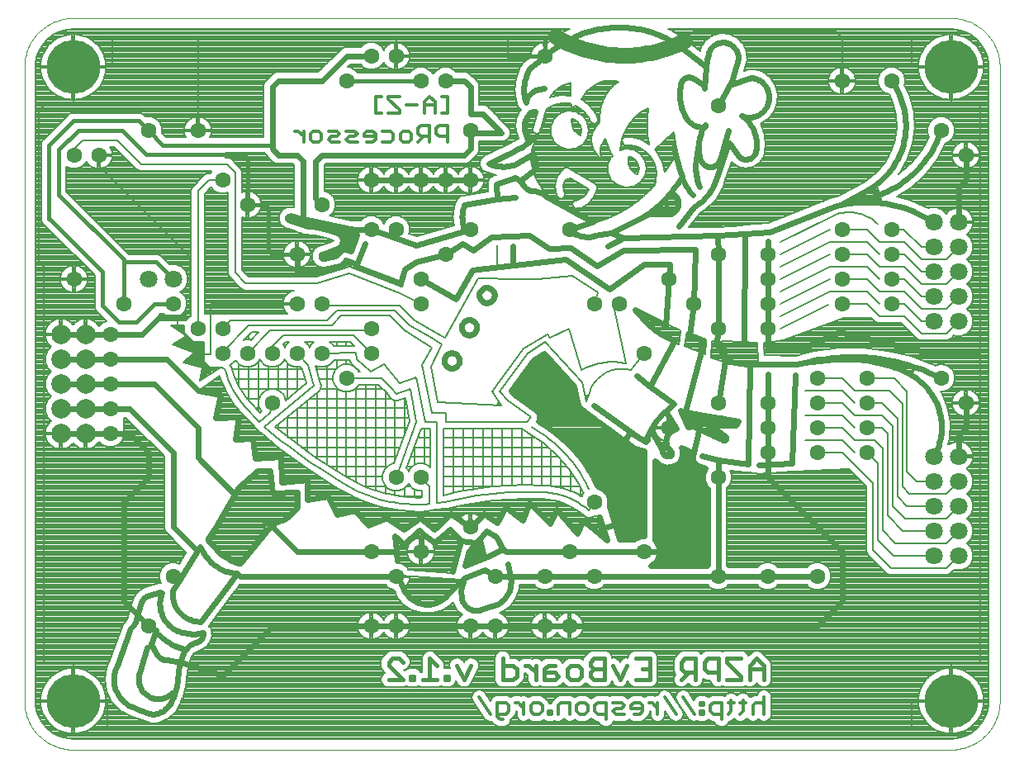
<source format=gbl>
G75*
%MOIN*%
%OFA0B0*%
%FSLAX24Y24*%
%IPPOS*%
%LPD*%
%AMOC8*
5,1,8,0,0,1.08239X$1,22.5*
%
%ADD10C,0.0236*%
%ADD11C,0.0150*%
%ADD12C,0.0120*%
%ADD13C,0.0000*%
%ADD14C,0.0787*%
%ADD15C,0.0630*%
%ADD16C,0.2165*%
%ADD17C,0.0709*%
%ADD18C,0.0157*%
%ADD19C,0.0080*%
%ADD20C,0.0079*%
%ADD21C,0.0630*%
%ADD22C,0.0160*%
D10*
X009746Y005454D02*
X010297Y006950D01*
X011006Y007069D02*
X010006Y008069D01*
X010006Y012069D01*
X011006Y013069D01*
X011006Y014069D01*
X010242Y014832D01*
X008474Y014832D01*
X007474Y014832D01*
X007474Y015832D02*
X008474Y015832D01*
X010242Y015832D01*
X012006Y014069D01*
X012006Y011060D01*
X012984Y010082D01*
X013092Y010257D01*
X013289Y009943D01*
X012984Y010082D02*
X012462Y009234D01*
X012257Y008909D01*
X011990Y008486D01*
X011478Y008446D02*
X011006Y008289D01*
X011005Y008290D02*
X010967Y008275D01*
X010931Y008257D01*
X010897Y008236D01*
X010865Y008212D01*
X010835Y008184D01*
X010807Y008154D01*
X010783Y008122D01*
X010762Y008088D01*
X010744Y008052D01*
X010729Y008014D01*
X010533Y007344D02*
X010519Y007294D01*
X010501Y007246D01*
X010480Y007198D01*
X010457Y007152D01*
X010430Y007108D01*
X010400Y007065D01*
X010368Y007025D01*
X010334Y006986D01*
X010297Y006950D01*
X011006Y007069D02*
X011320Y006911D01*
X011124Y006320D01*
X011320Y005966D01*
X010966Y006202D02*
X010651Y005179D01*
X009746Y005454D02*
X009717Y005393D01*
X009691Y005331D01*
X009669Y005268D01*
X009651Y005203D01*
X009636Y005138D01*
X009625Y005072D01*
X009617Y005005D01*
X009613Y004938D01*
X009613Y004871D01*
X009617Y004804D01*
X009625Y004737D01*
X009636Y004671D01*
X009651Y004606D01*
X009669Y004541D01*
X009691Y004478D01*
X009717Y004416D01*
X009746Y004355D01*
X009778Y004297D01*
X009814Y004240D01*
X009852Y004185D01*
X009894Y004132D01*
X009938Y004082D01*
X009986Y004034D01*
X010036Y003990D01*
X010088Y003947D01*
X010142Y003908D01*
X010199Y003872D01*
X010257Y003840D01*
X011202Y003486D02*
X011263Y003498D01*
X011323Y003513D01*
X011382Y003532D01*
X011440Y003555D01*
X011496Y003581D01*
X011551Y003611D01*
X011604Y003643D01*
X011654Y003679D01*
X011703Y003718D01*
X011749Y003759D01*
X011792Y003804D01*
X011833Y003851D01*
X011871Y003900D01*
X011905Y003951D01*
X011937Y004005D01*
X011965Y004060D01*
X011990Y004117D01*
X012012Y004175D01*
X012030Y004234D01*
X012069Y004313D02*
X012147Y004588D01*
X012265Y005494D01*
X012423Y005966D01*
X012462Y006124D02*
X012147Y006242D01*
X011754Y005690D02*
X011712Y005692D01*
X011671Y005697D01*
X011630Y005706D01*
X011591Y005719D01*
X011552Y005735D01*
X011515Y005754D01*
X011480Y005777D01*
X011447Y005802D01*
X011416Y005830D01*
X011388Y005861D01*
X011362Y005894D01*
X011340Y005929D01*
X011321Y005966D01*
X011754Y005691D02*
X012305Y005612D01*
X014006Y005069D01*
X016006Y007069D01*
X020006Y007069D01*
X021006Y007069D01*
X024006Y007069D01*
X025006Y007069D01*
X027006Y007069D01*
X028006Y007069D01*
X038006Y007069D01*
X039006Y008069D01*
X039006Y010069D01*
X036006Y013069D01*
X036006Y014069D01*
X036006Y015069D01*
X036006Y016069D01*
X036006Y017226D01*
X035297Y017620D02*
X035218Y013604D01*
X034006Y013754D01*
X033368Y013919D01*
X032974Y013919D02*
X033006Y011069D01*
X032006Y010069D01*
X031006Y010069D01*
X028006Y010069D01*
X025446Y010069D01*
X025336Y010179D01*
X025061Y010651D01*
X024667Y010887D01*
X024273Y010454D01*
X024234Y010415D02*
X023919Y010021D01*
X024169Y010214D01*
X024194Y009943D01*
X024020Y010049D02*
X024449Y010049D01*
X024503Y009814D02*
X023877Y009814D01*
X023919Y009982D02*
X024391Y010297D01*
X024509Y009785D01*
X023801Y009509D01*
X023919Y009982D01*
X024169Y010214D02*
X024431Y010415D01*
X024549Y009785D01*
X025336Y010179D01*
X025506Y009569D02*
X025612Y009076D01*
X027006Y009069D01*
X029006Y009069D01*
X034006Y009069D01*
X036006Y009069D01*
X038006Y009069D01*
X037502Y017699D02*
X037685Y017742D01*
X037870Y017781D01*
X038055Y017816D01*
X038241Y017846D01*
X038428Y017872D01*
X038616Y017893D01*
X038804Y017910D01*
X038992Y017923D01*
X039180Y017931D01*
X039369Y017934D01*
X039558Y017933D01*
X039746Y017927D01*
X039935Y017917D01*
X040123Y017902D01*
X040311Y017883D01*
X040498Y017859D01*
X040684Y017831D01*
X040870Y017798D01*
X041055Y017761D01*
X041239Y017720D01*
X041422Y017674D01*
X041604Y017624D01*
X041785Y017569D01*
X041964Y017510D01*
X042142Y017447D01*
X042318Y017380D01*
X042493Y017308D01*
X042665Y017232D01*
X042836Y017153D01*
X043005Y017069D01*
X042612Y018069D02*
X038919Y018919D01*
X037620Y018368D01*
X036006Y018289D01*
X036006Y019069D01*
X036006Y020069D01*
X036006Y021069D01*
X036006Y022069D01*
X036006Y022580D01*
X036084Y022974D02*
X038801Y024037D01*
X038954Y024073D01*
X039982Y024628D01*
X039982Y024313D02*
X038954Y024073D01*
X036084Y022974D02*
X035085Y022896D01*
X035061Y018446D01*
X034313Y018171D02*
X033966Y018486D01*
X033958Y018565D01*
X034006Y019069D01*
X034006Y022069D01*
X033998Y022817D01*
X035085Y022896D01*
X033998Y022817D02*
X030179Y022738D01*
X029549Y022383D01*
X029682Y022939D02*
X029037Y022817D01*
X029682Y022939D02*
X030966Y023565D01*
X031163Y023688D01*
X031990Y023683D01*
X032423Y023210D02*
X033013Y023958D01*
X032186Y024509D02*
X032220Y024486D01*
X032252Y024459D01*
X032281Y024430D01*
X032307Y024398D01*
X032331Y024364D01*
X032351Y024327D01*
X032367Y024290D01*
X032380Y024250D01*
X032390Y024210D01*
X032395Y024169D01*
X032397Y024128D01*
X032395Y024086D01*
X032389Y024045D01*
X032380Y024005D01*
X032366Y023966D01*
X032350Y023928D01*
X032329Y023892D01*
X032306Y023858D01*
X032279Y023826D01*
X032250Y023797D01*
X032218Y023771D01*
X032184Y023748D01*
X032148Y023728D01*
X032110Y023711D01*
X032071Y023698D01*
X032030Y023688D01*
X031989Y023683D01*
X033092Y022265D02*
X033006Y020069D01*
X032856Y018801D01*
X033368Y018604D01*
X033328Y018131D01*
X032698Y015730D01*
X032817Y015100D01*
X033289Y015218D01*
X032777Y015100D01*
X032502Y015769D01*
X032659Y015691D01*
X034824Y015336D01*
X034706Y015179D01*
X034155Y015179D01*
X033289Y015218D01*
X033255Y015079D01*
X033328Y015415D01*
X034313Y014706D01*
X034324Y014684D01*
X034329Y014660D01*
X034328Y014635D01*
X034321Y014611D01*
X034308Y014589D01*
X034290Y014572D01*
X034269Y014560D01*
X034244Y014553D01*
X034219Y014553D01*
X034195Y014559D01*
X034173Y014571D01*
X034155Y014588D01*
X032935Y015179D01*
X033328Y015415D01*
X033525Y015218D01*
X033609Y015213D02*
X032992Y015213D01*
X032731Y015213D02*
X033266Y015213D01*
X033255Y015079D02*
X032974Y013919D01*
X032927Y013944D02*
X032951Y013774D01*
X033038Y013625D01*
X033176Y013521D01*
X033487Y013441D01*
X033471Y013425D01*
X033376Y013194D01*
X033376Y012943D01*
X033471Y012712D01*
X033572Y012611D01*
X033572Y009526D01*
X033548Y009502D01*
X031287Y009502D01*
X031337Y009527D01*
X031418Y009586D01*
X031488Y009656D01*
X031547Y009737D01*
X031592Y009825D01*
X031623Y009920D01*
X031639Y010019D01*
X031639Y010068D01*
X031045Y010068D01*
X031045Y010069D01*
X031639Y010069D01*
X031639Y010118D01*
X031623Y010217D01*
X031592Y010312D01*
X031547Y010400D01*
X031488Y010481D01*
X031439Y010531D01*
X031439Y013746D01*
X031653Y013556D01*
X031934Y013473D01*
X031934Y013473D01*
X032225Y013516D01*
X032310Y013573D01*
X032350Y013589D01*
X032382Y013620D01*
X032419Y013645D01*
X032442Y013680D01*
X032473Y013710D01*
X032490Y013751D01*
X032515Y013788D01*
X032524Y013829D01*
X032566Y013929D01*
X032566Y013929D01*
X032542Y014234D01*
X032526Y014259D01*
X032958Y014063D01*
X032927Y013944D01*
X032952Y014039D02*
X032557Y014039D01*
X032542Y014234D02*
X032542Y014234D01*
X032028Y014194D02*
X032001Y014228D01*
X031976Y014265D01*
X031955Y014303D01*
X031937Y014343D01*
X031923Y014385D01*
X031912Y014427D01*
X031905Y014471D01*
X031902Y014515D01*
X031903Y014558D01*
X031907Y014602D01*
X031916Y014645D01*
X031928Y014687D01*
X031944Y014728D01*
X031963Y014768D01*
X031985Y014806D01*
X032011Y014841D01*
X032040Y014874D01*
X032071Y014905D01*
X032105Y014933D01*
X032142Y014957D01*
X032180Y014979D01*
X032220Y014996D01*
X032262Y015011D01*
X032304Y015022D01*
X032305Y015021D02*
X031872Y015730D01*
X031950Y015809D01*
X032226Y016045D01*
X031242Y016714D01*
X030730Y017147D01*
X031242Y016714D02*
X032265Y018604D01*
X031872Y019194D02*
X030651Y019824D01*
X031163Y019273D01*
X031872Y019194D02*
X032006Y021069D01*
X032069Y021675D01*
X031006Y021675D01*
X029628Y020651D01*
X027856Y021872D01*
X024313Y021478D01*
X024076Y021439D01*
X023407Y020257D01*
X022006Y021069D01*
X021832Y021754D02*
X021360Y021478D01*
X021202Y020887D01*
X019431Y021557D01*
X019431Y021675D01*
X019746Y022502D01*
X019384Y022724D02*
X018826Y022724D01*
X018822Y022739D02*
X018792Y022800D01*
X018751Y022854D01*
X018701Y022899D01*
X018643Y022935D01*
X018236Y023074D01*
X017817Y023171D01*
X017624Y023180D01*
X017434Y023209D01*
X017248Y023259D01*
X017069Y023328D01*
X016714Y023446D01*
X016692Y023449D01*
X016671Y023458D01*
X016654Y023471D01*
X016640Y023489D01*
X016632Y023510D01*
X016630Y023532D01*
X016633Y023554D01*
X016642Y023574D01*
X016657Y023591D01*
X016675Y023604D01*
X016745Y023614D01*
X016816Y023611D01*
X016886Y023594D01*
X016950Y023565D01*
X018368Y023250D01*
X019155Y023092D01*
X019372Y023077D01*
X019372Y023069D01*
X019505Y023069D01*
X019506Y023069D01*
X019506Y023068D01*
X019372Y023068D01*
X019372Y023019D01*
X019388Y022920D01*
X019419Y022825D01*
X019419Y022824D01*
X019194Y022187D01*
X018880Y022305D01*
X018565Y021990D01*
X018131Y021911D01*
X018109Y021897D01*
X018084Y021890D01*
X018057Y021889D01*
X018032Y021896D01*
X018009Y021909D01*
X017990Y021928D01*
X017977Y021951D01*
X017971Y021977D01*
X017972Y022003D01*
X017980Y022029D01*
X017994Y022051D01*
X018013Y022069D01*
X018565Y022265D01*
X018629Y022286D01*
X018688Y022319D01*
X018740Y022362D01*
X018783Y022414D01*
X018816Y022474D01*
X018836Y022539D01*
X018844Y022606D01*
X018839Y022673D01*
X018822Y022739D01*
X018821Y022489D02*
X019301Y022489D01*
X019218Y022254D02*
X019013Y022254D01*
X018829Y022254D02*
X018534Y022254D01*
X018595Y022020D02*
X017977Y022020D01*
X017895Y021360D02*
X017006Y021344D01*
X017006Y022069D01*
X017895Y021360D02*
X018840Y021596D01*
X018998Y021832D01*
X019431Y021675D01*
X032304Y025966D02*
X032388Y025718D01*
X032467Y025468D01*
X032540Y025218D01*
X033092Y025651D02*
X033210Y026557D01*
X033289Y025888D02*
X033302Y025851D01*
X033319Y025816D01*
X033338Y025782D01*
X033361Y025751D01*
X033387Y025721D01*
X033415Y025695D01*
X033446Y025671D01*
X033478Y025650D01*
X033513Y025632D01*
X033549Y025617D01*
X033587Y025606D01*
X033625Y025599D01*
X033664Y025595D01*
X033702Y025595D01*
X033741Y025599D01*
X033779Y025606D01*
X033817Y025617D01*
X033853Y025632D01*
X033888Y025650D01*
X033920Y025671D01*
X033951Y025695D01*
X033979Y025721D01*
X034005Y025751D01*
X034028Y025782D01*
X034047Y025816D01*
X034064Y025851D01*
X034077Y025888D01*
X034076Y025887D02*
X034431Y027069D01*
X034470Y026557D02*
X034785Y026084D01*
X033289Y025887D02*
X033268Y025966D01*
X033250Y026046D01*
X033236Y026127D01*
X033226Y026208D01*
X033219Y026290D01*
X033217Y026372D01*
X033219Y026454D01*
X033224Y026536D01*
X033233Y026617D01*
X033247Y026698D01*
X033264Y026778D01*
X033284Y026858D01*
X033309Y026936D01*
X033337Y027013D01*
X033369Y027088D01*
X033405Y027162D01*
X033444Y027234D01*
X033486Y027304D01*
X033486Y027227D02*
X033436Y027217D01*
X033385Y027212D01*
X033334Y027210D01*
X033283Y027212D01*
X033233Y027217D01*
X033183Y027227D01*
X033133Y027239D01*
X033085Y027256D01*
X033038Y027275D01*
X032993Y027298D01*
X032949Y027325D01*
X032908Y027354D01*
X032869Y027386D01*
X032832Y027422D01*
X032798Y027459D01*
X032766Y027499D01*
X032738Y027541D01*
X034006Y028069D02*
X034509Y028998D01*
X034588Y028919D02*
X035218Y029155D01*
X035257Y029168D01*
X035296Y029177D01*
X035336Y029182D01*
X035376Y029184D01*
X035416Y029182D01*
X035456Y029177D01*
X035495Y029168D01*
X035534Y029155D01*
X035533Y029155D02*
X035585Y029134D01*
X035634Y029109D01*
X035682Y029081D01*
X035728Y029049D01*
X035771Y029015D01*
X035812Y028978D01*
X035851Y028937D01*
X035886Y028895D01*
X035919Y028850D01*
X035948Y028803D01*
X035974Y028754D01*
X035997Y028703D01*
X036016Y028651D01*
X036031Y028597D01*
X036043Y028543D01*
X036050Y028488D01*
X036054Y028433D01*
X036055Y028377D01*
X036051Y028322D01*
X036044Y028267D01*
X036032Y028213D01*
X036017Y028159D01*
X035999Y028107D01*
X035977Y028056D01*
X035951Y028007D01*
X035922Y027959D01*
X035890Y027914D01*
X035855Y027871D01*
X035817Y027831D01*
X035776Y027793D01*
X035733Y027758D01*
X035687Y027727D01*
X035640Y027698D01*
X035590Y027673D01*
X035539Y027651D01*
X035486Y027633D01*
X035433Y027619D01*
X035378Y027608D01*
X035323Y027601D01*
X035268Y027598D01*
X035212Y027599D01*
X035157Y027603D01*
X035102Y027612D01*
X035048Y027624D01*
X034995Y027640D01*
X034943Y027659D01*
X032738Y027541D02*
X032696Y027611D01*
X032658Y027684D01*
X032622Y027757D01*
X032590Y027833D01*
X032561Y027909D01*
X032536Y027987D01*
X032514Y028066D01*
X032495Y028146D01*
X032480Y028226D01*
X032468Y028307D01*
X032460Y028389D01*
X032455Y028470D01*
X032454Y028552D01*
X032457Y028634D01*
X032463Y028716D01*
X032472Y028797D01*
X032485Y028878D01*
X032502Y028958D01*
X032501Y028958D02*
X032511Y028991D01*
X032523Y029022D01*
X032539Y029053D01*
X032558Y029081D01*
X032580Y029107D01*
X032604Y029131D01*
X032630Y029153D01*
X032659Y029171D01*
X032689Y029186D01*
X032721Y029199D01*
X032754Y029208D01*
X032788Y029213D01*
X032822Y029215D01*
X032856Y029213D01*
X032889Y029208D01*
X032922Y029200D01*
X032954Y029188D01*
X032985Y029173D01*
X033014Y029155D01*
X033013Y029155D02*
X033407Y028880D01*
X033446Y028761D02*
X033525Y029628D01*
X033486Y029667D02*
X032305Y030572D01*
X033604Y030139D02*
X033616Y030186D01*
X033632Y030232D01*
X033651Y030276D01*
X033674Y030318D01*
X033700Y030359D01*
X033729Y030398D01*
X033761Y030434D01*
X033796Y030467D01*
X033833Y030498D01*
X033873Y030525D01*
X033915Y030549D01*
X033958Y030570D01*
X034003Y030588D01*
X034049Y030602D01*
X034097Y030612D01*
X034144Y030618D01*
X034193Y030621D01*
X034241Y030620D01*
X034289Y030615D01*
X034336Y030606D01*
X034383Y030594D01*
X034428Y030578D01*
X034472Y030558D01*
X034515Y030535D01*
X034555Y030509D01*
X034594Y030479D01*
X034629Y030447D01*
X034663Y030412D01*
X034693Y030374D01*
X034720Y030335D01*
X034744Y030293D01*
X034765Y030249D01*
X034782Y030204D01*
X034796Y030158D01*
X034806Y030111D01*
X034812Y030063D01*
X034814Y030014D01*
X034813Y029966D01*
X034807Y029918D01*
X034798Y029871D01*
X034785Y029824D01*
X033604Y030139D02*
X033583Y030038D01*
X033565Y029936D01*
X033549Y029833D01*
X033536Y029730D01*
X033525Y029627D01*
X032305Y030573D02*
X032193Y030640D01*
X032079Y030705D01*
X031963Y030766D01*
X031846Y030823D01*
X031726Y030877D01*
X031606Y030927D01*
X031483Y030974D01*
X031360Y031017D01*
X031235Y031056D01*
X031109Y031091D01*
X030982Y031122D01*
X030854Y031150D01*
X030725Y031174D01*
X030596Y031194D01*
X030466Y031210D01*
X030336Y031222D01*
X030206Y031230D01*
X030075Y031234D01*
X029944Y031235D01*
X029813Y031231D01*
X029683Y031223D01*
X029552Y031212D01*
X029422Y031196D01*
X029293Y031177D01*
X029164Y031154D01*
X029036Y031127D01*
X028909Y031096D01*
X028783Y031061D01*
X028658Y031022D01*
X028534Y030980D01*
X028412Y030934D01*
X028291Y030884D01*
X028171Y030831D01*
X028053Y030774D01*
X027937Y030714D01*
X027823Y030650D01*
X027711Y030582D01*
X027601Y030512D01*
X027493Y030438D01*
X027387Y030361D01*
X027284Y030280D01*
X027183Y030197D01*
X027085Y030111D01*
X026989Y030021D01*
X026990Y030021D02*
X026399Y029549D01*
X027006Y030069D02*
X027021Y030069D01*
X026990Y028761D02*
X026635Y028683D01*
X026635Y028682D02*
X026593Y028665D01*
X026551Y028644D01*
X026512Y028621D01*
X026474Y028594D01*
X026439Y028565D01*
X026405Y028533D01*
X026375Y028499D01*
X026347Y028463D01*
X026321Y028424D01*
X026299Y028384D01*
X026280Y028342D01*
X026264Y028299D01*
X026251Y028255D01*
X026242Y028210D01*
X026359Y027699D02*
X026375Y027724D01*
X026393Y027747D01*
X026414Y027768D01*
X026437Y027786D01*
X026463Y027801D01*
X026490Y027812D01*
X026518Y027820D01*
X026548Y027825D01*
X026577Y027826D01*
X026606Y027823D01*
X026635Y027817D01*
X026360Y027698D02*
X026328Y027661D01*
X026299Y027622D01*
X026273Y027580D01*
X026250Y027537D01*
X026231Y027492D01*
X026215Y027446D01*
X026202Y027399D01*
X026193Y027350D01*
X026188Y027302D01*
X026186Y027253D01*
X026188Y027204D01*
X026193Y027156D01*
X026202Y027108D01*
X026360Y026596D01*
X026517Y026714D01*
X026557Y026124D02*
X025809Y025691D01*
X025730Y026202D02*
X024746Y025730D01*
X025061Y024903D02*
X025809Y025179D01*
X026006Y025031D01*
X026663Y025539D01*
X026557Y026124D01*
X026635Y025572D02*
X026663Y025539D01*
X026202Y024785D02*
X026229Y024754D01*
X026258Y024727D01*
X026290Y024702D01*
X026324Y024681D01*
X026360Y024663D01*
X026398Y024648D01*
X026437Y024637D01*
X026477Y024630D01*
X026517Y024627D01*
X026202Y024785D02*
X026006Y025031D01*
X025809Y024352D02*
X025100Y024297D01*
X025061Y024903D01*
X025100Y024297D02*
X023761Y024076D01*
X023683Y023368D02*
X023738Y022989D01*
X024006Y023069D01*
X023738Y022989D02*
X021832Y022423D01*
X020889Y022756D01*
X021006Y023069D01*
X020889Y022756D02*
X020006Y023069D01*
X019273Y023053D01*
X019382Y022959D02*
X018573Y022959D01*
X018649Y023193D02*
X017536Y023193D01*
X017565Y023428D02*
X016769Y023428D01*
X017256Y023319D02*
X017256Y025819D01*
X017006Y026069D01*
X016256Y026069D01*
X016006Y026319D01*
X016006Y026569D01*
X016006Y028819D01*
X016256Y029069D01*
X018006Y029069D01*
X019006Y030069D01*
X020006Y030069D01*
X023006Y029069D02*
X023756Y029069D01*
X024006Y028819D01*
X024006Y027728D01*
X024506Y027728D01*
X025256Y026978D01*
X024006Y026978D01*
X024006Y027069D01*
X024006Y026978D02*
X024006Y026319D01*
X023756Y026069D01*
X018006Y026069D01*
X017756Y025819D01*
X017756Y024319D01*
X018006Y024069D01*
X020006Y025069D02*
X021006Y025069D01*
X022006Y025069D01*
X023006Y025069D01*
X024006Y025069D01*
X023761Y024076D02*
X023738Y024008D01*
X023718Y023939D01*
X023702Y023869D01*
X023689Y023798D01*
X023679Y023727D01*
X023673Y023655D01*
X023670Y023583D01*
X023671Y023511D01*
X023675Y023439D01*
X023683Y023368D01*
X023683Y022502D02*
X024116Y022226D01*
X024864Y022777D01*
X026399Y022817D01*
X027187Y022305D01*
X028053Y022344D01*
X029116Y021596D01*
X030179Y022226D01*
X033092Y022265D01*
X031163Y019273D02*
X031235Y019203D01*
X031309Y019135D01*
X031385Y019071D01*
X031464Y019009D01*
X031546Y018951D01*
X031629Y018895D01*
X031715Y018843D01*
X031803Y018795D01*
X031892Y018749D01*
X031983Y018708D01*
X032076Y018670D01*
X032170Y018635D01*
X032266Y018604D01*
X033966Y018486D02*
X034273Y017777D01*
X035169Y017640D01*
X037187Y017620D01*
X037502Y017698D01*
X038683Y017817D01*
X037108Y017187D02*
X036990Y013643D01*
X035651Y013565D01*
X035730Y013565D02*
X036990Y013643D01*
X034732Y015213D02*
X033404Y015213D01*
X033349Y014978D02*
X033935Y014978D01*
X033834Y014743D02*
X034261Y014743D01*
X034144Y015448D02*
X032634Y015448D01*
X032709Y015682D02*
X032537Y015682D01*
X031360Y014864D02*
X031754Y014155D01*
X032029Y014195D02*
X032050Y014181D01*
X032068Y014165D01*
X032085Y014146D01*
X032098Y014125D01*
X032109Y014103D01*
X032117Y014080D01*
X032122Y014055D01*
X032123Y014031D01*
X032121Y014006D01*
X032116Y013982D01*
X032108Y013958D01*
X032108Y013959D02*
X032082Y013944D01*
X032055Y013933D01*
X032027Y013926D01*
X031998Y013922D01*
X031969Y013921D01*
X031940Y013925D01*
X031911Y013932D01*
X031884Y013943D01*
X031859Y013957D01*
X031835Y013975D01*
X031814Y013995D01*
X031796Y014018D01*
X031780Y014043D01*
X031768Y014069D01*
X031760Y014097D01*
X031755Y014126D01*
X031754Y014155D01*
X031638Y013570D02*
X031439Y013570D01*
X031653Y013556D02*
X031653Y013556D01*
X031439Y013335D02*
X033434Y013335D01*
X033376Y013100D02*
X031439Y013100D01*
X031439Y012866D02*
X033408Y012866D01*
X033552Y012631D02*
X031439Y012631D01*
X031439Y012396D02*
X033572Y012396D01*
X033572Y012161D02*
X031439Y012161D01*
X031439Y011927D02*
X033572Y011927D01*
X033572Y011692D02*
X031439Y011692D01*
X031439Y011457D02*
X033572Y011457D01*
X033572Y011223D02*
X031439Y011223D01*
X031439Y010988D02*
X033572Y010988D01*
X033572Y010753D02*
X031439Y010753D01*
X031451Y010518D02*
X033572Y010518D01*
X033572Y010284D02*
X031601Y010284D01*
X031639Y010049D02*
X033572Y010049D01*
X033572Y009814D02*
X031586Y009814D01*
X031410Y009580D02*
X033572Y009580D01*
X034006Y009069D02*
X034006Y013069D01*
X034006Y013754D01*
X031950Y015809D02*
X031871Y015739D01*
X031795Y015666D01*
X031722Y015590D01*
X031651Y015512D01*
X031583Y015431D01*
X031519Y015348D01*
X031457Y015262D01*
X031399Y015175D01*
X031343Y015085D01*
X031291Y014993D01*
X031243Y014899D01*
X031198Y014804D01*
X031156Y014707D01*
X031118Y014609D01*
X031084Y014509D01*
X030454Y014903D01*
X030139Y014391D01*
X030376Y014116D01*
X030256Y011308D01*
X030431Y010730D01*
X030615Y010569D02*
X030006Y010569D01*
X029622Y011911D01*
X029635Y011943D01*
X029635Y012194D01*
X029540Y012425D01*
X029362Y012603D01*
X029139Y012695D01*
X029123Y012729D01*
X028952Y013099D01*
X028511Y013783D01*
X028511Y013783D01*
X027979Y014400D01*
X027367Y014937D01*
X027028Y015160D01*
X026764Y015336D01*
X026766Y015339D01*
X026781Y015401D01*
X026799Y015463D01*
X026798Y015470D01*
X026800Y015477D01*
X026791Y015540D01*
X026784Y015603D01*
X026780Y015609D01*
X026779Y015616D01*
X026746Y015671D01*
X026715Y015727D01*
X026710Y015731D01*
X026706Y015737D01*
X026655Y015775D01*
X026605Y015815D01*
X026598Y015817D01*
X025765Y016433D01*
X025647Y016552D01*
X026569Y017792D01*
X026974Y018062D01*
X028197Y016743D01*
X028328Y016088D01*
X028328Y016053D01*
X028331Y016046D01*
X028331Y016037D01*
X028339Y016021D01*
X028341Y016007D01*
X028346Y015998D01*
X028348Y015985D01*
X028368Y015955D01*
X028382Y015923D01*
X028387Y015917D01*
X026463Y015917D01*
X026740Y015682D02*
X028664Y015682D01*
X028674Y015666D02*
X029121Y015343D01*
X029193Y015288D01*
X029199Y015286D01*
X030592Y014278D01*
X030659Y014228D01*
X030662Y014228D01*
X030664Y014226D01*
X030745Y014207D01*
X031006Y014142D01*
X031006Y010698D01*
X030880Y010698D01*
X030649Y010603D01*
X030615Y010569D01*
X031006Y010753D02*
X029953Y010753D01*
X029886Y010988D02*
X031006Y010988D01*
X031006Y011223D02*
X029819Y011223D01*
X029312Y011006D02*
X029289Y011044D01*
X029270Y011085D01*
X029253Y011126D01*
X029239Y011169D01*
X029228Y011212D01*
X029221Y011256D01*
X029217Y011301D01*
X029216Y011345D01*
X029219Y011390D01*
X029224Y011435D01*
X029233Y011478D01*
X029234Y011478D02*
X029509Y010533D01*
X028565Y011320D01*
X028328Y010809D01*
X027502Y011754D01*
X027226Y011202D01*
X026399Y012029D01*
X026124Y011320D01*
X025415Y011872D01*
X025100Y011242D01*
X024549Y011596D01*
X024037Y011045D01*
X023210Y011596D01*
X022541Y010966D01*
X021990Y011439D01*
X021320Y010966D01*
X020612Y011439D01*
X019903Y011124D01*
X019352Y011714D01*
X018604Y011557D01*
X018250Y012305D01*
X017423Y012147D01*
X017423Y012974D01*
X016399Y012856D01*
X016360Y013880D01*
X015336Y013840D01*
X015218Y014628D01*
X014509Y014588D01*
X014667Y015494D01*
X013722Y015454D01*
X013919Y016399D01*
X013013Y016557D01*
X011738Y017832D01*
X008474Y017832D01*
X007474Y017832D01*
X007474Y016832D02*
X008474Y016832D01*
X011242Y016832D01*
X013006Y015069D01*
X013006Y013861D01*
X014496Y012370D01*
X014667Y012659D01*
X015415Y013328D01*
X015927Y013328D01*
X016006Y012423D01*
X017029Y012462D01*
X017029Y011872D01*
X016714Y011517D01*
X016045Y011242D02*
X016045Y011029D01*
X017006Y010069D01*
X020006Y010069D01*
X021017Y010069D01*
X021017Y009996D01*
X021006Y010100D01*
X020966Y010691D01*
X021320Y010376D01*
X021950Y010927D01*
X022160Y010745D01*
X022006Y010590D01*
X022006Y010069D01*
X022541Y010415D02*
X023171Y010966D01*
X023604Y010494D01*
X024234Y010415D01*
X024372Y010284D02*
X024394Y010284D01*
X023981Y009580D02*
X023818Y009580D01*
X023761Y008998D02*
X024588Y009313D01*
X025006Y009069D01*
X025612Y009076D01*
X025612Y009077D02*
X025624Y009017D01*
X025633Y008957D01*
X025638Y008896D01*
X025639Y008835D01*
X025637Y008774D01*
X025631Y008713D01*
X025621Y008653D01*
X025608Y008594D01*
X025591Y008535D01*
X025571Y008478D01*
X025547Y008421D01*
X025520Y008367D01*
X025490Y008314D01*
X025456Y008263D01*
X025420Y008214D01*
X025381Y008167D01*
X025338Y008123D01*
X025294Y008082D01*
X025247Y008043D01*
X025198Y008007D01*
X025146Y007974D01*
X025093Y007945D01*
X025038Y007918D01*
X024982Y007895D01*
X024470Y007738D02*
X024425Y007722D01*
X024379Y007709D01*
X024332Y007700D01*
X024285Y007695D01*
X024237Y007693D01*
X024189Y007695D01*
X024142Y007701D01*
X024095Y007711D01*
X024050Y007724D01*
X024005Y007741D01*
X023962Y007761D01*
X023920Y007785D01*
X023881Y007812D01*
X023844Y007841D01*
X023809Y007874D01*
X023777Y007910D01*
X023748Y007947D01*
X023722Y007987D01*
X023699Y008029D01*
X023680Y008073D01*
X023664Y008118D01*
X023652Y008164D01*
X023643Y008211D01*
X023643Y008210D02*
X023604Y008486D01*
X023761Y008998D01*
X023289Y009273D02*
X023604Y010494D01*
X022541Y010415D02*
X022160Y010745D01*
X021017Y009996D02*
X021045Y009706D01*
X021006Y009069D02*
X014714Y009069D01*
X014588Y009194D01*
X014258Y008726D01*
X013131Y007226D01*
X012895Y007265D01*
X012856Y006714D02*
X013210Y006793D01*
X013213Y006758D01*
X013212Y006722D01*
X013208Y006688D01*
X013201Y006653D01*
X013190Y006620D01*
X013176Y006588D01*
X013159Y006557D01*
X013138Y006528D01*
X013116Y006502D01*
X013090Y006477D01*
X013062Y006456D01*
X013033Y006437D01*
X013001Y006421D01*
X012969Y006409D01*
X012935Y006399D01*
X012817Y006714D02*
X012423Y006793D01*
X012357Y006808D01*
X012293Y006827D01*
X012229Y006849D01*
X012167Y006875D01*
X012106Y006905D01*
X012047Y006938D01*
X011990Y006974D01*
X011936Y007014D01*
X011883Y007056D01*
X011833Y007101D01*
X011786Y007149D01*
X011742Y007200D01*
X011700Y007253D01*
X011662Y007309D01*
X011626Y007366D01*
X011595Y007426D01*
X011566Y007487D01*
X011541Y007550D01*
X011520Y007614D01*
X011502Y007679D01*
X011488Y007745D01*
X011478Y007811D01*
X011472Y007878D01*
X011469Y007946D01*
X011470Y008013D01*
X011475Y008081D01*
X011484Y008147D01*
X011497Y008214D01*
X011514Y008279D01*
X011534Y008343D01*
X011557Y008407D01*
X011281Y006872D02*
X011335Y006807D01*
X011390Y006746D01*
X011449Y006686D01*
X011510Y006629D01*
X011573Y006575D01*
X011638Y006523D01*
X011706Y006474D01*
X011775Y006428D01*
X011846Y006384D01*
X011919Y006344D01*
X011994Y006307D01*
X012070Y006273D01*
X012147Y006242D01*
X012423Y005966D02*
X012448Y006013D01*
X012475Y006058D01*
X012505Y006102D01*
X012539Y006144D01*
X012574Y006183D01*
X012613Y006220D01*
X012653Y006254D01*
X012696Y006286D01*
X012740Y006314D01*
X012787Y006340D01*
X012835Y006363D01*
X012884Y006382D01*
X012935Y006399D01*
X011950Y004352D02*
X011909Y004314D01*
X011865Y004279D01*
X011819Y004248D01*
X011771Y004220D01*
X011721Y004195D01*
X011669Y004174D01*
X011616Y004157D01*
X011562Y004143D01*
X011507Y004134D01*
X011451Y004128D01*
X011395Y004126D01*
X011340Y004128D01*
X011284Y004134D01*
X011229Y004144D01*
X011175Y004158D01*
X011122Y004175D01*
X011070Y004197D01*
X011020Y004221D01*
X010972Y004250D01*
X010926Y004281D01*
X010883Y004316D01*
X010842Y004354D01*
X010803Y004394D01*
X010768Y004438D01*
X010736Y004483D01*
X010707Y004531D01*
X010681Y004581D01*
X010659Y004632D01*
X010641Y004685D01*
X010626Y004739D01*
X010616Y004793D01*
X010609Y004849D01*
X010606Y004905D01*
X010607Y004960D01*
X010612Y005016D01*
X010621Y005071D01*
X010634Y005125D01*
X010651Y005179D01*
X012069Y004312D02*
X012053Y004287D01*
X012040Y004261D01*
X012029Y004234D01*
X012895Y007265D02*
X012832Y007278D01*
X012770Y007294D01*
X012708Y007314D01*
X012648Y007338D01*
X012590Y007365D01*
X012533Y007396D01*
X012478Y007429D01*
X012425Y007466D01*
X012374Y007506D01*
X012326Y007549D01*
X012281Y007595D01*
X012238Y007643D01*
X012198Y007694D01*
X012161Y007747D01*
X012127Y007802D01*
X012097Y007859D01*
X012070Y007917D01*
X012046Y007977D01*
X012026Y008039D01*
X012009Y008101D01*
X011997Y008164D01*
X011988Y008228D01*
X011982Y008293D01*
X011981Y008357D01*
X011983Y008422D01*
X011989Y008486D01*
X010257Y003840D02*
X010389Y003781D01*
X010521Y003724D01*
X010655Y003670D01*
X010790Y003620D01*
X010927Y003572D01*
X011064Y003527D01*
X011202Y003486D01*
X014706Y009588D02*
X016045Y011242D01*
X014707Y009588D02*
X014623Y009611D01*
X014540Y009638D01*
X014458Y009669D01*
X014378Y009703D01*
X014299Y009741D01*
X014222Y009781D01*
X014147Y009825D01*
X014074Y009873D01*
X014003Y009923D01*
X013934Y009976D01*
X013867Y010033D01*
X013803Y010092D01*
X013742Y010154D01*
X013683Y010218D01*
X013407Y010533D01*
X014496Y012370D01*
X015730Y011241D02*
X015800Y011235D01*
X015869Y011232D01*
X015939Y011233D01*
X016009Y011238D01*
X016078Y011246D01*
X016147Y011258D01*
X016215Y011273D01*
X016283Y011292D01*
X016349Y011314D01*
X016414Y011340D01*
X016478Y011369D01*
X016540Y011401D01*
X016600Y011437D01*
X016658Y011475D01*
X016714Y011517D01*
X014588Y009195D02*
X014510Y009199D01*
X014433Y009208D01*
X014356Y009220D01*
X014279Y009235D01*
X014204Y009255D01*
X014129Y009278D01*
X014056Y009305D01*
X013984Y009335D01*
X013914Y009369D01*
X013845Y009406D01*
X013779Y009447D01*
X013714Y009491D01*
X013652Y009538D01*
X013592Y009588D01*
X013534Y009640D01*
X013479Y009696D01*
X013427Y009754D01*
X013378Y009815D01*
X013332Y009878D01*
X013289Y009943D01*
X010731Y008013D02*
X010660Y007792D01*
X010594Y007569D01*
X010534Y007344D01*
X021006Y009069D02*
X021096Y009069D01*
X021281Y008604D01*
X021280Y008604D02*
X021306Y008546D01*
X021334Y008490D01*
X021366Y008435D01*
X021401Y008382D01*
X021439Y008332D01*
X021480Y008284D01*
X021524Y008239D01*
X021570Y008196D01*
X021619Y008156D01*
X021670Y008119D01*
X021723Y008085D01*
X021778Y008054D01*
X021835Y008027D01*
X021894Y008003D01*
X021954Y007982D01*
X022014Y007965D01*
X022076Y007952D01*
X022139Y007943D01*
X022201Y007937D01*
X022264Y007935D01*
X022328Y007937D01*
X022390Y007942D01*
X022453Y007951D01*
X022515Y007964D01*
X022576Y007981D01*
X022636Y008001D01*
X022694Y008025D01*
X022751Y008052D01*
X022806Y008082D01*
X022860Y008116D01*
X022911Y008153D01*
X022960Y008192D01*
X023007Y008235D01*
X023051Y008280D01*
X023092Y008328D01*
X029313Y011006D02*
X030256Y011308D01*
X029752Y011457D02*
X031006Y011457D01*
X031006Y011692D02*
X029684Y011692D01*
X029629Y011927D02*
X031006Y011927D01*
X031006Y012161D02*
X029635Y012161D01*
X029552Y012396D02*
X031006Y012396D01*
X031006Y012631D02*
X029294Y012631D01*
X029060Y012866D02*
X031006Y012866D01*
X031006Y013100D02*
X028951Y013100D01*
X028800Y013335D02*
X031006Y013335D01*
X031006Y013570D02*
X028649Y013570D01*
X028493Y013805D02*
X031006Y013805D01*
X031006Y014039D02*
X028290Y014039D01*
X028088Y014274D02*
X030598Y014274D01*
X030273Y014509D02*
X027856Y014509D01*
X027979Y014400D02*
X027979Y014400D01*
X027588Y014743D02*
X029949Y014743D01*
X029625Y014978D02*
X027305Y014978D01*
X027367Y014937D02*
X027367Y014937D01*
X026949Y015213D02*
X029300Y015213D01*
X028976Y015448D02*
X026795Y015448D01*
X026145Y016152D02*
X028315Y016152D01*
X028268Y016386D02*
X025828Y016386D01*
X025698Y016621D02*
X028221Y016621D01*
X028092Y016856D02*
X025873Y016856D01*
X026047Y017091D02*
X027875Y017091D01*
X027657Y017325D02*
X026222Y017325D01*
X026396Y017560D02*
X027440Y017560D01*
X027222Y017795D02*
X026573Y017795D01*
X026926Y018030D02*
X027005Y018030D01*
X028387Y015917D02*
X028391Y015910D01*
X028404Y015897D01*
X028411Y015885D01*
X028419Y015879D01*
X028427Y015867D01*
X028457Y015848D01*
X028482Y015823D01*
X028489Y015820D01*
X028495Y015814D01*
X028512Y015808D01*
X028653Y015701D01*
X028674Y015666D01*
X028998Y015966D02*
X030848Y014628D01*
X031163Y014549D01*
X032225Y013516D02*
X032225Y013516D01*
X032306Y013570D02*
X033111Y013570D01*
X032946Y013805D02*
X032519Y013805D01*
X034006Y016069D02*
X034273Y017777D01*
X035169Y017640D02*
X035297Y017620D01*
X038801Y024038D02*
X038938Y024069D01*
X039076Y024096D01*
X039215Y024119D01*
X039354Y024139D01*
X039494Y024154D01*
X039634Y024166D01*
X039775Y024173D01*
X039915Y024177D01*
X040056Y024176D01*
X040197Y024172D01*
X040337Y024164D01*
X040477Y024151D01*
X040617Y024135D01*
X040756Y024115D01*
X040895Y024091D01*
X041033Y024063D01*
X041170Y024031D01*
X041306Y023996D01*
X041441Y023956D01*
X041575Y023913D01*
X041707Y023866D01*
X041839Y023816D01*
X041968Y023761D01*
X042097Y023703D01*
X042223Y023642D01*
X042348Y023577D01*
X042471Y023508D01*
X042592Y023436D01*
X042710Y023361D01*
X043710Y023360D02*
X043710Y024773D01*
X044006Y025069D01*
X044006Y026069D01*
X043005Y027068D02*
X042963Y026950D01*
X042918Y026832D01*
X042870Y026717D01*
X042818Y026602D01*
X042762Y026489D01*
X042703Y026378D01*
X042641Y026269D01*
X042576Y026162D01*
X042507Y026056D01*
X042436Y025953D01*
X042361Y025852D01*
X042283Y025753D01*
X042203Y025657D01*
X042119Y025563D01*
X042033Y025471D01*
X041944Y025383D01*
X041852Y025297D01*
X041758Y025213D01*
X041661Y025133D01*
X041562Y025055D01*
X041461Y024981D01*
X041358Y024910D01*
X041252Y024841D01*
X041145Y024776D01*
X041035Y024714D01*
X040924Y024656D01*
X040811Y024601D01*
X040696Y024549D01*
X040580Y024501D01*
X040463Y024456D01*
X040344Y024415D01*
X040224Y024377D01*
X040103Y024343D01*
X039981Y024313D01*
X039982Y024627D02*
X040075Y024680D01*
X040167Y024736D01*
X040256Y024795D01*
X040344Y024857D01*
X040429Y024923D01*
X040512Y024991D01*
X040592Y025062D01*
X040670Y025136D01*
X040745Y025213D01*
X040818Y025292D01*
X040887Y025374D01*
X040954Y025458D01*
X041017Y025545D01*
X041078Y025634D01*
X041135Y025725D01*
X041189Y025817D01*
X041240Y025912D01*
X041287Y026008D01*
X041331Y026106D01*
X041372Y026206D01*
X041409Y026307D01*
X041442Y026409D01*
X041471Y026512D01*
X041497Y026616D01*
X041520Y026721D01*
X041538Y026827D01*
X041553Y026934D01*
X041564Y027040D01*
X041571Y027148D01*
X041575Y027255D01*
X041574Y027362D01*
X041570Y027470D01*
X041562Y027577D01*
X041550Y027683D01*
X041535Y027790D01*
X041516Y027895D01*
X041493Y028000D01*
X041466Y028104D01*
X041436Y028207D01*
X041402Y028309D01*
X041364Y028410D01*
X041323Y028509D01*
X041278Y028607D01*
X041230Y028703D01*
X041179Y028797D01*
X041124Y028890D01*
X041066Y028980D01*
X041005Y029068D01*
X033092Y025652D02*
X033094Y025553D01*
X033100Y025455D01*
X033109Y025357D01*
X033123Y025260D01*
X033141Y025163D01*
X033162Y025067D01*
X033188Y024972D01*
X033217Y024878D01*
X033249Y024786D01*
X033958Y025179D02*
X034391Y026478D01*
X035533Y026242D02*
X035544Y026317D01*
X035551Y026393D01*
X035555Y026469D01*
X035554Y026545D01*
X035550Y026621D01*
X035541Y026697D01*
X035529Y026772D01*
X035512Y026846D01*
X035492Y026920D01*
X035468Y026992D01*
X035441Y027063D01*
X035410Y027132D01*
X035375Y027200D01*
X035337Y027266D01*
X035295Y027329D01*
X035250Y027391D01*
X035202Y027450D01*
X035151Y027506D01*
X035098Y027560D01*
X035041Y027611D01*
X034982Y027659D01*
X035534Y026242D02*
X035525Y026204D01*
X035513Y026167D01*
X035497Y026131D01*
X035478Y026096D01*
X035456Y026064D01*
X035431Y026034D01*
X035403Y026006D01*
X035373Y025982D01*
X035340Y025960D01*
X035306Y025941D01*
X035269Y025926D01*
X035232Y025914D01*
X035194Y025906D01*
X035155Y025902D01*
X035115Y025901D01*
X035076Y025904D01*
X035038Y025911D01*
X035000Y025921D01*
X034963Y025935D01*
X034928Y025953D01*
X034895Y025973D01*
X034863Y025997D01*
X034835Y026024D01*
X034808Y026053D01*
X034785Y026084D01*
X032541Y025218D02*
X032564Y025142D01*
X032590Y025067D01*
X032619Y024993D01*
X032652Y024921D01*
X032689Y024850D01*
X032728Y024781D01*
X032772Y024714D01*
X032818Y024650D01*
X032867Y024587D01*
X032919Y024527D01*
X032974Y024470D01*
X033053Y023998D02*
X033128Y024046D01*
X033201Y024097D01*
X033272Y024152D01*
X033341Y024210D01*
X033407Y024270D01*
X033470Y024334D01*
X033531Y024400D01*
X033588Y024468D01*
X033643Y024539D01*
X033694Y024613D01*
X033742Y024688D01*
X033787Y024766D01*
X033828Y024845D01*
X033866Y024927D01*
X033901Y025009D01*
X033931Y025093D01*
X033958Y025179D01*
X032305Y025966D02*
X032226Y026399D01*
X032541Y025218D02*
X032477Y025107D01*
X032411Y024997D01*
X032341Y024889D01*
X032268Y024784D01*
X032192Y024680D01*
X032114Y024579D01*
X032032Y024480D01*
X031948Y024384D01*
X031860Y024289D01*
X031771Y024198D01*
X031678Y024109D01*
X031583Y024022D01*
X031486Y023939D01*
X031386Y023858D01*
X031285Y023780D01*
X031180Y023705D01*
X031074Y023633D01*
X030966Y023564D01*
X030179Y022738D02*
X029682Y022939D01*
X028995Y023407D02*
X028006Y023069D01*
X028535Y023581D02*
X028995Y023407D01*
X028535Y023581D02*
X027029Y024431D01*
X027028Y024431D02*
X026985Y024466D01*
X026939Y024497D01*
X026891Y024526D01*
X026841Y024551D01*
X026789Y024573D01*
X026737Y024591D01*
X026683Y024606D01*
X026628Y024617D01*
X026573Y024624D01*
X026517Y024628D01*
X027974Y023052D02*
X028026Y023010D01*
X028080Y022971D01*
X028136Y022935D01*
X028194Y022902D01*
X028254Y022873D01*
X028316Y022847D01*
X028379Y022825D01*
X028443Y022807D01*
X028508Y022792D01*
X028574Y022782D01*
X028641Y022775D01*
X028707Y022772D01*
X028774Y022773D01*
X028841Y022778D01*
X028907Y022787D01*
X028973Y022800D01*
X029037Y022816D01*
X025730Y022383D02*
X025730Y021635D01*
X024360Y020415D02*
X024362Y020449D01*
X024368Y020483D01*
X024377Y020516D01*
X024390Y020548D01*
X024407Y020578D01*
X024427Y020606D01*
X024450Y020632D01*
X024476Y020655D01*
X024504Y020675D01*
X024534Y020692D01*
X024566Y020705D01*
X024599Y020714D01*
X024633Y020720D01*
X024667Y020722D01*
X024701Y020720D01*
X024735Y020714D01*
X024768Y020705D01*
X024800Y020692D01*
X024830Y020675D01*
X024858Y020655D01*
X024884Y020632D01*
X024907Y020606D01*
X024927Y020578D01*
X024944Y020548D01*
X024957Y020516D01*
X024966Y020483D01*
X024972Y020449D01*
X024974Y020415D01*
X024972Y020381D01*
X024966Y020347D01*
X024957Y020314D01*
X024944Y020282D01*
X024927Y020252D01*
X024907Y020224D01*
X024884Y020198D01*
X024858Y020175D01*
X024830Y020155D01*
X024800Y020138D01*
X024768Y020125D01*
X024735Y020116D01*
X024701Y020110D01*
X024667Y020108D01*
X024633Y020110D01*
X024599Y020116D01*
X024566Y020125D01*
X024534Y020138D01*
X024504Y020155D01*
X024476Y020175D01*
X024450Y020198D01*
X024427Y020224D01*
X024407Y020252D01*
X024390Y020282D01*
X024377Y020314D01*
X024368Y020347D01*
X024362Y020381D01*
X024360Y020415D01*
X023651Y019116D02*
X023653Y019150D01*
X023659Y019184D01*
X023668Y019217D01*
X023681Y019249D01*
X023698Y019279D01*
X023718Y019307D01*
X023741Y019333D01*
X023767Y019356D01*
X023795Y019376D01*
X023825Y019393D01*
X023857Y019406D01*
X023890Y019415D01*
X023924Y019421D01*
X023958Y019423D01*
X023992Y019421D01*
X024026Y019415D01*
X024059Y019406D01*
X024091Y019393D01*
X024121Y019376D01*
X024149Y019356D01*
X024175Y019333D01*
X024198Y019307D01*
X024218Y019279D01*
X024235Y019249D01*
X024248Y019217D01*
X024257Y019184D01*
X024263Y019150D01*
X024265Y019116D01*
X024263Y019082D01*
X024257Y019048D01*
X024248Y019015D01*
X024235Y018983D01*
X024218Y018953D01*
X024198Y018925D01*
X024175Y018899D01*
X024149Y018876D01*
X024121Y018856D01*
X024091Y018839D01*
X024059Y018826D01*
X024026Y018817D01*
X023992Y018811D01*
X023958Y018809D01*
X023924Y018811D01*
X023890Y018817D01*
X023857Y018826D01*
X023825Y018839D01*
X023795Y018856D01*
X023767Y018876D01*
X023741Y018899D01*
X023718Y018925D01*
X023698Y018953D01*
X023681Y018983D01*
X023668Y019015D01*
X023659Y019048D01*
X023653Y019082D01*
X023651Y019116D01*
X022943Y017777D02*
X022945Y017811D01*
X022951Y017845D01*
X022960Y017878D01*
X022973Y017910D01*
X022990Y017940D01*
X023010Y017968D01*
X023033Y017994D01*
X023059Y018017D01*
X023087Y018037D01*
X023117Y018054D01*
X023149Y018067D01*
X023182Y018076D01*
X023216Y018082D01*
X023250Y018084D01*
X023284Y018082D01*
X023318Y018076D01*
X023351Y018067D01*
X023383Y018054D01*
X023413Y018037D01*
X023441Y018017D01*
X023467Y017994D01*
X023490Y017968D01*
X023510Y017940D01*
X023527Y017910D01*
X023540Y017878D01*
X023549Y017845D01*
X023555Y017811D01*
X023557Y017777D01*
X023555Y017743D01*
X023549Y017709D01*
X023540Y017676D01*
X023527Y017644D01*
X023510Y017614D01*
X023490Y017586D01*
X023467Y017560D01*
X023441Y017537D01*
X023413Y017517D01*
X023383Y017500D01*
X023351Y017487D01*
X023318Y017478D01*
X023284Y017472D01*
X023250Y017470D01*
X023216Y017472D01*
X023182Y017478D01*
X023149Y017487D01*
X023117Y017500D01*
X023087Y017517D01*
X023059Y017537D01*
X023033Y017560D01*
X023010Y017586D01*
X022990Y017614D01*
X022973Y017644D01*
X022960Y017676D01*
X022951Y017709D01*
X022945Y017743D01*
X022943Y017777D01*
X021832Y021754D02*
X023006Y022069D01*
X023683Y022502D01*
X024745Y025730D02*
X024813Y025703D01*
X024881Y025679D01*
X024951Y025659D01*
X025022Y025642D01*
X025093Y025629D01*
X025165Y025619D01*
X025237Y025613D01*
X025310Y025610D01*
X025382Y025611D01*
X025455Y025615D01*
X025527Y025623D01*
X025598Y025635D01*
X025669Y025650D01*
X025740Y025669D01*
X025809Y025690D01*
X026242Y028210D02*
X026219Y028284D01*
X026201Y028359D01*
X026186Y028435D01*
X026174Y028511D01*
X026167Y028588D01*
X026163Y028665D01*
X026162Y028742D01*
X026166Y028820D01*
X026173Y028897D01*
X026184Y028973D01*
X026198Y029049D01*
X026217Y029124D01*
X026238Y029198D01*
X026264Y029271D01*
X026292Y029343D01*
X026325Y029413D01*
X026360Y029482D01*
X026399Y029548D01*
X026518Y026713D02*
X026425Y026641D01*
X026331Y026570D01*
X026235Y026502D01*
X026138Y026437D01*
X026038Y026374D01*
X025937Y026314D01*
X025834Y026256D01*
X025730Y026202D01*
X011506Y019588D02*
X010750Y018832D01*
X009474Y018832D01*
X007474Y018832D01*
X008474Y018832D01*
X023092Y008328D02*
X023220Y008467D01*
X023351Y008604D01*
X023485Y008738D01*
X023622Y008869D01*
X023761Y008997D01*
X024470Y007738D02*
X024725Y007820D01*
X024982Y007896D01*
X038683Y017817D02*
X038829Y017830D01*
X038976Y017838D01*
X039122Y017843D01*
X039269Y017844D01*
X039416Y017841D01*
X039563Y017834D01*
X039709Y017823D01*
X039855Y017808D01*
X040001Y017789D01*
X040146Y017766D01*
X040290Y017740D01*
X040434Y017709D01*
X040576Y017675D01*
X040718Y017637D01*
X040859Y017595D01*
X040998Y017549D01*
X041137Y017500D01*
X041274Y017447D01*
X041409Y017390D01*
X041543Y017330D01*
X041675Y017266D01*
X041675Y017265D02*
X041762Y017220D01*
X041847Y017170D01*
X041930Y017118D01*
X042010Y017062D01*
X042088Y017003D01*
X042164Y016941D01*
X042238Y016876D01*
X042308Y016808D01*
X042376Y016737D01*
X042441Y016664D01*
X042503Y016587D01*
X042562Y016509D01*
X042617Y016428D01*
X042669Y016345D01*
X042718Y016260D01*
X042764Y016173D01*
X042805Y016085D01*
X042844Y015994D01*
X042878Y015903D01*
X042909Y015809D01*
X042936Y015715D01*
X042959Y015620D01*
X042978Y015524D01*
X042994Y015427D01*
X043005Y015330D01*
X043013Y015232D01*
X043017Y015134D01*
X043016Y015036D01*
X043012Y014938D01*
X043004Y014840D01*
X042992Y014743D01*
X042976Y014646D01*
X042956Y014550D01*
X042932Y014455D01*
X042904Y014361D01*
X042873Y014268D01*
X042837Y014177D01*
X042799Y014087D01*
X042756Y013998D01*
X042710Y013912D01*
X043710Y013911D02*
X043710Y014773D01*
X044006Y015069D01*
X044006Y016069D01*
X034510Y028919D02*
X034786Y029825D01*
D11*
X034931Y005750D02*
X034364Y005750D01*
X034364Y005608D01*
X034931Y005041D01*
X034931Y004899D01*
X034364Y004899D01*
X034010Y004899D02*
X034010Y005750D01*
X033585Y005750D01*
X033443Y005608D01*
X033443Y005325D01*
X033585Y005183D01*
X034010Y005183D01*
X033089Y005183D02*
X032664Y005183D01*
X032522Y005325D01*
X032522Y005608D01*
X032664Y005750D01*
X033089Y005750D01*
X033089Y004899D01*
X032806Y005183D02*
X032522Y004899D01*
X031248Y004899D02*
X030681Y004899D01*
X030964Y005325D02*
X031248Y005325D01*
X031248Y005750D02*
X030681Y005750D01*
X030327Y005467D02*
X030043Y004899D01*
X029760Y005467D01*
X029406Y005325D02*
X028981Y005325D01*
X028839Y005183D01*
X028839Y005041D01*
X028981Y004899D01*
X029406Y004899D01*
X029406Y005750D01*
X028981Y005750D01*
X028839Y005608D01*
X028839Y005467D01*
X028981Y005325D01*
X028485Y005325D02*
X028485Y005041D01*
X028344Y004899D01*
X028060Y004899D01*
X027918Y005041D01*
X027918Y005325D01*
X028060Y005467D01*
X028344Y005467D01*
X028485Y005325D01*
X027565Y005041D02*
X027423Y005183D01*
X026998Y005183D01*
X026998Y005325D02*
X026998Y004899D01*
X027423Y004899D01*
X027565Y005041D01*
X027423Y005467D02*
X027139Y005467D01*
X026998Y005325D01*
X026644Y005467D02*
X026644Y004899D01*
X026644Y005183D02*
X026360Y005467D01*
X026219Y005467D01*
X025877Y005325D02*
X025877Y005041D01*
X025735Y004899D01*
X025309Y004899D01*
X025309Y005750D01*
X025309Y005467D02*
X025735Y005467D01*
X025877Y005325D01*
X024035Y005467D02*
X023751Y004899D01*
X023468Y005467D01*
X023114Y005041D02*
X022972Y005041D01*
X022972Y004899D01*
X023114Y004899D01*
X023114Y005041D01*
X022654Y004899D02*
X022087Y004899D01*
X022370Y004899D02*
X022370Y005750D01*
X022654Y005467D01*
X021733Y005041D02*
X021591Y005041D01*
X021591Y004899D01*
X021733Y004899D01*
X021733Y005041D01*
X021273Y004899D02*
X020706Y005467D01*
X020706Y005608D01*
X020847Y005750D01*
X021131Y005750D01*
X021273Y005608D01*
X021273Y004899D02*
X020706Y004899D01*
X031248Y004899D02*
X031248Y005750D01*
X035285Y005467D02*
X035285Y004899D01*
X035285Y005325D02*
X035852Y005325D01*
X035852Y005467D02*
X035568Y005750D01*
X035285Y005467D01*
X035852Y005467D02*
X035852Y004899D01*
D12*
X035867Y004187D02*
X035867Y003506D01*
X035867Y003847D02*
X035753Y003960D01*
X035526Y003960D01*
X035413Y003847D01*
X035413Y003506D01*
X035017Y003620D02*
X035017Y004074D01*
X035130Y003960D02*
X034903Y003960D01*
X034639Y003960D02*
X034412Y003960D01*
X034526Y004074D02*
X034526Y003620D01*
X034412Y003506D01*
X034148Y003506D02*
X033808Y003506D01*
X033694Y003620D01*
X033694Y003847D01*
X033808Y003960D01*
X034148Y003960D01*
X034148Y003280D01*
X033411Y003506D02*
X033411Y003620D01*
X033298Y003620D01*
X033298Y003506D01*
X033411Y003506D01*
X033411Y003847D02*
X033411Y003960D01*
X033298Y003960D01*
X033298Y003847D01*
X033411Y003847D01*
X033043Y003506D02*
X032589Y004187D01*
X031853Y004187D02*
X032306Y003506D01*
X031570Y003506D02*
X031570Y003960D01*
X031570Y003733D02*
X031343Y003960D01*
X031229Y003960D01*
X030956Y003847D02*
X030842Y003960D01*
X030616Y003960D01*
X030502Y003847D01*
X030502Y003733D01*
X030956Y003733D01*
X030956Y003620D02*
X030956Y003847D01*
X030956Y003620D02*
X030842Y003506D01*
X030616Y003506D01*
X030219Y003506D02*
X029879Y003506D01*
X029766Y003620D01*
X029879Y003733D01*
X030106Y003733D01*
X030219Y003847D01*
X030106Y003960D01*
X029766Y003960D01*
X029483Y003960D02*
X029142Y003960D01*
X029029Y003847D01*
X029029Y003620D01*
X029142Y003506D01*
X029483Y003506D01*
X029483Y003280D02*
X029483Y003960D01*
X028746Y003847D02*
X028746Y003620D01*
X028633Y003506D01*
X028406Y003506D01*
X028292Y003620D01*
X028292Y003847D01*
X028406Y003960D01*
X028633Y003960D01*
X028746Y003847D01*
X028009Y003960D02*
X028009Y003506D01*
X027556Y003506D02*
X027556Y003847D01*
X027669Y003960D01*
X028009Y003960D01*
X027273Y003620D02*
X027159Y003620D01*
X027159Y003506D01*
X027273Y003506D01*
X027273Y003620D01*
X026904Y003620D02*
X026904Y003847D01*
X026791Y003960D01*
X026564Y003960D01*
X026451Y003847D01*
X026451Y003620D01*
X026564Y003506D01*
X026791Y003506D01*
X026904Y003620D01*
X026168Y003733D02*
X025941Y003960D01*
X025828Y003960D01*
X025554Y003847D02*
X025554Y003620D01*
X025441Y003506D01*
X025100Y003506D01*
X025100Y003393D02*
X025100Y003960D01*
X025441Y003960D01*
X025554Y003847D01*
X025100Y003393D02*
X025214Y003280D01*
X025327Y003280D01*
X024817Y003506D02*
X024364Y004187D01*
X026168Y003960D02*
X026168Y003506D01*
X034903Y003506D02*
X035017Y003620D01*
X023071Y026591D02*
X023071Y027259D01*
X022738Y027259D01*
X022626Y027148D01*
X022626Y026925D01*
X022738Y026814D01*
X023071Y026814D01*
X022346Y026814D02*
X022012Y026814D01*
X021901Y026925D01*
X021901Y027148D01*
X022012Y027259D01*
X022346Y027259D01*
X022346Y026591D01*
X022124Y026814D02*
X021901Y026591D01*
X021621Y026702D02*
X021510Y026591D01*
X021287Y026591D01*
X021176Y026702D01*
X021176Y026925D01*
X021287Y027036D01*
X021510Y027036D01*
X021621Y026925D01*
X021621Y026702D01*
X020896Y026702D02*
X020785Y026591D01*
X020451Y026591D01*
X020171Y026702D02*
X020171Y026925D01*
X020060Y027036D01*
X019837Y027036D01*
X019726Y026925D01*
X019726Y026814D01*
X020171Y026814D01*
X020171Y026702D02*
X020060Y026591D01*
X019837Y026591D01*
X019446Y026591D02*
X019112Y026591D01*
X019001Y026702D01*
X019112Y026814D01*
X019335Y026814D01*
X019446Y026925D01*
X019335Y027036D01*
X019001Y027036D01*
X018721Y026925D02*
X018610Y027036D01*
X018276Y027036D01*
X018387Y026814D02*
X018610Y026814D01*
X018721Y026925D01*
X018721Y026591D02*
X018387Y026591D01*
X018276Y026702D01*
X018387Y026814D01*
X017996Y026925D02*
X017996Y026702D01*
X017885Y026591D01*
X017662Y026591D01*
X017551Y026702D01*
X017551Y026925D01*
X017662Y027036D01*
X017885Y027036D01*
X017996Y026925D01*
X017271Y026814D02*
X017049Y027036D01*
X016937Y027036D01*
X017271Y027036D02*
X017271Y026591D01*
X020190Y027772D02*
X020190Y028440D01*
X020413Y028440D01*
X020693Y028440D02*
X020693Y028329D01*
X021138Y027884D01*
X021138Y027772D01*
X020693Y027772D01*
X020413Y027772D02*
X020190Y027772D01*
X020451Y027036D02*
X020785Y027036D01*
X020896Y026925D01*
X020896Y026702D01*
X022143Y027772D02*
X022143Y028218D01*
X022365Y028440D01*
X022588Y028218D01*
X022588Y027772D01*
X022849Y027772D02*
X023071Y027772D01*
X023071Y028440D01*
X022849Y028440D01*
X022588Y028106D02*
X022143Y028106D01*
X021863Y028106D02*
X021418Y028106D01*
X021138Y028440D02*
X020693Y028440D01*
D13*
X006006Y029628D02*
X006006Y004037D01*
X006005Y004037D02*
X006007Y003951D01*
X006012Y003865D01*
X006022Y003780D01*
X006035Y003695D01*
X006052Y003611D01*
X006072Y003527D01*
X006096Y003445D01*
X006124Y003364D01*
X006155Y003283D01*
X006189Y003205D01*
X006227Y003128D01*
X006269Y003053D01*
X006313Y002979D01*
X006361Y002908D01*
X006412Y002838D01*
X006466Y002771D01*
X006522Y002707D01*
X006582Y002645D01*
X006644Y002585D01*
X006708Y002529D01*
X006775Y002475D01*
X006845Y002424D01*
X006916Y002376D01*
X006989Y002332D01*
X007065Y002290D01*
X007142Y002252D01*
X007220Y002218D01*
X007301Y002187D01*
X007382Y002159D01*
X007464Y002135D01*
X007548Y002115D01*
X007632Y002098D01*
X007717Y002085D01*
X007802Y002075D01*
X007888Y002070D01*
X007974Y002068D01*
X007974Y002069D02*
X043407Y002069D01*
X043407Y002068D02*
X043493Y002070D01*
X043579Y002075D01*
X043664Y002085D01*
X043749Y002098D01*
X043833Y002115D01*
X043917Y002135D01*
X043999Y002159D01*
X044080Y002187D01*
X044161Y002218D01*
X044239Y002252D01*
X044316Y002290D01*
X044392Y002332D01*
X044465Y002376D01*
X044536Y002424D01*
X044606Y002475D01*
X044673Y002529D01*
X044737Y002585D01*
X044799Y002645D01*
X044859Y002707D01*
X044915Y002771D01*
X044969Y002838D01*
X045020Y002908D01*
X045068Y002979D01*
X045112Y003052D01*
X045154Y003128D01*
X045192Y003205D01*
X045226Y003283D01*
X045257Y003364D01*
X045285Y003445D01*
X045309Y003527D01*
X045329Y003611D01*
X045346Y003695D01*
X045359Y003780D01*
X045369Y003865D01*
X045374Y003951D01*
X045376Y004037D01*
X045376Y029628D01*
X045374Y029714D01*
X045369Y029800D01*
X045359Y029885D01*
X045346Y029970D01*
X045329Y030054D01*
X045309Y030138D01*
X045285Y030220D01*
X045257Y030301D01*
X045226Y030382D01*
X045192Y030460D01*
X045154Y030537D01*
X045112Y030613D01*
X045068Y030686D01*
X045020Y030757D01*
X044969Y030827D01*
X044915Y030894D01*
X044859Y030958D01*
X044799Y031020D01*
X044737Y031080D01*
X044673Y031136D01*
X044606Y031190D01*
X044536Y031241D01*
X044465Y031289D01*
X044392Y031333D01*
X044316Y031375D01*
X044239Y031413D01*
X044161Y031447D01*
X044080Y031478D01*
X043999Y031506D01*
X043917Y031530D01*
X043833Y031550D01*
X043749Y031567D01*
X043664Y031580D01*
X043579Y031590D01*
X043493Y031595D01*
X043407Y031597D01*
X043407Y031596D02*
X007974Y031596D01*
X007974Y031597D02*
X007888Y031595D01*
X007802Y031590D01*
X007717Y031580D01*
X007632Y031567D01*
X007548Y031550D01*
X007464Y031530D01*
X007382Y031506D01*
X007301Y031478D01*
X007220Y031447D01*
X007142Y031413D01*
X007065Y031375D01*
X006990Y031333D01*
X006916Y031289D01*
X006845Y031241D01*
X006775Y031190D01*
X006708Y031136D01*
X006644Y031080D01*
X006582Y031020D01*
X006522Y030958D01*
X006466Y030894D01*
X006412Y030827D01*
X006361Y030757D01*
X006313Y030686D01*
X006269Y030613D01*
X006227Y030537D01*
X006189Y030460D01*
X006155Y030382D01*
X006124Y030301D01*
X006096Y030220D01*
X006072Y030138D01*
X006052Y030054D01*
X006035Y029970D01*
X006022Y029885D01*
X006012Y029800D01*
X006007Y029714D01*
X006005Y029628D01*
D14*
X007474Y018832D03*
X008474Y018832D03*
X008474Y017832D03*
X007474Y017832D03*
X007474Y016832D03*
X007474Y015832D03*
X008474Y015832D03*
X008474Y016832D03*
X008474Y014832D03*
X007474Y014832D03*
D15*
X009474Y014832D03*
X009474Y015832D03*
X009474Y016832D03*
X009474Y017832D03*
X009474Y018832D03*
X010006Y020069D03*
X012006Y020069D03*
X013006Y019069D03*
X014006Y019069D03*
X014006Y018069D03*
X015006Y018069D03*
X016006Y018069D03*
X017006Y018069D03*
X018006Y018069D03*
X019006Y017069D03*
X020006Y018069D03*
X020006Y019069D03*
X022006Y020069D03*
X022006Y021069D03*
X023006Y022069D03*
X024006Y023069D03*
X024006Y025069D03*
X023006Y025069D03*
X022006Y025069D03*
X021006Y025069D03*
X020006Y025069D03*
X020006Y023069D03*
X021006Y023069D03*
X018006Y024069D03*
X017006Y022069D03*
X017006Y020069D03*
X018006Y020069D03*
X016006Y016069D03*
X021006Y013069D03*
X022006Y013069D03*
X024006Y011069D03*
X022006Y010069D03*
X021006Y009069D03*
X020006Y010069D03*
X020006Y007069D03*
X021006Y007069D03*
X024006Y007069D03*
X025006Y007069D03*
X027006Y007069D03*
X028006Y007069D03*
X029006Y009069D03*
X028006Y010069D03*
X027006Y009069D03*
X025006Y009069D03*
X029006Y012069D03*
X031006Y010069D03*
X034006Y009069D03*
X036006Y009069D03*
X038006Y009069D03*
X034006Y013069D03*
X036006Y014069D03*
X036006Y015069D03*
X036006Y016069D03*
X034006Y016069D03*
X032006Y015069D03*
X031006Y018069D03*
X030006Y020069D03*
X029006Y020069D03*
X032006Y021069D03*
X033006Y020069D03*
X034006Y019069D03*
X036006Y019069D03*
X036006Y020069D03*
X036006Y021069D03*
X036006Y022069D03*
X034006Y022069D03*
X039006Y022069D03*
X039006Y021069D03*
X039006Y020069D03*
X041006Y020069D03*
X041006Y021069D03*
X041006Y022069D03*
X041006Y023069D03*
X039006Y023069D03*
X043006Y027069D03*
X044006Y026069D03*
X041006Y029069D03*
X039006Y029069D03*
X034006Y028069D03*
X028006Y023069D03*
X024006Y027069D03*
X023006Y029069D03*
X022006Y029069D03*
X021006Y030069D03*
X020006Y030069D03*
X019006Y029069D03*
X014006Y025069D03*
X015006Y024069D03*
X013006Y027069D03*
X011006Y027069D03*
X009006Y026069D03*
X008006Y026069D03*
X008006Y021069D03*
X012006Y009069D03*
X011006Y007069D03*
X038006Y014069D03*
X038006Y015069D03*
X038006Y016069D03*
X038006Y017069D03*
X040006Y017069D03*
X040006Y016069D03*
X040006Y015069D03*
X040006Y014069D03*
X043006Y017069D03*
X044006Y016069D03*
X027006Y030069D03*
D16*
X043407Y029628D03*
X043407Y004037D03*
X007974Y004037D03*
X007974Y029628D03*
D17*
X011006Y021069D03*
X012006Y021069D03*
X042710Y021360D03*
X042710Y020360D03*
X043710Y020360D03*
X043710Y021360D03*
X043710Y022360D03*
X042710Y022360D03*
X042710Y023360D03*
X043710Y023360D03*
X043710Y019360D03*
X042710Y019360D03*
X042710Y013911D03*
X042710Y012911D03*
X043710Y012911D03*
X043710Y013911D03*
X043710Y011911D03*
X042710Y011911D03*
X042710Y010911D03*
X043710Y010911D03*
X043710Y009911D03*
X042710Y009911D03*
D18*
X022006Y029069D02*
X019006Y029069D01*
X016006Y026569D02*
X016006Y026478D01*
X011596Y026478D01*
X011006Y027069D01*
X010612Y027462D01*
X007974Y027462D01*
X006990Y026478D01*
X006990Y023525D01*
X009155Y021360D01*
X009155Y019982D01*
X010006Y020069D02*
X010006Y021069D01*
X010006Y021754D02*
X011320Y021754D01*
X012006Y021069D01*
X012006Y020069D02*
X011317Y020069D01*
X010006Y020069D02*
X010006Y021754D01*
X010006Y021850D01*
X007383Y024472D01*
X007383Y026281D01*
X008171Y027069D01*
X009943Y027069D01*
X010927Y026084D01*
X014864Y026084D01*
X015006Y025943D01*
X015006Y024069D01*
X015698Y024069D01*
X015848Y023919D01*
X015848Y022226D01*
X016006Y022069D01*
X017006Y022069D01*
X006990Y023494D02*
X006990Y023525D01*
X025533Y030069D02*
X027006Y030069D01*
X027006Y030809D01*
D19*
X027777Y030809D01*
X027462Y030848D01*
X027507Y030878D02*
X008408Y030878D01*
X008420Y030874D02*
X008296Y030912D01*
X008168Y030937D01*
X008039Y030950D01*
X008014Y030950D01*
X008014Y029668D01*
X007934Y029668D01*
X007934Y030950D01*
X007909Y030950D01*
X007780Y030937D01*
X007652Y030912D01*
X007528Y030874D01*
X007408Y030825D01*
X007293Y030763D01*
X007185Y030691D01*
X007085Y030609D01*
X006993Y030517D01*
X006910Y030416D01*
X006838Y030308D01*
X006777Y030194D01*
X006727Y030074D01*
X006689Y029949D01*
X006664Y029822D01*
X006651Y029693D01*
X006651Y029668D01*
X007934Y029668D01*
X007934Y029588D01*
X006651Y029588D01*
X006651Y029563D01*
X006664Y029433D01*
X006689Y029306D01*
X006727Y029181D01*
X006777Y029061D01*
X006838Y028947D01*
X006910Y028839D01*
X006993Y028738D01*
X007085Y028646D01*
X007185Y028564D01*
X007293Y028492D01*
X007408Y028430D01*
X007528Y028381D01*
X007652Y028343D01*
X007780Y028318D01*
X007909Y028305D01*
X007934Y028305D01*
X007934Y029588D01*
X008014Y029588D01*
X008014Y029668D01*
X009297Y029668D01*
X009297Y029693D01*
X009284Y029822D01*
X009259Y029949D01*
X009221Y030074D01*
X009171Y030194D01*
X009110Y030308D01*
X009038Y030416D01*
X008955Y030517D01*
X008863Y030609D01*
X008763Y030691D01*
X008655Y030763D01*
X008540Y030825D01*
X008420Y030874D01*
X008587Y030800D02*
X027393Y030800D01*
X027278Y030721D02*
X008718Y030721D01*
X008822Y030643D02*
X027163Y030643D01*
X027119Y030612D02*
X027049Y030623D01*
X027044Y030623D01*
X027044Y030561D01*
X027025Y030548D01*
X026967Y030492D01*
X026967Y030623D01*
X026962Y030623D01*
X026876Y030610D01*
X026792Y030583D01*
X026715Y030543D01*
X026644Y030492D01*
X026582Y030430D01*
X026531Y030359D01*
X026491Y030282D01*
X026464Y030198D01*
X026451Y030112D01*
X026451Y030107D01*
X026529Y030107D01*
X026184Y029831D01*
X026134Y029795D01*
X026129Y029787D01*
X026122Y029782D01*
X026092Y029727D01*
X025985Y029553D01*
X025985Y029553D01*
X025846Y029150D01*
X025796Y028727D01*
X025796Y028727D01*
X025838Y028302D01*
X025899Y028115D01*
X025912Y028062D01*
X025921Y028049D01*
X025926Y028033D01*
X025962Y027991D01*
X025993Y027947D01*
X026007Y027938D01*
X026018Y027926D01*
X026065Y027902D01*
X025987Y027818D01*
X025852Y027517D01*
X025820Y027190D01*
X025844Y027085D01*
X025842Y027071D01*
X025859Y027016D01*
X025872Y026960D01*
X025880Y026949D01*
X025944Y026742D01*
X025759Y026622D01*
X025571Y026520D01*
X024603Y026055D01*
X024549Y026033D01*
X024540Y026025D01*
X024528Y026019D01*
X024489Y025976D01*
X024447Y025935D01*
X024442Y025923D01*
X024434Y025914D01*
X024415Y025859D01*
X024392Y025805D01*
X024391Y025793D01*
X024387Y025781D01*
X024391Y025723D01*
X024390Y025664D01*
X024394Y025652D01*
X024395Y025640D01*
X024420Y025587D01*
X024442Y025533D01*
X024451Y025524D01*
X024456Y025513D01*
X024500Y025474D01*
X024541Y025432D01*
X024552Y025427D01*
X024561Y025418D01*
X024617Y025399D01*
X024813Y025315D01*
X025048Y025277D01*
X024986Y025254D01*
X024967Y025253D01*
X024920Y025230D01*
X024872Y025212D01*
X024858Y025199D01*
X024840Y025190D01*
X024806Y025151D01*
X024768Y025116D01*
X024760Y025099D01*
X024747Y025084D01*
X024731Y025035D01*
X024709Y024988D01*
X024708Y024969D01*
X024702Y024950D01*
X024705Y024899D01*
X024703Y024847D01*
X024710Y024829D01*
X024725Y024595D01*
X023725Y024430D01*
X023676Y024428D01*
X023656Y024419D01*
X023634Y024415D01*
X023592Y024389D01*
X023548Y024369D01*
X023533Y024352D01*
X023514Y024341D01*
X023486Y024301D01*
X023453Y024265D01*
X023445Y024244D01*
X023432Y024226D01*
X023421Y024178D01*
X023351Y023989D01*
X023351Y023989D01*
X023302Y023544D01*
X023322Y023389D01*
X023321Y023386D01*
X023331Y023319D01*
X023340Y023252D01*
X023341Y023249D01*
X023342Y023242D01*
X021842Y022796D01*
X021535Y022904D01*
X021557Y022959D01*
X021557Y023178D01*
X021473Y023381D01*
X021318Y023536D01*
X021115Y023620D01*
X020896Y023620D01*
X020693Y023536D01*
X020538Y023381D01*
X020506Y023303D01*
X020473Y023381D01*
X020318Y023536D01*
X020115Y023620D01*
X019896Y023620D01*
X019693Y023536D01*
X019576Y023420D01*
X019557Y023427D01*
X019508Y023424D01*
X019202Y023445D01*
X018441Y023597D01*
X018337Y023620D01*
X018473Y023756D01*
X018557Y023959D01*
X018557Y024178D01*
X018473Y024381D01*
X018318Y024536D01*
X018115Y024620D01*
X018110Y024620D01*
X018110Y025671D01*
X018153Y025714D01*
X023826Y025714D01*
X023957Y025768D01*
X024056Y025867D01*
X024306Y026117D01*
X024360Y026248D01*
X024360Y026623D01*
X025326Y026623D01*
X025457Y026677D01*
X025556Y026777D01*
X025610Y026907D01*
X025610Y027049D01*
X025556Y027179D01*
X025457Y027279D01*
X024707Y028029D01*
X024576Y028083D01*
X024360Y028083D01*
X024360Y028889D01*
X024306Y029020D01*
X024207Y029119D01*
X024207Y029119D01*
X023957Y029369D01*
X023826Y029423D01*
X023431Y029423D01*
X023318Y029536D01*
X023115Y029620D01*
X022896Y029620D01*
X022693Y029536D01*
X022538Y029381D01*
X022526Y029353D01*
X022485Y029353D01*
X022473Y029381D01*
X022318Y029536D01*
X022115Y029620D01*
X021896Y029620D01*
X021693Y029536D01*
X021541Y029384D01*
X019470Y029384D01*
X019318Y029536D01*
X019115Y029620D01*
X019059Y029620D01*
X019153Y029714D01*
X019580Y029714D01*
X019693Y029601D01*
X019896Y029517D01*
X020115Y029517D01*
X020318Y029601D01*
X020473Y029756D01*
X020504Y029830D01*
X020531Y029778D01*
X020582Y029707D01*
X020644Y029645D01*
X020715Y029594D01*
X020792Y029554D01*
X020876Y029527D01*
X020962Y029514D01*
X020967Y029514D01*
X020967Y030030D01*
X021044Y030030D01*
X021044Y029514D01*
X021049Y029514D01*
X021135Y029527D01*
X021219Y029554D01*
X021296Y029594D01*
X021367Y029645D01*
X021429Y029707D01*
X021480Y029778D01*
X021520Y029855D01*
X021547Y029939D01*
X021560Y030025D01*
X021560Y030030D01*
X021044Y030030D01*
X021044Y030107D01*
X021560Y030107D01*
X021560Y030112D01*
X021547Y030198D01*
X021520Y030282D01*
X021480Y030359D01*
X021429Y030430D01*
X021367Y030492D01*
X021296Y030543D01*
X021219Y030583D01*
X021135Y030610D01*
X021049Y030623D01*
X021044Y030623D01*
X021044Y030107D01*
X020967Y030107D01*
X020967Y030623D01*
X020962Y030623D01*
X020876Y030610D01*
X020792Y030583D01*
X020715Y030543D01*
X020644Y030492D01*
X020582Y030430D01*
X020531Y030359D01*
X020504Y030307D01*
X020473Y030381D01*
X020318Y030536D01*
X020115Y030620D01*
X019896Y030620D01*
X019693Y030536D01*
X019580Y030423D01*
X018935Y030423D01*
X018804Y030369D01*
X018705Y030270D01*
X018705Y030270D01*
X017858Y029423D01*
X016185Y029423D01*
X016054Y029369D01*
X015804Y029119D01*
X015705Y029020D01*
X015651Y028889D01*
X015651Y026794D01*
X013488Y026794D01*
X013520Y026855D01*
X013547Y026939D01*
X013560Y027025D01*
X013560Y027030D01*
X013044Y027030D01*
X013044Y027107D01*
X012967Y027107D01*
X012967Y027030D01*
X012451Y027030D01*
X012451Y027025D01*
X012464Y026939D01*
X012491Y026855D01*
X012523Y026794D01*
X011727Y026794D01*
X011557Y026963D01*
X011557Y027178D01*
X011473Y027381D01*
X011318Y027536D01*
X011115Y027620D01*
X010900Y027620D01*
X010791Y027730D01*
X010675Y027778D01*
X007911Y027778D01*
X007795Y027730D01*
X007706Y027641D01*
X006811Y026745D01*
X006722Y026657D01*
X006674Y026541D01*
X006674Y023431D01*
X006722Y023315D01*
X006811Y023226D01*
X006865Y023204D01*
X008840Y021229D01*
X008840Y020048D01*
X008838Y020045D01*
X008838Y019919D01*
X008887Y019802D01*
X009322Y019367D01*
X009161Y019300D01*
X009019Y019158D01*
X009016Y019164D01*
X008957Y019245D01*
X008887Y019316D01*
X008806Y019374D01*
X008717Y019420D01*
X008622Y019450D01*
X008524Y019466D01*
X008514Y019466D01*
X008514Y018872D01*
X008434Y018872D01*
X008434Y018792D01*
X007514Y018792D01*
X007514Y018872D01*
X007840Y018872D01*
X008434Y018872D01*
X008434Y019466D01*
X008424Y019466D01*
X008326Y019450D01*
X008231Y019420D01*
X008142Y019374D01*
X008061Y019316D01*
X007991Y019245D01*
X007974Y019222D01*
X007957Y019245D01*
X007887Y019316D01*
X007806Y019374D01*
X007717Y019420D01*
X007622Y019450D01*
X007524Y019466D01*
X007514Y019466D01*
X007514Y018872D01*
X007434Y018872D01*
X007434Y018792D01*
X006840Y018792D01*
X006840Y018782D01*
X006856Y018684D01*
X006887Y018589D01*
X006932Y018500D01*
X006991Y018419D01*
X007061Y018349D01*
X007083Y018333D01*
X006939Y018189D01*
X006843Y017958D01*
X006843Y017707D01*
X006939Y017475D01*
X007082Y017332D01*
X006939Y017189D01*
X006843Y016958D01*
X006843Y016707D01*
X006939Y016475D01*
X007082Y016332D01*
X006939Y016189D01*
X006843Y015958D01*
X006843Y015707D01*
X006939Y015475D01*
X007083Y015332D01*
X007061Y015316D01*
X006991Y015245D01*
X006932Y015164D01*
X006887Y015076D01*
X006856Y014981D01*
X006840Y014882D01*
X006840Y014872D01*
X007434Y014872D01*
X007434Y014792D01*
X007514Y014792D01*
X007514Y014199D01*
X007524Y014199D01*
X007622Y014214D01*
X007717Y014245D01*
X007806Y014290D01*
X007887Y014349D01*
X007957Y014419D01*
X007974Y014442D01*
X007991Y014419D01*
X008061Y014349D01*
X008142Y014290D01*
X008231Y014245D01*
X008326Y014214D01*
X008424Y014199D01*
X008434Y014199D01*
X008434Y014792D01*
X008514Y014792D01*
X008514Y014199D01*
X008524Y014199D01*
X008622Y014214D01*
X008717Y014245D01*
X008806Y014290D01*
X008887Y014349D01*
X008957Y014419D01*
X009016Y014500D01*
X009019Y014507D01*
X009161Y014364D01*
X009364Y014280D01*
X009584Y014280D01*
X009787Y014364D01*
X009942Y014520D01*
X010026Y014723D01*
X010026Y014942D01*
X010022Y014952D01*
X010022Y015477D01*
X010095Y015477D01*
X011651Y013921D01*
X011651Y010990D01*
X011705Y010859D01*
X012535Y010029D01*
X012249Y009565D01*
X012115Y009620D01*
X011896Y009620D01*
X011693Y009536D01*
X011538Y009381D01*
X011454Y009178D01*
X011454Y008959D01*
X011520Y008799D01*
X011433Y008806D01*
X010900Y008628D01*
X010893Y008626D01*
X010884Y008623D01*
X010826Y008603D01*
X010776Y008587D01*
X010577Y008441D01*
X010432Y008242D01*
X010416Y008193D01*
X010393Y008126D01*
X010279Y007782D01*
X010189Y007432D01*
X010169Y007371D01*
X010102Y007260D01*
X010088Y007245D01*
X010084Y007243D01*
X010046Y007202D01*
X010005Y007165D01*
X009999Y007151D01*
X009988Y007139D01*
X009969Y007087D01*
X009945Y007037D01*
X009945Y007021D01*
X009420Y005597D01*
X009318Y005398D01*
X009239Y004914D01*
X009239Y004914D01*
X009313Y004429D01*
X009313Y004429D01*
X009532Y003990D01*
X009532Y003990D01*
X009875Y003640D01*
X009875Y003640D01*
X010038Y003555D01*
X010043Y003548D01*
X010100Y003522D01*
X010155Y003493D01*
X010164Y003492D01*
X010349Y003406D01*
X010848Y003219D01*
X011045Y003162D01*
X011053Y003156D01*
X011113Y003142D01*
X011172Y003125D01*
X011181Y003126D01*
X011190Y003124D01*
X011251Y003134D01*
X011312Y003141D01*
X011320Y003146D01*
X011457Y003168D01*
X011816Y003341D01*
X011816Y003341D01*
X012112Y003609D01*
X012320Y003949D01*
X012365Y004115D01*
X012390Y004147D01*
X012395Y004164D01*
X012404Y004178D01*
X012414Y004231D01*
X012477Y004449D01*
X012490Y004472D01*
X012496Y004516D01*
X012508Y004559D01*
X012505Y004585D01*
X012613Y005414D01*
X012750Y005826D01*
X012775Y005870D01*
X012861Y005967D01*
X012971Y006036D01*
X013028Y006056D01*
X013142Y006081D01*
X013363Y006230D01*
X013516Y006448D01*
X013580Y006707D01*
X013580Y006707D01*
X013569Y006785D01*
X013572Y006801D01*
X013560Y006855D01*
X013553Y006909D01*
X013545Y006923D01*
X013541Y006939D01*
X013510Y006984D01*
X013482Y007032D01*
X013470Y007041D01*
X013460Y007054D01*
X013451Y007060D01*
X014502Y008461D01*
X014507Y008464D01*
X014545Y008517D01*
X014584Y008570D01*
X014585Y008575D01*
X014683Y008714D01*
X020580Y008714D01*
X020693Y008601D01*
X020896Y008517D01*
X020934Y008517D01*
X020951Y008473D01*
X020971Y008423D01*
X020978Y008407D01*
X021030Y008275D01*
X021296Y007945D01*
X021296Y007945D01*
X021646Y007706D01*
X022052Y007581D01*
X022476Y007580D01*
X022476Y007580D01*
X022882Y007703D01*
X022882Y007703D01*
X023234Y007940D01*
X023234Y007940D01*
X023310Y008033D01*
X023317Y007986D01*
X023317Y007986D01*
X023488Y007677D01*
X023678Y007516D01*
X023644Y007492D01*
X023582Y007430D01*
X023531Y007359D01*
X023491Y007282D01*
X023464Y007198D01*
X023451Y007112D01*
X023451Y007107D01*
X023967Y007107D01*
X023967Y007030D01*
X024044Y007030D01*
X024044Y006514D01*
X024049Y006514D01*
X024135Y006527D01*
X024219Y006554D01*
X024296Y006594D01*
X024367Y006645D01*
X024429Y006707D01*
X024480Y006778D01*
X024506Y006827D01*
X024531Y006778D01*
X024582Y006707D01*
X024644Y006645D01*
X024715Y006594D01*
X024792Y006554D01*
X024876Y006527D01*
X024962Y006514D01*
X024967Y006514D01*
X024967Y007030D01*
X024451Y007030D01*
X024044Y007030D01*
X024044Y007107D01*
X024967Y007107D01*
X024967Y007030D01*
X025044Y007030D01*
X025044Y006514D01*
X025049Y006514D01*
X025135Y006527D01*
X025219Y006554D01*
X025296Y006594D01*
X025367Y006645D01*
X025429Y006707D01*
X025480Y006778D01*
X025520Y006855D01*
X025547Y006939D01*
X025560Y007025D01*
X025560Y007030D01*
X025044Y007030D01*
X025044Y007107D01*
X025560Y007107D01*
X025560Y007112D01*
X025547Y007198D01*
X025520Y007282D01*
X025480Y007359D01*
X025429Y007430D01*
X025367Y007492D01*
X025296Y007543D01*
X025219Y007583D01*
X025187Y007593D01*
X025293Y007633D01*
X025610Y007872D01*
X025610Y007872D01*
X025610Y007872D01*
X025846Y008193D01*
X025981Y008567D01*
X025989Y008719D01*
X026578Y008716D01*
X026693Y008601D01*
X026896Y008517D01*
X027115Y008517D01*
X027318Y008601D01*
X027431Y008714D01*
X028580Y008714D01*
X028693Y008601D01*
X028896Y008517D01*
X029115Y008517D01*
X029318Y008601D01*
X029431Y008714D01*
X033580Y008714D01*
X033693Y008601D01*
X033896Y008517D01*
X034115Y008517D01*
X034318Y008601D01*
X034431Y008714D01*
X035580Y008714D01*
X035693Y008601D01*
X035896Y008517D01*
X036115Y008517D01*
X036318Y008601D01*
X036431Y008714D01*
X037580Y008714D01*
X037693Y008601D01*
X037896Y008517D01*
X038115Y008517D01*
X038318Y008601D01*
X038473Y008756D01*
X038557Y008959D01*
X038557Y009178D01*
X038473Y009381D01*
X038318Y009536D01*
X038115Y009620D01*
X037896Y009620D01*
X037693Y009536D01*
X037580Y009423D01*
X036431Y009423D01*
X036318Y009536D01*
X036115Y009620D01*
X035896Y009620D01*
X035693Y009536D01*
X035580Y009423D01*
X034431Y009423D01*
X034360Y009494D01*
X034360Y012643D01*
X034473Y012756D01*
X034557Y012959D01*
X034557Y013178D01*
X034492Y013336D01*
X035085Y013263D01*
X035101Y013254D01*
X035107Y013254D01*
X035113Y013251D01*
X035162Y013249D01*
X035576Y013215D01*
X035602Y013206D01*
X035621Y013207D01*
X035629Y013205D01*
X035656Y013208D01*
X035681Y013206D01*
X035682Y013206D01*
X036995Y013288D01*
X037049Y013286D01*
X037064Y013292D01*
X037081Y013293D01*
X037082Y013293D01*
X037082Y013293D01*
X037084Y013294D01*
X039287Y013396D01*
X039981Y012702D01*
X039981Y010084D01*
X040023Y009983D01*
X040101Y009905D01*
X040829Y009176D01*
X040931Y009134D01*
X043265Y009134D01*
X043367Y009176D01*
X043445Y009254D01*
X043535Y009344D01*
X043593Y009320D01*
X043828Y009320D01*
X044045Y009410D01*
X044211Y009576D01*
X044301Y009793D01*
X044301Y010029D01*
X044211Y010246D01*
X044046Y010411D01*
X044211Y010576D01*
X044301Y010793D01*
X044301Y011029D01*
X044211Y011246D01*
X044046Y011411D01*
X044211Y011576D01*
X044301Y011793D01*
X044301Y012029D01*
X044211Y012246D01*
X044046Y012411D01*
X044211Y012576D01*
X044301Y012793D01*
X044301Y013029D01*
X044211Y013246D01*
X044045Y013412D01*
X044039Y013415D01*
X044097Y013458D01*
X044164Y013524D01*
X044219Y013600D01*
X044261Y013683D01*
X044290Y013772D01*
X044305Y013864D01*
X044305Y013871D01*
X043750Y013871D01*
X043750Y013877D01*
X043760Y013882D01*
X043830Y013951D01*
X044305Y013951D01*
X044305Y013958D01*
X044290Y014050D01*
X044261Y014139D01*
X044219Y014223D01*
X044164Y014298D01*
X044097Y014364D01*
X044022Y014419D01*
X043938Y014462D01*
X043849Y014491D01*
X043757Y014505D01*
X043750Y014505D01*
X043750Y014354D01*
X043670Y014387D01*
X043670Y014505D01*
X043663Y014505D01*
X043571Y014491D01*
X043482Y014462D01*
X043399Y014419D01*
X043361Y014392D01*
X043283Y014392D01*
X043354Y014641D01*
X043384Y015285D01*
X043384Y015285D01*
X043266Y015920D01*
X043006Y016510D01*
X043001Y016517D01*
X043115Y016517D01*
X043318Y016601D01*
X043473Y016756D01*
X043557Y016959D01*
X043557Y017178D01*
X043473Y017381D01*
X043318Y017536D01*
X043115Y017620D01*
X042896Y017620D01*
X042791Y017577D01*
X042728Y017609D01*
X042728Y017609D01*
X041802Y017951D01*
X041802Y017951D01*
X040841Y018179D01*
X039861Y018291D01*
X039861Y018291D01*
X038874Y018286D01*
X038874Y018286D01*
X037894Y018162D01*
X037484Y018060D01*
X037441Y018049D01*
X037396Y018045D01*
X037373Y018032D01*
X037145Y017975D01*
X035872Y017988D01*
X035850Y018483D01*
X035851Y018504D01*
X036044Y018518D01*
X036044Y018514D01*
X036049Y018514D01*
X036103Y018522D01*
X036115Y018519D01*
X036156Y018526D01*
X036198Y018529D01*
X036210Y018535D01*
X036614Y018602D01*
X036641Y018601D01*
X036643Y018602D01*
X036646Y018602D01*
X036670Y018612D01*
X036696Y018616D01*
X036718Y018630D01*
X039087Y019509D01*
X040174Y019509D01*
X040349Y019334D01*
X040450Y019292D01*
X041391Y019292D01*
X042057Y018625D01*
X042159Y018583D01*
X043265Y018583D01*
X043367Y018625D01*
X043445Y018703D01*
X043535Y018793D01*
X043593Y018769D01*
X043828Y018769D01*
X044045Y018859D01*
X044211Y019025D01*
X044301Y019242D01*
X044301Y019477D01*
X044211Y019695D01*
X044046Y019860D01*
X044211Y020025D01*
X044301Y020242D01*
X044301Y020477D01*
X044211Y020695D01*
X044046Y020860D01*
X044211Y021025D01*
X044301Y021242D01*
X044301Y021477D01*
X044211Y021695D01*
X044046Y021860D01*
X044211Y022025D01*
X044301Y022242D01*
X044301Y022477D01*
X044211Y022695D01*
X044045Y022861D01*
X044039Y022864D01*
X044097Y022907D01*
X044164Y022973D01*
X044219Y023048D01*
X044261Y023132D01*
X044290Y023221D01*
X044305Y023313D01*
X044305Y023320D01*
X043750Y023320D01*
X043750Y023400D01*
X043670Y023400D01*
X043670Y023954D01*
X043663Y023954D01*
X043571Y023940D01*
X043482Y023911D01*
X043399Y023868D01*
X043323Y023813D01*
X043093Y023813D01*
X043045Y023861D02*
X042828Y023951D01*
X042593Y023951D01*
X042501Y023913D01*
X041737Y024251D01*
X041204Y024389D01*
X041806Y024773D01*
X042378Y025295D01*
X042378Y025295D01*
X042854Y025906D01*
X042854Y025906D01*
X043200Y026552D01*
X043318Y026601D01*
X043473Y026756D01*
X043557Y026959D01*
X043557Y027178D01*
X043473Y027381D01*
X043318Y027536D01*
X043115Y027620D01*
X042896Y027620D01*
X042693Y027536D01*
X042538Y027381D01*
X042454Y027178D01*
X042454Y026959D01*
X042516Y026808D01*
X042245Y026302D01*
X041845Y025788D01*
X041364Y025350D01*
X041292Y025304D01*
X041343Y025364D01*
X041656Y025925D01*
X041858Y026533D01*
X041858Y026533D01*
X041943Y027170D01*
X041907Y027810D01*
X041751Y028433D01*
X041534Y028901D01*
X041557Y028959D01*
X041557Y029178D01*
X041473Y029381D01*
X041318Y029536D01*
X041115Y029620D01*
X040896Y029620D01*
X040693Y029536D01*
X040538Y029381D01*
X040454Y029178D01*
X040454Y028959D01*
X040538Y028756D01*
X040693Y028601D01*
X040896Y028517D01*
X040916Y028517D01*
X041067Y028191D01*
X041190Y027701D01*
X041218Y027197D01*
X041152Y026696D01*
X040993Y026217D01*
X040746Y025776D01*
X040421Y025389D01*
X040030Y025070D01*
X039813Y024940D01*
X038830Y024409D01*
X038762Y024393D01*
X038737Y024393D01*
X038695Y024377D01*
X038651Y024367D01*
X038650Y024366D01*
X038649Y024366D01*
X038629Y024351D01*
X036004Y023324D01*
X035072Y023251D01*
X035017Y023251D01*
X035003Y023246D01*
X033983Y023171D01*
X033923Y023171D01*
X033922Y023170D01*
X032825Y023147D01*
X033276Y023718D01*
X033493Y023850D01*
X033912Y024276D01*
X033912Y024276D01*
X034215Y024792D01*
X034215Y024792D01*
X034297Y025073D01*
X034542Y025808D01*
X034575Y025759D01*
X034832Y025589D01*
X035135Y025531D01*
X035436Y025594D01*
X035436Y025594D01*
X035690Y025769D01*
X035690Y025769D01*
X035690Y025769D01*
X035856Y026029D01*
X035871Y026111D01*
X035877Y026149D01*
X035883Y026181D01*
X035895Y026250D01*
X035926Y026427D01*
X035876Y026923D01*
X035876Y026923D01*
X035719Y027328D01*
X036023Y027518D01*
X036023Y027518D01*
X036261Y027804D01*
X036397Y028149D01*
X036419Y028520D01*
X036324Y028879D01*
X036121Y029190D01*
X035832Y029422D01*
X035832Y029422D01*
X035658Y029487D01*
X035592Y029512D01*
X035592Y029512D01*
X035521Y029539D01*
X035230Y029539D01*
X035160Y029512D01*
X035160Y029512D01*
X035047Y029470D01*
X035123Y029717D01*
X035123Y029717D01*
X035129Y029735D01*
X035176Y029885D01*
X035158Y030235D01*
X035017Y030557D01*
X035017Y030557D01*
X034773Y030809D01*
X034773Y030809D01*
X034773Y030809D01*
X034455Y030958D01*
X034105Y030987D01*
X034105Y030987D01*
X033767Y030890D01*
X033485Y030681D01*
X033295Y030387D01*
X033295Y030387D01*
X033271Y030279D01*
X032563Y030822D01*
X032553Y030836D01*
X032507Y030864D01*
X032465Y030897D01*
X032448Y030902D01*
X032163Y031080D01*
X032163Y031080D01*
X031980Y031156D01*
X043407Y031156D01*
X043578Y031146D01*
X043912Y031070D01*
X044220Y030922D01*
X044488Y030708D01*
X044701Y030441D01*
X044850Y030132D01*
X044926Y029799D01*
X044936Y029628D01*
X044936Y004037D01*
X044926Y003866D01*
X044850Y003532D01*
X044701Y003224D01*
X044488Y002956D01*
X044220Y002743D01*
X043912Y002594D01*
X043578Y002518D01*
X043407Y002509D01*
X007974Y002509D01*
X007803Y002518D01*
X007469Y002594D01*
X007161Y002743D01*
X006893Y002956D01*
X006680Y003224D01*
X006531Y003532D01*
X006455Y003866D01*
X006446Y004037D01*
X006446Y029628D01*
X006455Y029799D01*
X006531Y030132D01*
X006680Y030441D01*
X006893Y030708D01*
X007161Y030922D01*
X007469Y031070D01*
X007803Y031146D01*
X007974Y031156D01*
X028029Y031156D01*
X027668Y030988D01*
X027119Y030612D01*
X027044Y030564D02*
X026967Y030564D01*
X027025Y030548D02*
X027025Y030548D01*
X027006Y030809D02*
X025533Y030809D01*
X025533Y030069D01*
X026076Y029701D02*
X021422Y029701D01*
X021481Y029779D02*
X026121Y029779D01*
X026217Y029858D02*
X021521Y029858D01*
X021546Y029936D02*
X026315Y029936D01*
X026413Y030015D02*
X021559Y030015D01*
X021551Y030172D02*
X026460Y030172D01*
X026481Y030250D02*
X021530Y030250D01*
X021496Y030329D02*
X026515Y030329D01*
X026566Y030407D02*
X021445Y030407D01*
X021373Y030486D02*
X026638Y030486D01*
X026756Y030564D02*
X021255Y030564D01*
X021044Y030564D02*
X020967Y030564D01*
X020967Y030486D02*
X021044Y030486D01*
X021044Y030407D02*
X020967Y030407D01*
X020967Y030329D02*
X021044Y030329D01*
X021044Y030250D02*
X020967Y030250D01*
X020967Y030172D02*
X021044Y030172D01*
X021044Y030093D02*
X026511Y030093D01*
X026028Y029622D02*
X021335Y029622D01*
X021186Y029544D02*
X021711Y029544D01*
X021622Y029465D02*
X019389Y029465D01*
X019468Y029387D02*
X021543Y029387D01*
X021044Y029544D02*
X020967Y029544D01*
X020967Y029622D02*
X021044Y029622D01*
X021044Y029701D02*
X020967Y029701D01*
X020967Y029779D02*
X021044Y029779D01*
X021044Y029858D02*
X020967Y029858D01*
X020967Y029936D02*
X021044Y029936D01*
X021044Y030015D02*
X020967Y030015D01*
X021006Y030069D02*
X021006Y030769D01*
X020966Y030809D01*
X013006Y030809D01*
X013006Y027069D01*
X013044Y027032D02*
X015651Y027032D01*
X015651Y027110D02*
X013560Y027110D01*
X013560Y027112D02*
X013547Y027198D01*
X013520Y027282D01*
X013480Y027359D01*
X013429Y027430D01*
X013367Y027492D01*
X013296Y027543D01*
X013219Y027583D01*
X013135Y027610D01*
X013049Y027623D01*
X013044Y027623D01*
X013044Y027107D01*
X013560Y027107D01*
X013560Y027112D01*
X013548Y027189D02*
X015651Y027189D01*
X015651Y027267D02*
X013525Y027267D01*
X013487Y027346D02*
X015651Y027346D01*
X015651Y027424D02*
X013433Y027424D01*
X013352Y027503D02*
X015651Y027503D01*
X015651Y027581D02*
X013222Y027581D01*
X013044Y027581D02*
X012967Y027581D01*
X012967Y027623D02*
X012962Y027623D01*
X012876Y027610D01*
X012792Y027583D01*
X012715Y027543D01*
X012644Y027492D01*
X012582Y027430D01*
X012531Y027359D01*
X012491Y027282D01*
X012464Y027198D01*
X012451Y027112D01*
X012451Y027107D01*
X012967Y027107D01*
X012967Y027623D01*
X012967Y027503D02*
X013044Y027503D01*
X013044Y027424D02*
X012967Y027424D01*
X012967Y027346D02*
X013044Y027346D01*
X013044Y027267D02*
X012967Y027267D01*
X012967Y027189D02*
X013044Y027189D01*
X013044Y027110D02*
X012967Y027110D01*
X012967Y027032D02*
X011557Y027032D01*
X011557Y027110D02*
X012451Y027110D01*
X012463Y027189D02*
X011553Y027189D01*
X011521Y027267D02*
X012487Y027267D01*
X012524Y027346D02*
X011488Y027346D01*
X011430Y027424D02*
X012578Y027424D01*
X012659Y027503D02*
X011352Y027503D01*
X011210Y027581D02*
X012789Y027581D01*
X012462Y026953D02*
X011567Y026953D01*
X011646Y026875D02*
X012485Y026875D01*
X012521Y026796D02*
X011724Y026796D01*
X010861Y027660D02*
X015651Y027660D01*
X015651Y027738D02*
X010770Y027738D01*
X009746Y026675D02*
X010730Y025691D01*
X014187Y025691D01*
X014506Y025372D01*
X014506Y021319D01*
X014937Y020887D01*
X017817Y020887D01*
X019116Y021281D01*
X021163Y020494D01*
X022006Y020069D01*
X021754Y019391D02*
X021163Y019982D01*
X018092Y019982D01*
X018006Y020069D01*
X018604Y019785D02*
X018210Y019391D01*
X014328Y019391D01*
X014006Y019069D01*
X014494Y019669D02*
X013282Y019669D01*
X013282Y024505D01*
X013536Y024759D01*
X013538Y024756D01*
X013693Y024601D01*
X013896Y024517D01*
X014115Y024517D01*
X014229Y024564D01*
X014229Y021263D01*
X014271Y021162D01*
X014702Y020731D01*
X014702Y020731D01*
X014780Y020653D01*
X014882Y020611D01*
X016880Y020611D01*
X016876Y020610D01*
X016792Y020583D01*
X016715Y020543D01*
X016644Y020492D01*
X016582Y020430D01*
X016531Y020359D01*
X013282Y020359D01*
X013282Y020281D02*
X016491Y020281D01*
X016491Y020282D02*
X016464Y020198D01*
X016451Y020112D01*
X016451Y020107D01*
X016967Y020107D01*
X016967Y020030D01*
X016451Y020030D01*
X016451Y020025D01*
X016464Y019939D01*
X016491Y019855D01*
X016531Y019778D01*
X016582Y019707D01*
X016621Y019668D01*
X014495Y019668D01*
X014494Y019669D01*
X015061Y019194D02*
X014006Y018139D01*
X014006Y018069D01*
X013506Y018013D02*
X013250Y018013D01*
X012777Y018013D01*
X012738Y017974D02*
X013250Y017974D01*
X013250Y017935D01*
X012698Y017935D01*
X012659Y017895D02*
X013250Y017895D01*
X013250Y017856D01*
X012620Y017856D01*
X012580Y017817D02*
X013250Y017817D01*
X013250Y017777D01*
X012541Y017777D01*
X012502Y017738D02*
X013250Y017738D01*
X013289Y017698D01*
X012541Y017698D01*
X012423Y017698D02*
X012856Y018092D01*
X013210Y018092D01*
X013250Y018053D01*
X013250Y018171D01*
X013131Y018171D01*
X012698Y018171D01*
X012620Y018210D02*
X013092Y018210D01*
X013250Y018210D01*
X013250Y018171D01*
X013250Y018210D02*
X013250Y018250D01*
X013053Y018250D01*
X012541Y018250D01*
X012423Y018289D02*
X013013Y018289D01*
X013250Y018289D01*
X013250Y018250D01*
X013250Y018289D02*
X013250Y018328D01*
X012974Y018328D01*
X012344Y018328D01*
X012226Y018368D02*
X012935Y018368D01*
X013250Y018368D01*
X013250Y018328D01*
X013250Y018368D02*
X013250Y018407D01*
X012895Y018407D01*
X012147Y018407D01*
X012069Y018446D02*
X012856Y018446D01*
X013250Y018446D01*
X013250Y018407D01*
X013250Y018446D02*
X013250Y018486D01*
X012856Y018486D01*
X012817Y018486D02*
X012069Y018486D01*
X012147Y018525D02*
X012777Y018525D01*
X012817Y018525D01*
X013250Y018525D01*
X013250Y018486D01*
X013053Y018250D02*
X013092Y018210D01*
X013131Y018171D01*
X013171Y018131D01*
X012856Y018131D01*
X012856Y018092D02*
X011990Y018446D01*
X012541Y018761D01*
X011911Y019194D01*
X012187Y019194D01*
X012462Y019194D01*
X012462Y019155D01*
X012029Y019155D01*
X012069Y019116D02*
X012462Y019116D01*
X012462Y019076D01*
X012108Y019076D01*
X012187Y019037D02*
X012462Y019037D01*
X012462Y018998D01*
X012226Y018998D01*
X012305Y018958D02*
X012462Y018958D01*
X012462Y018919D01*
X012344Y018919D01*
X012462Y018919D02*
X012462Y018880D01*
X012817Y018525D01*
X012817Y018486D02*
X012856Y018446D01*
X012895Y018407D01*
X012935Y018368D01*
X012974Y018328D01*
X013013Y018289D01*
X013053Y018250D01*
X013171Y018131D02*
X013210Y018092D01*
X013250Y018053D02*
X012817Y018053D01*
X013250Y018053D02*
X013250Y018013D01*
X013250Y017974D01*
X013250Y017935D02*
X013250Y017895D01*
X013250Y017856D02*
X013250Y017817D01*
X013250Y017777D02*
X013250Y017738D01*
X013289Y017698D02*
X013328Y017659D01*
X012698Y017659D01*
X012856Y017620D02*
X013368Y017620D01*
X013328Y017659D01*
X013368Y017620D02*
X013407Y017580D01*
X013013Y017580D01*
X013092Y017541D02*
X013446Y017541D01*
X013407Y017580D01*
X013446Y017541D02*
X013486Y017502D01*
X013368Y017187D01*
X013328Y017147D02*
X013446Y017502D01*
X013407Y017502D01*
X013289Y017108D01*
X013210Y017069D02*
X013368Y017502D01*
X013328Y017502D01*
X013171Y017069D01*
X013131Y017029D02*
X013289Y017502D01*
X013250Y017502D01*
X013131Y016990D01*
X013092Y016950D02*
X013171Y017502D01*
X013250Y017502D01*
X013289Y017502D02*
X013328Y017502D01*
X013368Y017502D02*
X013407Y017502D01*
X013446Y017502D02*
X013486Y017502D01*
X013525Y017502D01*
X013446Y017226D01*
X013525Y017265D02*
X013565Y017502D01*
X013525Y017502D01*
X013565Y017502D02*
X013604Y017502D01*
X013604Y017305D01*
X013643Y017344D02*
X013643Y017502D01*
X013604Y017502D01*
X013643Y017502D02*
X013683Y017502D01*
X013683Y017383D01*
X013722Y017383D02*
X013722Y017502D01*
X013683Y017502D01*
X013722Y017502D02*
X013761Y017502D01*
X013761Y017423D01*
X013761Y017502D02*
X013919Y017502D01*
X013092Y016950D01*
X013305Y016748D02*
X014049Y016748D01*
X014083Y016670D02*
X013202Y016670D01*
X013098Y016591D02*
X014118Y016591D01*
X014153Y016513D02*
X013247Y016513D01*
X013053Y016557D02*
X013430Y016843D01*
X013892Y017151D01*
X013927Y017021D01*
X014171Y016472D01*
X014497Y015967D01*
X014662Y015781D01*
X014664Y015778D01*
X014699Y015740D01*
X014733Y015702D01*
X014736Y015700D01*
X015285Y015114D01*
X015314Y015079D01*
X015323Y015074D01*
X015329Y015067D01*
X015335Y015065D01*
X015464Y014936D01*
X015471Y014923D01*
X015493Y014904D01*
X015512Y014881D01*
X015526Y014874D01*
X015534Y014866D01*
X015544Y014862D01*
X015707Y014726D01*
X015707Y014726D01*
X015713Y014721D01*
X015792Y014655D01*
X016294Y014237D01*
X017440Y013400D01*
X018637Y012640D01*
X019216Y012322D01*
X019220Y012317D01*
X019264Y012295D01*
X019306Y012272D01*
X019313Y012271D01*
X019628Y012116D01*
X020386Y011865D01*
X020386Y011865D01*
X021172Y011718D01*
X021970Y011679D01*
X021970Y011679D01*
X022320Y011710D01*
X022324Y011709D01*
X022356Y011713D01*
X022399Y011713D01*
X022411Y011718D01*
X022423Y011719D01*
X022429Y011722D01*
X022637Y011748D01*
X022639Y011748D01*
X022676Y011752D01*
X022714Y011752D01*
X022730Y011759D01*
X022970Y011789D01*
X022986Y011786D01*
X023024Y011796D01*
X023063Y011801D01*
X023075Y011807D01*
X023667Y011937D01*
X024937Y012125D01*
X026219Y012195D01*
X026813Y012186D01*
X026814Y012186D01*
X026865Y012185D01*
X026875Y012185D01*
X027108Y012172D01*
X027577Y012082D01*
X028023Y011909D01*
X028431Y011659D01*
X028600Y011521D01*
X028615Y011502D01*
X028638Y011489D01*
X027688Y011489D01*
X027609Y011567D02*
X028544Y011567D01*
X028638Y011489D02*
X028657Y011471D01*
X028685Y011461D01*
X028710Y011447D01*
X028736Y011443D01*
X028761Y011435D01*
X028790Y011436D01*
X028819Y011432D01*
X028845Y011439D01*
X028871Y011441D01*
X028897Y011453D01*
X028926Y011461D01*
X028927Y011462D01*
X029211Y011540D01*
X029506Y010569D01*
X028565Y011281D01*
X028328Y010848D01*
X027462Y011714D01*
X027226Y011202D01*
X026360Y011950D01*
X026163Y011360D01*
X025376Y011832D01*
X025139Y011242D01*
X024509Y011596D01*
X024386Y011473D01*
X024367Y011492D01*
X024296Y011543D01*
X024219Y011583D01*
X024135Y011610D01*
X024049Y011623D01*
X024044Y011623D01*
X024044Y011131D01*
X024021Y011107D01*
X023967Y011107D01*
X023967Y011623D01*
X023962Y011623D01*
X023876Y011610D01*
X023792Y011583D01*
X023715Y011543D01*
X023644Y011492D01*
X023582Y011430D01*
X023545Y011379D01*
X023210Y011596D01*
X022541Y010927D01*
X021990Y011478D01*
X021320Y010966D01*
X020572Y011439D01*
X019864Y011124D01*
X019352Y011714D01*
X018604Y011596D01*
X018250Y012305D01*
X017423Y012069D01*
X017462Y013013D01*
X016439Y012856D01*
X016360Y013840D01*
X015376Y013801D01*
X015179Y014628D01*
X014549Y014588D01*
X014628Y015494D01*
X013761Y015415D01*
X013919Y016360D01*
X013053Y016557D01*
X013408Y016827D02*
X014014Y016827D01*
X013979Y016905D02*
X013523Y016905D01*
X013641Y016984D02*
X013944Y016984D01*
X013916Y017062D02*
X013759Y017062D01*
X013876Y017141D02*
X013895Y017141D01*
X014116Y017383D02*
X013998Y017502D01*
X013919Y017502D01*
X014303Y017594D02*
X014318Y017601D01*
X014408Y017691D01*
X014530Y017775D01*
X014538Y017756D01*
X014693Y017601D01*
X014896Y017517D01*
X015115Y017517D01*
X015318Y017601D01*
X015473Y017756D01*
X015506Y017834D01*
X015538Y017756D01*
X015693Y017601D01*
X015896Y017517D01*
X016115Y017517D01*
X016318Y017601D01*
X016473Y017756D01*
X016506Y017834D01*
X016538Y017756D01*
X016693Y017601D01*
X016896Y017517D01*
X017115Y017517D01*
X017135Y017525D01*
X017214Y017440D01*
X017382Y016852D01*
X016557Y016172D01*
X016557Y016178D01*
X016473Y016381D01*
X016318Y016536D01*
X016115Y016620D01*
X015896Y016620D01*
X015693Y016536D01*
X015538Y016381D01*
X015454Y016178D01*
X015454Y015959D01*
X015538Y015756D01*
X015574Y015720D01*
X015519Y015675D01*
X015109Y016112D01*
X014947Y016309D01*
X014668Y016741D01*
X014460Y017210D01*
X014393Y017425D01*
X014393Y017439D01*
X014378Y017473D01*
X014369Y017509D01*
X014357Y017523D01*
X014350Y017540D01*
X014324Y017567D01*
X014303Y017594D01*
X014393Y017423D02*
X017219Y017423D01*
X017029Y017517D02*
X017029Y016561D01*
X017120Y016635D02*
X014737Y016635D01*
X014667Y016745D02*
X014667Y017627D01*
X015061Y017517D02*
X015061Y016171D01*
X015002Y016242D02*
X015480Y016242D01*
X015454Y016180D02*
X015454Y017737D01*
X015498Y017817D02*
X015513Y017817D01*
X015848Y017536D02*
X015848Y016601D01*
X016242Y016568D02*
X016242Y017569D01*
X016498Y017817D02*
X016513Y017817D01*
X016635Y017658D02*
X016635Y016237D01*
X016641Y016242D02*
X016531Y016242D01*
X016006Y016069D02*
X015927Y015651D01*
X015494Y015297D01*
X014903Y015927D01*
X014710Y015728D02*
X013814Y015728D01*
X013827Y015806D02*
X014640Y015806D01*
X014570Y015885D02*
X013840Y015885D01*
X013853Y015963D02*
X014500Y015963D01*
X014449Y016042D02*
X013866Y016042D01*
X013879Y016120D02*
X014398Y016120D01*
X014348Y016199D02*
X013892Y016199D01*
X013905Y016277D02*
X014297Y016277D01*
X014246Y016356D02*
X013918Y016356D01*
X014196Y016434D02*
X013592Y016434D01*
X013800Y015649D02*
X014784Y015649D01*
X014858Y015571D02*
X013787Y015571D01*
X013774Y015492D02*
X014609Y015492D01*
X014627Y015492D02*
X014931Y015492D01*
X015005Y015414D02*
X014621Y015414D01*
X014614Y015335D02*
X015078Y015335D01*
X015152Y015257D02*
X014607Y015257D01*
X014600Y015178D02*
X015226Y015178D01*
X015297Y015100D02*
X014593Y015100D01*
X014586Y015021D02*
X015379Y015021D01*
X015457Y014943D02*
X014580Y014943D01*
X014573Y014864D02*
X015538Y014864D01*
X015635Y014786D02*
X014566Y014786D01*
X014559Y014707D02*
X015730Y014707D01*
X015792Y014655D02*
X015792Y014655D01*
X015824Y014629D02*
X014552Y014629D01*
X015197Y014550D02*
X015918Y014550D01*
X016012Y014472D02*
X015216Y014472D01*
X015235Y014393D02*
X016106Y014393D01*
X016201Y014315D02*
X015253Y014315D01*
X015272Y014236D02*
X016295Y014236D01*
X016294Y014237D02*
X016294Y014237D01*
X016402Y014158D02*
X015291Y014158D01*
X015309Y014079D02*
X016510Y014079D01*
X016618Y014001D02*
X015328Y014001D01*
X015347Y013922D02*
X016725Y013922D01*
X016833Y013844D02*
X015365Y013844D01*
X015454Y013289D02*
X015756Y013319D01*
X015927Y013289D01*
X016124Y012423D01*
X016872Y012423D01*
X017069Y011793D01*
X016399Y011242D01*
X015848Y011242D01*
X014746Y009667D01*
X013958Y010021D01*
X013368Y010612D01*
X014628Y012502D01*
X015454Y013289D01*
X015506Y013294D02*
X015897Y013294D01*
X015943Y013216D02*
X015377Y013216D01*
X015295Y013137D02*
X015961Y013137D01*
X015979Y013059D02*
X015212Y013059D01*
X015130Y012980D02*
X015997Y012980D01*
X016015Y012902D02*
X015048Y012902D01*
X014965Y012823D02*
X016033Y012823D01*
X016051Y012745D02*
X014883Y012745D01*
X014800Y012666D02*
X016068Y012666D01*
X016086Y012588D02*
X014718Y012588D01*
X014635Y012509D02*
X016104Y012509D01*
X016122Y012431D02*
X014580Y012431D01*
X014528Y012352D02*
X016894Y012352D01*
X016918Y012274D02*
X014476Y012274D01*
X014423Y012195D02*
X016943Y012195D01*
X016967Y012117D02*
X014371Y012117D01*
X014319Y012038D02*
X016992Y012038D01*
X017016Y011960D02*
X014266Y011960D01*
X014214Y011881D02*
X017041Y011881D01*
X017065Y011803D02*
X014162Y011803D01*
X014109Y011724D02*
X016985Y011724D01*
X016890Y011646D02*
X014057Y011646D01*
X014005Y011567D02*
X016794Y011567D01*
X016699Y011489D02*
X013952Y011489D01*
X013900Y011410D02*
X016604Y011410D01*
X016508Y011332D02*
X013848Y011332D01*
X013795Y011253D02*
X016413Y011253D01*
X015801Y011175D02*
X013743Y011175D01*
X013691Y011096D02*
X015746Y011096D01*
X015691Y011018D02*
X013638Y011018D01*
X013586Y010939D02*
X015636Y010939D01*
X015581Y010861D02*
X013534Y010861D01*
X013481Y010782D02*
X015526Y010782D01*
X015471Y010704D02*
X013429Y010704D01*
X013377Y010625D02*
X015416Y010625D01*
X015361Y010547D02*
X013433Y010547D01*
X013511Y010468D02*
X015306Y010468D01*
X015251Y010390D02*
X013590Y010390D01*
X013668Y010311D02*
X015197Y010311D01*
X015142Y010233D02*
X013747Y010233D01*
X013825Y010154D02*
X015087Y010154D01*
X015032Y010076D02*
X013904Y010076D01*
X014012Y009997D02*
X014977Y009997D01*
X014922Y009919D02*
X014187Y009919D01*
X014361Y009840D02*
X014867Y009840D01*
X014812Y009762D02*
X014535Y009762D01*
X014710Y009683D02*
X014757Y009683D01*
X014647Y008663D02*
X020631Y008663D01*
X020733Y008584D02*
X014592Y008584D01*
X014536Y008506D02*
X020938Y008506D01*
X020969Y008427D02*
X014477Y008427D01*
X014418Y008349D02*
X021001Y008349D01*
X021030Y008275D02*
X021030Y008275D01*
X021034Y008270D02*
X014359Y008270D01*
X014300Y008192D02*
X021097Y008192D01*
X021160Y008113D02*
X014241Y008113D01*
X014182Y008035D02*
X021223Y008035D01*
X021286Y007956D02*
X014123Y007956D01*
X014064Y007878D02*
X021394Y007878D01*
X021510Y007799D02*
X014005Y007799D01*
X013947Y007721D02*
X021625Y007721D01*
X021854Y007642D02*
X013888Y007642D01*
X013829Y007564D02*
X019755Y007564D01*
X019792Y007583D02*
X019715Y007543D01*
X019644Y007492D01*
X019582Y007430D01*
X019531Y007359D01*
X019491Y007282D01*
X019464Y007198D01*
X019451Y007112D01*
X019451Y007107D01*
X019967Y007107D01*
X019967Y007030D01*
X019451Y007030D01*
X019451Y007025D01*
X019464Y006939D01*
X019491Y006855D01*
X019531Y006778D01*
X019582Y006707D01*
X019644Y006645D01*
X019715Y006594D01*
X019792Y006554D01*
X019876Y006527D01*
X019962Y006514D01*
X019967Y006514D01*
X019967Y007030D01*
X020044Y007030D01*
X020044Y006514D01*
X020049Y006514D01*
X020135Y006527D01*
X020219Y006554D01*
X020296Y006594D01*
X020367Y006645D01*
X020429Y006707D01*
X020480Y006778D01*
X020506Y006827D01*
X020531Y006778D01*
X020582Y006707D01*
X020644Y006645D01*
X020715Y006594D01*
X020792Y006554D01*
X020876Y006527D01*
X020962Y006514D01*
X020967Y006514D01*
X020967Y007030D01*
X021044Y007030D01*
X021044Y006514D01*
X021049Y006514D01*
X021135Y006527D01*
X021219Y006554D01*
X021296Y006594D01*
X021367Y006645D01*
X021429Y006707D01*
X021480Y006778D01*
X021520Y006855D01*
X021547Y006939D01*
X021560Y007025D01*
X021560Y007030D01*
X021044Y007030D01*
X021044Y007107D01*
X020967Y007107D01*
X020967Y007030D01*
X020560Y007030D01*
X020044Y007030D01*
X020044Y007107D01*
X019967Y007107D01*
X019967Y007623D01*
X019962Y007623D01*
X019876Y007610D01*
X019792Y007583D01*
X019967Y007564D02*
X020044Y007564D01*
X020044Y007623D02*
X020044Y007107D01*
X020967Y007107D01*
X020967Y007623D01*
X020962Y007623D01*
X020876Y007610D01*
X020792Y007583D01*
X020715Y007543D01*
X020644Y007492D01*
X020582Y007430D01*
X020531Y007359D01*
X020506Y007310D01*
X020480Y007359D01*
X020429Y007430D01*
X020367Y007492D01*
X020296Y007543D01*
X020219Y007583D01*
X020135Y007610D01*
X020049Y007623D01*
X020044Y007623D01*
X020044Y007485D02*
X019967Y007485D01*
X019967Y007407D02*
X020044Y007407D01*
X020044Y007328D02*
X019967Y007328D01*
X019967Y007250D02*
X020044Y007250D01*
X020044Y007171D02*
X019967Y007171D01*
X019967Y007093D02*
X013475Y007093D01*
X013492Y007014D02*
X019452Y007014D01*
X019465Y006936D02*
X013542Y006936D01*
X013560Y006857D02*
X019491Y006857D01*
X019530Y006779D02*
X013570Y006779D01*
X013578Y006700D02*
X019589Y006700D01*
X019677Y006622D02*
X013559Y006622D01*
X013540Y006543D02*
X019827Y006543D01*
X019967Y006543D02*
X020044Y006543D01*
X020044Y006622D02*
X019967Y006622D01*
X019967Y006700D02*
X020044Y006700D01*
X020044Y006779D02*
X019967Y006779D01*
X019967Y006857D02*
X020044Y006857D01*
X020044Y006936D02*
X019967Y006936D01*
X019967Y007014D02*
X020044Y007014D01*
X020044Y007093D02*
X020967Y007093D01*
X021044Y007093D02*
X023967Y007093D01*
X023967Y007030D02*
X023451Y007030D01*
X023451Y007025D01*
X023464Y006939D01*
X023491Y006855D01*
X023531Y006778D01*
X023582Y006707D01*
X023644Y006645D01*
X023715Y006594D01*
X023792Y006554D01*
X023876Y006527D01*
X023962Y006514D01*
X023967Y006514D01*
X023967Y007030D01*
X023967Y007014D02*
X024044Y007014D01*
X024044Y006936D02*
X023967Y006936D01*
X023967Y006857D02*
X024044Y006857D01*
X024044Y006779D02*
X023967Y006779D01*
X023967Y006700D02*
X024044Y006700D01*
X024044Y006622D02*
X023967Y006622D01*
X023967Y006543D02*
X024044Y006543D01*
X024184Y006543D02*
X024827Y006543D01*
X024967Y006543D02*
X025044Y006543D01*
X025044Y006622D02*
X024967Y006622D01*
X024967Y006700D02*
X025044Y006700D01*
X025044Y006779D02*
X024967Y006779D01*
X024967Y006857D02*
X025044Y006857D01*
X025044Y006936D02*
X024967Y006936D01*
X024967Y007014D02*
X025044Y007014D01*
X025044Y007093D02*
X026967Y007093D01*
X026967Y007107D02*
X026967Y007030D01*
X026451Y007030D01*
X026451Y007025D01*
X026464Y006939D01*
X026491Y006855D01*
X026531Y006778D01*
X026582Y006707D01*
X026644Y006645D01*
X026715Y006594D01*
X026792Y006554D01*
X026876Y006527D01*
X026962Y006514D01*
X026967Y006514D01*
X026967Y007030D01*
X027044Y007030D01*
X027044Y006514D01*
X027049Y006514D01*
X027135Y006527D01*
X027219Y006554D01*
X027296Y006594D01*
X027367Y006645D01*
X027429Y006707D01*
X027480Y006778D01*
X027506Y006827D01*
X027531Y006778D01*
X027582Y006707D01*
X027644Y006645D01*
X027715Y006594D01*
X027792Y006554D01*
X027876Y006527D01*
X027962Y006514D01*
X027967Y006514D01*
X027967Y007030D01*
X028044Y007030D01*
X028044Y006514D01*
X028049Y006514D01*
X028135Y006527D01*
X028219Y006554D01*
X028296Y006594D01*
X028367Y006645D01*
X028429Y006707D01*
X028480Y006778D01*
X028520Y006855D01*
X028547Y006939D01*
X028560Y007025D01*
X028560Y007030D01*
X028044Y007030D01*
X028044Y007107D01*
X027967Y007107D01*
X027967Y007030D01*
X027044Y007030D01*
X027044Y007107D01*
X026967Y007107D01*
X026451Y007107D01*
X026451Y007112D01*
X026464Y007198D01*
X026491Y007282D01*
X026531Y007359D01*
X026582Y007430D01*
X026644Y007492D01*
X026715Y007543D01*
X026792Y007583D01*
X026876Y007610D01*
X026962Y007623D01*
X026967Y007623D01*
X026967Y007107D01*
X026967Y007171D02*
X027044Y007171D01*
X027044Y007107D02*
X027044Y007623D01*
X027049Y007623D01*
X027135Y007610D01*
X027219Y007583D01*
X027296Y007543D01*
X027367Y007492D01*
X027429Y007430D01*
X027480Y007359D01*
X027506Y007310D01*
X027531Y007359D01*
X027582Y007430D01*
X027644Y007492D01*
X027715Y007543D01*
X027792Y007583D01*
X027876Y007610D01*
X027962Y007623D01*
X027967Y007623D01*
X027967Y007107D01*
X027451Y007107D01*
X027044Y007107D01*
X027044Y007093D02*
X027967Y007093D01*
X028044Y007093D02*
X044936Y007093D01*
X044936Y007171D02*
X028551Y007171D01*
X028547Y007198D02*
X028520Y007282D01*
X028480Y007359D01*
X028429Y007430D01*
X028367Y007492D01*
X028296Y007543D01*
X028219Y007583D01*
X028135Y007610D01*
X028049Y007623D01*
X028044Y007623D01*
X028044Y007107D01*
X028560Y007107D01*
X028560Y007112D01*
X028547Y007198D01*
X028530Y007250D02*
X044936Y007250D01*
X044936Y007328D02*
X028496Y007328D01*
X028446Y007407D02*
X044936Y007407D01*
X044936Y007485D02*
X028374Y007485D01*
X028256Y007564D02*
X044936Y007564D01*
X044936Y007642D02*
X025305Y007642D01*
X025293Y007633D02*
X025293Y007633D01*
X025256Y007564D02*
X026755Y007564D01*
X026637Y007485D02*
X025374Y007485D01*
X025446Y007407D02*
X026565Y007407D01*
X026515Y007328D02*
X025496Y007328D01*
X025530Y007250D02*
X026481Y007250D01*
X026460Y007171D02*
X025551Y007171D01*
X025559Y007014D02*
X026452Y007014D01*
X026465Y006936D02*
X025546Y006936D01*
X025520Y006857D02*
X026491Y006857D01*
X026530Y006779D02*
X025481Y006779D01*
X025422Y006700D02*
X026589Y006700D01*
X026677Y006622D02*
X025334Y006622D01*
X025184Y006543D02*
X026827Y006543D01*
X026967Y006543D02*
X027044Y006543D01*
X027044Y006622D02*
X026967Y006622D01*
X026967Y006700D02*
X027044Y006700D01*
X027044Y006779D02*
X026967Y006779D01*
X026967Y006857D02*
X027044Y006857D01*
X027044Y006936D02*
X026967Y006936D01*
X026967Y007014D02*
X027044Y007014D01*
X027044Y007250D02*
X026967Y007250D01*
X026967Y007328D02*
X027044Y007328D01*
X027044Y007407D02*
X026967Y007407D01*
X026967Y007485D02*
X027044Y007485D01*
X027044Y007564D02*
X026967Y007564D01*
X027256Y007564D02*
X027755Y007564D01*
X027637Y007485D02*
X027374Y007485D01*
X027446Y007407D02*
X027565Y007407D01*
X027515Y007328D02*
X027496Y007328D01*
X027967Y007328D02*
X028044Y007328D01*
X028044Y007250D02*
X027967Y007250D01*
X027967Y007171D02*
X028044Y007171D01*
X028044Y007014D02*
X027967Y007014D01*
X027967Y006936D02*
X028044Y006936D01*
X028044Y006857D02*
X027967Y006857D01*
X027967Y006779D02*
X028044Y006779D01*
X028044Y006700D02*
X027967Y006700D01*
X027967Y006622D02*
X028044Y006622D01*
X028044Y006543D02*
X027967Y006543D01*
X027827Y006543D02*
X027184Y006543D01*
X027334Y006622D02*
X027677Y006622D01*
X027589Y006700D02*
X027422Y006700D01*
X027481Y006779D02*
X027530Y006779D01*
X028184Y006543D02*
X044936Y006543D01*
X044936Y006465D02*
X013520Y006465D01*
X013516Y006448D02*
X013516Y006448D01*
X013473Y006386D02*
X044936Y006386D01*
X044936Y006308D02*
X013418Y006308D01*
X013363Y006230D02*
X013363Y006230D01*
X013363Y006230D01*
X013362Y006229D02*
X044936Y006229D01*
X044936Y006151D02*
X013245Y006151D01*
X013142Y006081D02*
X013142Y006081D01*
X013099Y006072D02*
X044936Y006072D01*
X044936Y005994D02*
X035766Y005994D01*
X035745Y006015D02*
X035676Y006043D01*
X035630Y006062D01*
X035506Y006062D01*
X035457Y006042D01*
X035392Y006015D01*
X035392Y006015D01*
X035386Y006009D01*
X035304Y005927D01*
X035304Y005927D01*
X035227Y005850D01*
X035195Y005927D01*
X035108Y006015D01*
X034993Y006062D01*
X034302Y006062D01*
X034187Y006015D01*
X034072Y006062D01*
X033523Y006062D01*
X033408Y006015D01*
X033337Y005943D01*
X033266Y006015D01*
X033151Y006062D01*
X032602Y006062D01*
X032487Y006015D01*
X032260Y005787D01*
X032258Y005785D01*
X032258Y005785D01*
X032239Y005738D01*
X032210Y005670D01*
X032210Y005263D01*
X032258Y005148D01*
X032294Y005112D01*
X032258Y005076D01*
X032210Y004961D01*
X032210Y004837D01*
X032258Y004723D01*
X032346Y004635D01*
X032460Y004588D01*
X032584Y004588D01*
X032699Y004635D01*
X032814Y004750D01*
X032825Y004723D01*
X032913Y004635D01*
X033027Y004588D01*
X033151Y004588D01*
X033266Y004635D01*
X033354Y004723D01*
X033401Y004837D01*
X033401Y004926D01*
X033408Y004919D01*
X033523Y004871D01*
X033698Y004871D01*
X033698Y004837D01*
X033746Y004723D01*
X033834Y004635D01*
X033948Y004588D01*
X034072Y004588D01*
X034187Y004635D01*
X034187Y004635D01*
X034302Y004588D01*
X034993Y004588D01*
X035108Y004635D01*
X035223Y004588D01*
X035347Y004588D01*
X035461Y004635D01*
X035549Y004723D01*
X035568Y004769D01*
X035587Y004723D01*
X035675Y004635D01*
X035790Y004588D01*
X035914Y004588D01*
X036028Y004635D01*
X036116Y004723D01*
X036164Y004837D01*
X036164Y005529D01*
X036145Y005575D01*
X036116Y005643D01*
X035833Y005927D01*
X035745Y006015D01*
X035833Y005927D02*
X035833Y005927D01*
X035844Y005915D02*
X044936Y005915D01*
X044936Y005837D02*
X035923Y005837D01*
X036001Y005758D02*
X044936Y005758D01*
X044936Y005680D02*
X036080Y005680D01*
X036134Y005601D02*
X044936Y005601D01*
X044936Y005523D02*
X036164Y005523D01*
X036164Y005444D02*
X044936Y005444D01*
X044936Y005366D02*
X036164Y005366D01*
X036164Y005287D02*
X042971Y005287D01*
X042961Y005284D02*
X042841Y005234D01*
X042726Y005173D01*
X042618Y005101D01*
X042518Y005018D01*
X042426Y004926D01*
X042343Y004826D01*
X042271Y004718D01*
X042210Y004603D01*
X042160Y004483D01*
X042123Y004359D01*
X042097Y004231D01*
X042084Y004102D01*
X042084Y004077D01*
X043367Y004077D01*
X043367Y003997D01*
X042084Y003997D01*
X042084Y003972D01*
X042097Y003843D01*
X042123Y003715D01*
X042160Y003591D01*
X042210Y003471D01*
X042271Y003356D01*
X042343Y003248D01*
X042426Y003148D01*
X042518Y003056D01*
X042618Y002973D01*
X042726Y002901D01*
X042841Y002840D01*
X042961Y002790D01*
X043085Y002752D01*
X043213Y002727D01*
X043342Y002714D01*
X043367Y002714D01*
X043367Y003997D01*
X043447Y003997D01*
X043447Y002714D01*
X043472Y002714D01*
X043601Y002727D01*
X043729Y002752D01*
X043853Y002790D01*
X043973Y002840D01*
X044088Y002901D01*
X044196Y002973D01*
X044296Y003056D01*
X044388Y003148D01*
X044471Y003248D01*
X044543Y003356D01*
X044604Y003471D01*
X044654Y003591D01*
X044692Y003715D01*
X044717Y003843D01*
X044730Y003972D01*
X044730Y003997D01*
X043447Y003997D01*
X043447Y004077D01*
X043367Y004077D01*
X043367Y005360D01*
X043342Y005360D01*
X043213Y005347D01*
X043085Y005322D01*
X042961Y005284D01*
X042793Y005209D02*
X036164Y005209D01*
X036164Y005130D02*
X042662Y005130D01*
X042558Y005052D02*
X036164Y005052D01*
X036164Y004973D02*
X042473Y004973D01*
X042400Y004895D02*
X036164Y004895D01*
X036155Y004816D02*
X042337Y004816D01*
X042284Y004738D02*
X036122Y004738D01*
X036052Y004659D02*
X042240Y004659D01*
X042201Y004581D02*
X012505Y004581D01*
X012514Y004659D02*
X020505Y004659D01*
X020529Y004635D02*
X020643Y004588D01*
X021335Y004588D01*
X021432Y004628D01*
X021529Y004588D01*
X021795Y004588D01*
X021910Y004635D01*
X022025Y004588D01*
X022716Y004588D01*
X022813Y004628D01*
X022910Y004588D01*
X023176Y004588D01*
X023291Y004635D01*
X023379Y004723D01*
X023426Y004837D01*
X023426Y004853D01*
X023463Y004780D01*
X023475Y004742D01*
X023490Y004725D01*
X023500Y004704D01*
X023530Y004678D01*
X023556Y004648D01*
X023577Y004638D01*
X023594Y004623D01*
X023632Y004611D01*
X023667Y004593D01*
X023690Y004591D01*
X023712Y004584D01*
X023751Y004587D01*
X023791Y004584D01*
X023813Y004591D01*
X023835Y004593D01*
X023871Y004611D01*
X023909Y004623D01*
X023926Y004638D01*
X023946Y004648D01*
X023973Y004678D01*
X024003Y004704D01*
X024013Y004725D01*
X024028Y004742D01*
X024040Y004780D01*
X024342Y005383D01*
X024350Y005506D01*
X024311Y005624D01*
X024230Y005718D01*
X024119Y005773D01*
X023995Y005782D01*
X023878Y005743D01*
X023784Y005662D01*
X023751Y005597D01*
X023719Y005662D01*
X023625Y005743D01*
X023508Y005782D01*
X023384Y005773D01*
X023273Y005718D01*
X023192Y005624D01*
X023152Y005506D01*
X023161Y005383D01*
X023176Y005353D01*
X022944Y005353D01*
X022966Y005405D01*
X022966Y005529D01*
X022918Y005643D01*
X022635Y005927D01*
X022547Y006015D01*
X022432Y006062D01*
X022308Y006062D01*
X022259Y006042D01*
X022194Y006015D01*
X022194Y006015D01*
X022106Y005927D01*
X022058Y005812D01*
X022058Y005211D01*
X022025Y005211D01*
X022004Y005203D01*
X021997Y005218D01*
X021910Y005306D01*
X021795Y005353D01*
X021529Y005353D01*
X021415Y005306D01*
X021361Y005252D01*
X021317Y005296D01*
X021335Y005296D01*
X021449Y005344D01*
X021537Y005432D01*
X021585Y005546D01*
X021585Y005670D01*
X021537Y005785D01*
X021308Y006015D01*
X021193Y006062D01*
X020785Y006062D01*
X020671Y006015D01*
X020441Y005785D01*
X020421Y005737D01*
X020394Y005670D01*
X020394Y005405D01*
X020441Y005290D01*
X020556Y005175D01*
X020529Y005164D01*
X020441Y005076D01*
X020394Y004961D01*
X020394Y004837D01*
X020441Y004723D01*
X020529Y004635D01*
X020435Y004738D02*
X012525Y004738D01*
X012535Y004816D02*
X020403Y004816D01*
X020394Y004895D02*
X012545Y004895D01*
X012555Y004973D02*
X020398Y004973D01*
X020431Y005052D02*
X012566Y005052D01*
X012576Y005130D02*
X020495Y005130D01*
X020523Y005209D02*
X012586Y005209D01*
X012596Y005287D02*
X020444Y005287D01*
X020410Y005366D02*
X012607Y005366D01*
X012623Y005444D02*
X020394Y005444D01*
X020394Y005523D02*
X012649Y005523D01*
X012675Y005601D02*
X020394Y005601D01*
X020397Y005680D02*
X012701Y005680D01*
X012728Y005758D02*
X020430Y005758D01*
X020493Y005837D02*
X012756Y005837D01*
X012815Y005915D02*
X020571Y005915D01*
X020650Y005994D02*
X012904Y005994D01*
X013534Y007171D02*
X019460Y007171D01*
X019481Y007250D02*
X013593Y007250D01*
X013652Y007328D02*
X019515Y007328D01*
X019565Y007407D02*
X013711Y007407D01*
X013770Y007485D02*
X019637Y007485D01*
X020256Y007564D02*
X020755Y007564D01*
X020637Y007485D02*
X020374Y007485D01*
X020446Y007407D02*
X020565Y007407D01*
X020515Y007328D02*
X020496Y007328D01*
X020967Y007328D02*
X021044Y007328D01*
X021044Y007250D02*
X020967Y007250D01*
X020967Y007171D02*
X021044Y007171D01*
X021044Y007107D02*
X021044Y007623D01*
X021049Y007623D01*
X021135Y007610D01*
X021219Y007583D01*
X021296Y007543D01*
X021367Y007492D01*
X021429Y007430D01*
X021480Y007359D01*
X021520Y007282D01*
X021547Y007198D01*
X021560Y007112D01*
X021560Y007107D01*
X021044Y007107D01*
X021044Y007014D02*
X020967Y007014D01*
X020967Y006936D02*
X021044Y006936D01*
X021044Y006857D02*
X020967Y006857D01*
X020967Y006779D02*
X021044Y006779D01*
X021044Y006700D02*
X020967Y006700D01*
X020967Y006622D02*
X021044Y006622D01*
X021044Y006543D02*
X020967Y006543D01*
X020827Y006543D02*
X020184Y006543D01*
X020334Y006622D02*
X020677Y006622D01*
X020589Y006700D02*
X020422Y006700D01*
X020481Y006779D02*
X020530Y006779D01*
X021184Y006543D02*
X023827Y006543D01*
X023677Y006622D02*
X021334Y006622D01*
X021422Y006700D02*
X023589Y006700D01*
X023530Y006779D02*
X021481Y006779D01*
X021520Y006857D02*
X023491Y006857D01*
X023465Y006936D02*
X021546Y006936D01*
X021559Y007014D02*
X023452Y007014D01*
X023460Y007171D02*
X021551Y007171D01*
X021530Y007250D02*
X023481Y007250D01*
X023515Y007328D02*
X021496Y007328D01*
X021446Y007407D02*
X023565Y007407D01*
X023637Y007485D02*
X021374Y007485D01*
X021256Y007564D02*
X023622Y007564D01*
X023529Y007642D02*
X022681Y007642D01*
X022908Y007721D02*
X023464Y007721D01*
X023488Y007677D02*
X023488Y007677D01*
X023420Y007799D02*
X023025Y007799D01*
X023141Y007878D02*
X023377Y007878D01*
X023333Y007956D02*
X023247Y007956D01*
X022974Y008210D02*
X022383Y007935D01*
X021714Y008131D01*
X021331Y008619D01*
X021367Y008645D01*
X021429Y008707D01*
X021480Y008778D01*
X021520Y008855D01*
X021547Y008939D01*
X021560Y009025D01*
X021560Y009030D01*
X021123Y009030D01*
X021088Y009107D01*
X021193Y009107D01*
X023604Y008919D01*
X022974Y008210D01*
X022934Y008192D02*
X021667Y008192D01*
X021605Y008270D02*
X023027Y008270D01*
X023097Y008349D02*
X021544Y008349D01*
X021482Y008427D02*
X023167Y008427D01*
X023236Y008506D02*
X021420Y008506D01*
X021359Y008584D02*
X023306Y008584D01*
X023376Y008663D02*
X021384Y008663D01*
X021454Y008741D02*
X023446Y008741D01*
X023516Y008820D02*
X021501Y008820D01*
X021534Y008898D02*
X023585Y008898D01*
X023328Y009194D02*
X021497Y009323D01*
X021473Y009381D01*
X021318Y009536D01*
X021115Y009620D01*
X021068Y009620D01*
X021006Y010651D01*
X021320Y010376D01*
X021990Y010927D01*
X022580Y010415D01*
X023171Y010848D01*
X023604Y010454D01*
X023328Y009194D01*
X023332Y009212D02*
X023078Y009212D01*
X023349Y009291D02*
X021960Y009291D01*
X021962Y009514D02*
X021967Y009514D01*
X021967Y010030D01*
X022044Y010030D01*
X022044Y009514D01*
X022049Y009514D01*
X022135Y009527D01*
X022219Y009554D01*
X022296Y009594D01*
X022367Y009645D01*
X022429Y009707D01*
X022480Y009778D01*
X022520Y009855D01*
X022547Y009939D01*
X022560Y010025D01*
X022560Y010030D01*
X022044Y010030D01*
X022044Y010107D01*
X022560Y010107D01*
X022560Y010112D01*
X022547Y010198D01*
X022520Y010282D01*
X022480Y010359D01*
X022429Y010430D01*
X022367Y010492D01*
X022296Y010543D01*
X022219Y010583D01*
X022135Y010610D01*
X022049Y010623D01*
X022044Y010623D01*
X022044Y010107D01*
X021967Y010107D01*
X021967Y010030D01*
X021451Y010030D01*
X021451Y010025D01*
X021464Y009939D01*
X021491Y009855D01*
X021531Y009778D01*
X021582Y009707D01*
X021644Y009645D01*
X021715Y009594D01*
X021792Y009554D01*
X021876Y009527D01*
X021962Y009514D01*
X021967Y009526D02*
X022044Y009526D01*
X022044Y009605D02*
X021967Y009605D01*
X021967Y009683D02*
X022044Y009683D01*
X022044Y009762D02*
X021967Y009762D01*
X021967Y009840D02*
X022044Y009840D01*
X022044Y009919D02*
X021967Y009919D01*
X021967Y009997D02*
X022044Y009997D01*
X022044Y010076D02*
X023521Y010076D01*
X023538Y010154D02*
X022554Y010154D01*
X022536Y010233D02*
X023555Y010233D01*
X023573Y010311D02*
X022505Y010311D01*
X022458Y010390D02*
X023590Y010390D01*
X023589Y010468D02*
X022653Y010468D01*
X022760Y010547D02*
X023503Y010547D01*
X023416Y010625D02*
X022867Y010625D01*
X022974Y010704D02*
X023330Y010704D01*
X023243Y010782D02*
X023081Y010782D01*
X022710Y011096D02*
X022372Y011096D01*
X022450Y011018D02*
X022632Y011018D01*
X022553Y010939D02*
X022529Y010939D01*
X022293Y011175D02*
X022789Y011175D01*
X022867Y011253D02*
X022215Y011253D01*
X022136Y011332D02*
X022946Y011332D01*
X023024Y011410D02*
X022058Y011410D01*
X021901Y011410D02*
X020618Y011410D01*
X020508Y011410D02*
X019616Y011410D01*
X019684Y011332D02*
X020332Y011332D01*
X020155Y011253D02*
X019752Y011253D01*
X019820Y011175D02*
X019978Y011175D01*
X019548Y011489D02*
X023103Y011489D01*
X023181Y011567D02*
X019479Y011567D01*
X019411Y011646D02*
X025301Y011646D01*
X025332Y011724D02*
X022445Y011724D01*
X022344Y011990D02*
X022344Y012698D01*
X022006Y013069D01*
X022382Y013472D02*
X022318Y013536D01*
X022115Y013620D01*
X021896Y013620D01*
X021693Y013536D01*
X021538Y013381D01*
X021506Y013303D01*
X021473Y013381D01*
X021432Y013422D01*
X022025Y015021D01*
X022130Y015021D01*
X022132Y015020D01*
X022159Y015020D01*
X022186Y015015D01*
X022213Y015020D01*
X022382Y015020D01*
X022382Y013472D01*
X022382Y013486D02*
X022369Y013486D01*
X022147Y013607D02*
X022147Y015020D01*
X022187Y015297D02*
X022659Y015297D01*
X022659Y012029D01*
X022974Y012069D01*
X022936Y012344D02*
X022936Y015021D01*
X022957Y015021D01*
X022958Y015020D01*
X026085Y015020D01*
X026310Y014879D01*
X026634Y014663D01*
X026634Y014663D01*
X026679Y014633D01*
X026681Y014632D01*
X026976Y014423D01*
X027521Y013945D01*
X027994Y013397D01*
X028386Y012788D01*
X028550Y012464D01*
X028572Y012415D01*
X028538Y012381D01*
X028496Y012281D01*
X028275Y012417D01*
X028275Y012417D01*
X027734Y012627D01*
X027164Y012736D01*
X026878Y012739D01*
X026214Y012764D01*
X024880Y012691D01*
X023558Y012496D01*
X022936Y012344D01*
X022936Y012698D02*
X025015Y012698D01*
X024903Y012692D02*
X024903Y015020D01*
X024509Y015020D02*
X024509Y012636D01*
X024116Y012578D02*
X024116Y015020D01*
X023722Y015020D02*
X023722Y012520D01*
X023328Y012440D02*
X023328Y015020D01*
X023013Y015297D02*
X026281Y015297D01*
X026439Y015494D01*
X025533Y016163D01*
X025179Y016517D01*
X026320Y018053D01*
X027029Y018525D01*
X028525Y016911D01*
X028683Y016124D01*
X028683Y016360D01*
X028643Y016360D01*
X028683Y016360D02*
X028761Y016360D01*
X028840Y016557D02*
X028683Y016124D01*
X028840Y016556D02*
X028866Y016622D01*
X028895Y016686D01*
X028927Y016748D01*
X028963Y016809D01*
X029002Y016867D01*
X029043Y016924D01*
X029088Y016978D01*
X029136Y017030D01*
X029186Y017079D01*
X029238Y017126D01*
X029293Y017170D01*
X029350Y017210D01*
X029410Y017248D01*
X029471Y017283D01*
X029534Y017314D01*
X029598Y017343D01*
X029664Y017367D01*
X029731Y017388D01*
X029799Y017406D01*
X029868Y017420D01*
X029937Y017431D01*
X030007Y017438D01*
X030077Y017441D01*
X030148Y017440D01*
X030218Y017436D01*
X030288Y017428D01*
X030357Y017417D01*
X030426Y017402D01*
X030493Y017383D01*
X030494Y017383D02*
X031006Y018069D01*
X031696Y018789D02*
X032472Y018789D01*
X032461Y018711D02*
X031803Y018711D01*
X031866Y018665D02*
X031703Y018782D01*
X031557Y018919D01*
X030730Y019785D01*
X032502Y018998D01*
X032423Y018446D01*
X032229Y018496D01*
X032042Y018569D01*
X031866Y018665D01*
X031927Y018632D02*
X032449Y018632D01*
X032438Y018554D02*
X032082Y018554D01*
X032311Y018475D02*
X032427Y018475D01*
X032674Y018475D02*
X033515Y018475D01*
X033510Y018397D02*
X032663Y018397D01*
X032659Y018368D02*
X032738Y018919D01*
X033525Y018643D01*
X033486Y018013D01*
X032659Y018368D01*
X032775Y018318D02*
X033505Y018318D01*
X033500Y018240D02*
X032958Y018240D01*
X033141Y018161D02*
X033495Y018161D01*
X033490Y018083D02*
X033324Y018083D01*
X033732Y018083D02*
X035591Y018083D01*
X035587Y018161D02*
X033737Y018161D01*
X033741Y018240D02*
X035584Y018240D01*
X035580Y018318D02*
X033746Y018318D01*
X033750Y018397D02*
X035576Y018397D01*
X035573Y018475D02*
X033754Y018475D01*
X033759Y018554D02*
X033794Y018554D01*
X033792Y018554D02*
X033876Y018527D01*
X033962Y018514D01*
X033967Y018514D01*
X033967Y018591D01*
X034044Y018585D01*
X034044Y018514D01*
X034049Y018514D01*
X034135Y018527D01*
X034219Y018554D01*
X034253Y018572D01*
X035572Y018486D01*
X035608Y017699D01*
X035338Y017699D01*
X035306Y017700D01*
X035305Y017699D01*
X035303Y017699D01*
X035281Y017677D01*
X035258Y017656D01*
X035258Y017654D01*
X035257Y017653D01*
X035257Y017641D01*
X034273Y017698D01*
X033722Y017895D01*
X033760Y018571D01*
X033792Y018554D01*
X033967Y018554D02*
X034044Y018554D01*
X034217Y018554D02*
X034534Y018554D01*
X034416Y017690D02*
X035294Y017690D01*
X035605Y017769D02*
X034077Y017769D01*
X033857Y017847D02*
X035601Y017847D01*
X035598Y017926D02*
X033724Y017926D01*
X033728Y018004D02*
X035594Y018004D01*
X035871Y018004D02*
X037261Y018004D01*
X037484Y018060D02*
X037484Y018060D01*
X037575Y018083D02*
X035868Y018083D01*
X035864Y018161D02*
X037889Y018161D01*
X037894Y018162D02*
X037894Y018162D01*
X037146Y018789D02*
X041893Y018789D01*
X041815Y018868D02*
X037358Y018868D01*
X037570Y018946D02*
X041736Y018946D01*
X041658Y019025D02*
X037781Y019025D01*
X037993Y019103D02*
X041579Y019103D01*
X041501Y019182D02*
X038204Y019182D01*
X038416Y019260D02*
X041422Y019260D01*
X041506Y019569D02*
X040506Y019569D01*
X040006Y020069D01*
X039006Y020069D01*
X038446Y020021D02*
X036506Y019069D01*
X036723Y018632D02*
X042050Y018632D01*
X041972Y018711D02*
X036935Y018711D01*
X036320Y018554D02*
X044936Y018554D01*
X044936Y018632D02*
X043374Y018632D01*
X043452Y018711D02*
X044936Y018711D01*
X044936Y018789D02*
X043877Y018789D01*
X044054Y018868D02*
X044936Y018868D01*
X044936Y018946D02*
X044133Y018946D01*
X044211Y019025D02*
X044936Y019025D01*
X044936Y019103D02*
X044244Y019103D01*
X044276Y019182D02*
X044936Y019182D01*
X044936Y019260D02*
X044301Y019260D01*
X044301Y019339D02*
X044936Y019339D01*
X044936Y019417D02*
X044301Y019417D01*
X044294Y019496D02*
X044936Y019496D01*
X044936Y019574D02*
X044261Y019574D01*
X044229Y019653D02*
X044936Y019653D01*
X044936Y019731D02*
X044175Y019731D01*
X044097Y019810D02*
X044936Y019810D01*
X044936Y019888D02*
X044075Y019888D01*
X044153Y019967D02*
X044936Y019967D01*
X044936Y020045D02*
X044220Y020045D01*
X044252Y020124D02*
X044936Y020124D01*
X044936Y020202D02*
X044285Y020202D01*
X044301Y020281D02*
X044936Y020281D01*
X044936Y020359D02*
X044301Y020359D01*
X044301Y020438D02*
X044936Y020438D01*
X044936Y020516D02*
X044285Y020516D01*
X044253Y020595D02*
X044936Y020595D01*
X044936Y020673D02*
X044220Y020673D01*
X044155Y020752D02*
X044936Y020752D01*
X044936Y020830D02*
X044076Y020830D01*
X044095Y020909D02*
X044936Y020909D01*
X044936Y020987D02*
X044174Y020987D01*
X044228Y021066D02*
X044936Y021066D01*
X044936Y021144D02*
X044261Y021144D01*
X044293Y021223D02*
X044936Y021223D01*
X044936Y021301D02*
X044301Y021301D01*
X044301Y021380D02*
X044936Y021380D01*
X044936Y021458D02*
X044301Y021458D01*
X044277Y021537D02*
X044936Y021537D01*
X044936Y021615D02*
X044244Y021615D01*
X044212Y021694D02*
X044936Y021694D01*
X044936Y021772D02*
X044134Y021772D01*
X044056Y021851D02*
X044936Y021851D01*
X044936Y021929D02*
X044116Y021929D01*
X044194Y022008D02*
X044936Y022008D01*
X044936Y022086D02*
X044237Y022086D01*
X044269Y022165D02*
X044936Y022165D01*
X044936Y022243D02*
X044301Y022243D01*
X044301Y022322D02*
X044936Y022322D01*
X044936Y022400D02*
X044301Y022400D01*
X044301Y022479D02*
X044936Y022479D01*
X044936Y022557D02*
X044268Y022557D01*
X044236Y022636D02*
X044936Y022636D01*
X044936Y022714D02*
X044192Y022714D01*
X044114Y022793D02*
X044936Y022793D01*
X044936Y022871D02*
X044049Y022871D01*
X044140Y022950D02*
X044936Y022950D01*
X044936Y023028D02*
X044204Y023028D01*
X044248Y023107D02*
X044936Y023107D01*
X044936Y023185D02*
X044278Y023185D01*
X044297Y023264D02*
X044936Y023264D01*
X044936Y023342D02*
X043750Y023342D01*
X043750Y023400D02*
X044305Y023400D01*
X044305Y023407D01*
X044290Y023499D01*
X044261Y023588D01*
X044219Y023671D01*
X044164Y023747D01*
X044097Y023813D01*
X044022Y023868D01*
X043938Y023911D01*
X043849Y023940D01*
X043757Y023954D01*
X043750Y023954D01*
X043750Y023400D01*
X043750Y023421D02*
X043670Y023421D01*
X043670Y023499D02*
X043750Y023499D01*
X043750Y023578D02*
X043670Y023578D01*
X043670Y023656D02*
X043750Y023656D01*
X043750Y023735D02*
X043670Y023735D01*
X043670Y023813D02*
X043750Y023813D01*
X043750Y023892D02*
X043670Y023892D01*
X043445Y023892D02*
X042971Y023892D01*
X043045Y023861D02*
X043211Y023695D01*
X043214Y023688D01*
X043257Y023747D01*
X043323Y023813D01*
X043248Y023735D02*
X043172Y023735D01*
X042372Y023970D02*
X044936Y023970D01*
X044936Y023892D02*
X043976Y023892D01*
X044098Y023813D02*
X044936Y023813D01*
X044936Y023735D02*
X044173Y023735D01*
X044226Y023656D02*
X044936Y023656D01*
X044936Y023578D02*
X044264Y023578D01*
X044290Y023499D02*
X044936Y023499D01*
X044936Y023421D02*
X044302Y023421D01*
X044936Y024049D02*
X042195Y024049D01*
X042017Y024127D02*
X044936Y024127D01*
X044936Y024206D02*
X041839Y024206D01*
X041737Y024251D02*
X041737Y024251D01*
X041608Y024284D02*
X044936Y024284D01*
X044936Y024363D02*
X041305Y024363D01*
X041286Y024441D02*
X044936Y024441D01*
X044936Y024520D02*
X041409Y024520D01*
X041532Y024598D02*
X044936Y024598D01*
X044936Y024677D02*
X041654Y024677D01*
X041777Y024755D02*
X044936Y024755D01*
X044936Y024834D02*
X041872Y024834D01*
X041806Y024773D02*
X041806Y024773D01*
X041958Y024912D02*
X044936Y024912D01*
X044936Y024991D02*
X042044Y024991D01*
X042130Y025069D02*
X044936Y025069D01*
X044936Y025148D02*
X042216Y025148D01*
X042302Y025226D02*
X044936Y025226D01*
X044936Y025305D02*
X042386Y025305D01*
X042378Y025295D02*
X042378Y025295D01*
X042447Y025383D02*
X044936Y025383D01*
X044936Y025462D02*
X042508Y025462D01*
X042569Y025540D02*
X043836Y025540D01*
X043876Y025527D02*
X043962Y025514D01*
X043967Y025514D01*
X043967Y026030D01*
X044044Y026030D01*
X044044Y025514D01*
X044049Y025514D01*
X044135Y025527D01*
X044219Y025554D01*
X044296Y025594D01*
X044367Y025645D01*
X044429Y025707D01*
X044480Y025778D01*
X044520Y025855D01*
X044547Y025939D01*
X044560Y026025D01*
X044560Y026030D01*
X044044Y026030D01*
X044044Y026107D01*
X044560Y026107D01*
X044560Y026112D01*
X044547Y026198D01*
X044520Y026282D01*
X044480Y026359D01*
X044429Y026430D01*
X044367Y026492D01*
X044296Y026543D01*
X044219Y026583D01*
X044135Y026610D01*
X044049Y026623D01*
X044044Y026623D01*
X044044Y026107D01*
X043967Y026107D01*
X043967Y026030D01*
X043451Y026030D01*
X043451Y026025D01*
X043464Y025939D01*
X043491Y025855D01*
X043531Y025778D01*
X043582Y025707D01*
X043644Y025645D01*
X043715Y025594D01*
X043792Y025554D01*
X043876Y025527D01*
X043967Y025540D02*
X044044Y025540D01*
X044044Y025619D02*
X043967Y025619D01*
X043967Y025697D02*
X044044Y025697D01*
X044044Y025776D02*
X043967Y025776D01*
X043967Y025854D02*
X044044Y025854D01*
X044044Y025933D02*
X043967Y025933D01*
X043967Y026011D02*
X044044Y026011D01*
X044006Y026069D02*
X044588Y026069D01*
X044588Y028053D01*
X043407Y028053D01*
X043407Y029628D01*
X041832Y029628D01*
X041832Y030809D01*
X039006Y030809D01*
X038746Y031069D01*
X033006Y031069D01*
X032860Y030923D01*
X032187Y030612D01*
X033525Y029706D01*
X033282Y030329D02*
X033206Y030329D01*
X033104Y030407D02*
X033308Y030407D01*
X033359Y030486D02*
X033001Y030486D01*
X032899Y030564D02*
X033409Y030564D01*
X033460Y030643D02*
X032797Y030643D01*
X032694Y030721D02*
X033539Y030721D01*
X033485Y030681D02*
X033485Y030681D01*
X033485Y030681D01*
X033645Y030800D02*
X032592Y030800D01*
X032659Y030809D02*
X032746Y030809D01*
X032860Y030923D01*
X032659Y030809D02*
X032659Y030691D01*
X032489Y030878D02*
X033751Y030878D01*
X033767Y030890D02*
X033767Y030890D01*
X033999Y030957D02*
X032360Y030957D01*
X032235Y031035D02*
X043985Y031035D01*
X044148Y030957D02*
X034459Y030957D01*
X034455Y030958D02*
X034455Y030958D01*
X034626Y030878D02*
X042973Y030878D01*
X042961Y030874D02*
X042841Y030825D01*
X042726Y030763D01*
X042618Y030691D01*
X042518Y030609D01*
X042426Y030517D01*
X042343Y030416D01*
X042271Y030308D01*
X042210Y030194D01*
X042160Y030074D01*
X042123Y029949D01*
X042097Y029822D01*
X042084Y029693D01*
X042084Y029668D01*
X043367Y029668D01*
X043367Y030950D01*
X043342Y030950D01*
X043213Y030937D01*
X043085Y030912D01*
X042961Y030874D01*
X042794Y030800D02*
X034782Y030800D01*
X034858Y030721D02*
X042663Y030721D01*
X042559Y030643D02*
X034934Y030643D01*
X035010Y030564D02*
X042473Y030564D01*
X042400Y030486D02*
X035049Y030486D01*
X035083Y030407D02*
X042337Y030407D01*
X042285Y030329D02*
X035117Y030329D01*
X035151Y030250D02*
X042240Y030250D01*
X042201Y030172D02*
X035161Y030172D01*
X035165Y030093D02*
X042168Y030093D01*
X042142Y030015D02*
X035170Y030015D01*
X035174Y029936D02*
X042120Y029936D01*
X042104Y029858D02*
X035168Y029858D01*
X035143Y029779D02*
X042093Y029779D01*
X042085Y029701D02*
X035118Y029701D01*
X035094Y029622D02*
X038953Y029622D01*
X038962Y029623D02*
X038876Y029610D01*
X038792Y029583D01*
X038715Y029543D01*
X038644Y029492D01*
X038582Y029430D01*
X038531Y029359D01*
X038491Y029282D01*
X038464Y029198D01*
X038451Y029112D01*
X038451Y029107D01*
X038967Y029107D01*
X038967Y029030D01*
X039044Y029030D01*
X039044Y028514D01*
X039049Y028514D01*
X039135Y028527D01*
X039219Y028554D01*
X039296Y028594D01*
X039367Y028645D01*
X039429Y028707D01*
X039480Y028778D01*
X039520Y028855D01*
X039547Y028939D01*
X039560Y029025D01*
X039560Y029030D01*
X039044Y029030D01*
X039044Y029107D01*
X039560Y029107D01*
X039560Y029112D01*
X039547Y029198D01*
X039520Y029282D01*
X039480Y029359D01*
X039429Y029430D01*
X039367Y029492D01*
X039296Y029543D01*
X039219Y029583D01*
X039135Y029610D01*
X039049Y029623D01*
X039044Y029623D01*
X039044Y029107D01*
X038967Y029107D01*
X038967Y029623D01*
X038962Y029623D01*
X038967Y029622D02*
X039044Y029622D01*
X039058Y029622D02*
X043367Y029622D01*
X043367Y029588D02*
X042084Y029588D01*
X042084Y029563D01*
X042097Y029433D01*
X042123Y029306D01*
X042160Y029181D01*
X042210Y029061D01*
X042271Y028947D01*
X042343Y028839D01*
X042426Y028738D01*
X042518Y028646D01*
X042618Y028564D01*
X042726Y028492D01*
X042841Y028430D01*
X042961Y028381D01*
X043085Y028343D01*
X043213Y028318D01*
X043342Y028305D01*
X043367Y028305D01*
X043367Y029588D01*
X043367Y029668D01*
X043447Y029668D01*
X043447Y030950D01*
X043472Y030950D01*
X043601Y030937D01*
X043729Y030912D01*
X043853Y030874D01*
X043973Y030825D01*
X044088Y030763D01*
X044196Y030691D01*
X044296Y030609D01*
X044388Y030517D01*
X044471Y030416D01*
X044543Y030308D01*
X044604Y030194D01*
X044654Y030074D01*
X044692Y029949D01*
X044717Y029822D01*
X044730Y029693D01*
X044730Y029668D01*
X043447Y029668D01*
X043447Y029588D01*
X044730Y029588D01*
X044730Y029563D01*
X044717Y029433D01*
X044692Y029306D01*
X044654Y029181D01*
X044604Y029061D01*
X044543Y028947D01*
X044471Y028839D01*
X044388Y028738D01*
X044296Y028646D01*
X044196Y028564D01*
X044088Y028492D01*
X043973Y028430D01*
X043853Y028381D01*
X043729Y028343D01*
X043601Y028318D01*
X043472Y028305D01*
X043447Y028305D01*
X043447Y029588D01*
X043367Y029588D01*
X043367Y029544D02*
X043447Y029544D01*
X043447Y029622D02*
X044936Y029622D01*
X044936Y029544D02*
X044728Y029544D01*
X044720Y029465D02*
X044936Y029465D01*
X044936Y029387D02*
X044708Y029387D01*
X044692Y029308D02*
X044936Y029308D01*
X044936Y029230D02*
X044669Y029230D01*
X044641Y029151D02*
X044936Y029151D01*
X044936Y029073D02*
X044609Y029073D01*
X044568Y028994D02*
X044936Y028994D01*
X044936Y028916D02*
X044522Y028916D01*
X044469Y028837D02*
X044936Y028837D01*
X044936Y028759D02*
X044405Y028759D01*
X044330Y028680D02*
X044936Y028680D01*
X044936Y028602D02*
X044242Y028602D01*
X044135Y028523D02*
X044936Y028523D01*
X044936Y028445D02*
X044000Y028445D01*
X043805Y028366D02*
X044936Y028366D01*
X044936Y028288D02*
X041787Y028288D01*
X041768Y028366D02*
X043009Y028366D01*
X042814Y028445D02*
X041745Y028445D01*
X041751Y028433D02*
X041751Y028433D01*
X041709Y028523D02*
X042679Y028523D01*
X042572Y028602D02*
X041673Y028602D01*
X041636Y028680D02*
X042484Y028680D01*
X042409Y028759D02*
X041600Y028759D01*
X041563Y028837D02*
X042345Y028837D01*
X042292Y028916D02*
X041539Y028916D01*
X041557Y028994D02*
X042246Y028994D01*
X042205Y029073D02*
X041557Y029073D01*
X041557Y029151D02*
X042173Y029151D01*
X042146Y029230D02*
X041536Y029230D01*
X041504Y029308D02*
X042122Y029308D01*
X042106Y029387D02*
X041468Y029387D01*
X041389Y029465D02*
X042094Y029465D01*
X042086Y029544D02*
X041301Y029544D01*
X040711Y029544D02*
X039296Y029544D01*
X039394Y029465D02*
X040622Y029465D01*
X040543Y029387D02*
X039460Y029387D01*
X039506Y029308D02*
X040507Y029308D01*
X040475Y029230D02*
X039537Y029230D01*
X039554Y029151D02*
X040454Y029151D01*
X040454Y029073D02*
X039044Y029073D01*
X039006Y029069D02*
X039006Y030809D01*
X038967Y029544D02*
X039044Y029544D01*
X039044Y029465D02*
X038967Y029465D01*
X038967Y029387D02*
X039044Y029387D01*
X039044Y029308D02*
X038967Y029308D01*
X038967Y029230D02*
X039044Y029230D01*
X039044Y029151D02*
X038967Y029151D01*
X038967Y029073D02*
X036197Y029073D01*
X036146Y029151D02*
X038457Y029151D01*
X038474Y029230D02*
X036072Y029230D01*
X036121Y029190D02*
X036121Y029190D01*
X036121Y029190D01*
X035974Y029308D02*
X038505Y029308D01*
X038551Y029387D02*
X035876Y029387D01*
X035717Y029465D02*
X038617Y029465D01*
X038716Y029544D02*
X035070Y029544D01*
X034824Y029903D02*
X034509Y028998D01*
X033643Y030257D02*
X033678Y030301D01*
X033716Y030342D01*
X033756Y030380D01*
X033799Y030416D01*
X033844Y030449D01*
X033892Y030478D01*
X033941Y030504D01*
X033992Y030526D01*
X034045Y030545D01*
X034098Y030560D01*
X034153Y030572D01*
X034208Y030580D01*
X034264Y030584D01*
X034320Y030584D01*
X034375Y030580D01*
X034431Y030572D01*
X034430Y030572D02*
X034473Y030563D01*
X034516Y030550D01*
X034556Y030533D01*
X034596Y030513D01*
X034633Y030489D01*
X034668Y030463D01*
X034701Y030433D01*
X034731Y030401D01*
X034758Y030366D01*
X034782Y030329D01*
X034802Y030290D01*
X034820Y030250D01*
X034833Y030208D01*
X034843Y030165D01*
X034850Y030121D01*
X034852Y030077D01*
X034851Y030033D01*
X034845Y029989D01*
X034836Y029946D01*
X034824Y029904D01*
X033643Y030258D02*
X033615Y030218D01*
X033591Y030176D01*
X033569Y030133D01*
X033551Y030088D01*
X033536Y030042D01*
X033524Y029995D01*
X033516Y029947D01*
X033511Y029899D01*
X033509Y029851D01*
X033511Y029802D01*
X033516Y029754D01*
X033525Y029706D01*
X032083Y031114D02*
X043722Y031114D01*
X043841Y030878D02*
X044275Y030878D01*
X044374Y030800D02*
X044020Y030800D01*
X044151Y030721D02*
X044472Y030721D01*
X044540Y030643D02*
X044255Y030643D01*
X044341Y030564D02*
X044603Y030564D01*
X044666Y030486D02*
X044414Y030486D01*
X044477Y030407D02*
X044718Y030407D01*
X044755Y030329D02*
X044529Y030329D01*
X044574Y030250D02*
X044793Y030250D01*
X044831Y030172D02*
X044613Y030172D01*
X044646Y030093D02*
X044859Y030093D01*
X044877Y030015D02*
X044672Y030015D01*
X044694Y029936D02*
X044895Y029936D01*
X044913Y029858D02*
X044710Y029858D01*
X044721Y029779D02*
X044927Y029779D01*
X044931Y029701D02*
X044729Y029701D01*
X043447Y029701D02*
X043367Y029701D01*
X043367Y029779D02*
X043447Y029779D01*
X043447Y029858D02*
X043367Y029858D01*
X043367Y029936D02*
X043447Y029936D01*
X043447Y030015D02*
X043367Y030015D01*
X043367Y030093D02*
X043447Y030093D01*
X043447Y030172D02*
X043367Y030172D01*
X043367Y030250D02*
X043447Y030250D01*
X043447Y030329D02*
X043367Y030329D01*
X043367Y030407D02*
X043447Y030407D01*
X043447Y030486D02*
X043367Y030486D01*
X043367Y030564D02*
X043447Y030564D01*
X043447Y030643D02*
X043367Y030643D01*
X043367Y030721D02*
X043447Y030721D01*
X043447Y030800D02*
X043367Y030800D01*
X043367Y030878D02*
X043447Y030878D01*
X043447Y029465D02*
X043367Y029465D01*
X043367Y029387D02*
X043447Y029387D01*
X043447Y029308D02*
X043367Y029308D01*
X043367Y029230D02*
X043447Y029230D01*
X043447Y029151D02*
X043367Y029151D01*
X043367Y029073D02*
X043447Y029073D01*
X043447Y028994D02*
X043367Y028994D01*
X043367Y028916D02*
X043447Y028916D01*
X043447Y028837D02*
X043367Y028837D01*
X043367Y028759D02*
X043447Y028759D01*
X043447Y028680D02*
X043367Y028680D01*
X043367Y028602D02*
X043447Y028602D01*
X043447Y028523D02*
X043367Y028523D01*
X043367Y028445D02*
X043447Y028445D01*
X043447Y028366D02*
X043367Y028366D01*
X043210Y027581D02*
X044936Y027581D01*
X044936Y027503D02*
X043352Y027503D01*
X043430Y027424D02*
X044936Y027424D01*
X044936Y027346D02*
X043488Y027346D01*
X043521Y027267D02*
X044936Y027267D01*
X044936Y027189D02*
X043553Y027189D01*
X043557Y027110D02*
X044936Y027110D01*
X044936Y027032D02*
X043557Y027032D01*
X043555Y026953D02*
X044936Y026953D01*
X044936Y026875D02*
X043522Y026875D01*
X043490Y026796D02*
X044936Y026796D01*
X044936Y026718D02*
X043435Y026718D01*
X043356Y026639D02*
X044936Y026639D01*
X044936Y026561D02*
X044262Y026561D01*
X044377Y026482D02*
X044936Y026482D01*
X044936Y026404D02*
X044448Y026404D01*
X044498Y026325D02*
X044936Y026325D01*
X044936Y026247D02*
X044531Y026247D01*
X044552Y026168D02*
X044936Y026168D01*
X044936Y026090D02*
X044044Y026090D01*
X043967Y026090D02*
X042952Y026090D01*
X042994Y026168D02*
X043459Y026168D01*
X043464Y026198D02*
X043451Y026112D01*
X043451Y026107D01*
X043967Y026107D01*
X043967Y026623D01*
X043962Y026623D01*
X043876Y026610D01*
X043792Y026583D01*
X043715Y026543D01*
X043644Y026492D01*
X043582Y026430D01*
X043531Y026359D01*
X043491Y026282D01*
X043464Y026198D01*
X043480Y026247D02*
X043036Y026247D01*
X043078Y026325D02*
X043513Y026325D01*
X043563Y026404D02*
X043121Y026404D01*
X043163Y026482D02*
X043634Y026482D01*
X043749Y026561D02*
X043221Y026561D01*
X043453Y026011D02*
X042910Y026011D01*
X042868Y025933D02*
X043466Y025933D01*
X043492Y025854D02*
X042814Y025854D01*
X042752Y025776D02*
X043532Y025776D01*
X043592Y025697D02*
X042691Y025697D01*
X042630Y025619D02*
X043681Y025619D01*
X044175Y025540D02*
X044936Y025540D01*
X044936Y025619D02*
X044330Y025619D01*
X044419Y025697D02*
X044936Y025697D01*
X044936Y025776D02*
X044479Y025776D01*
X044519Y025854D02*
X044936Y025854D01*
X044936Y025933D02*
X044545Y025933D01*
X044558Y026011D02*
X044936Y026011D01*
X044588Y026069D02*
X044588Y018069D01*
X042612Y018069D01*
X042509Y017690D02*
X044936Y017690D01*
X044936Y017612D02*
X043136Y017612D01*
X043321Y017533D02*
X044936Y017533D01*
X044936Y017455D02*
X043400Y017455D01*
X043475Y017376D02*
X044936Y017376D01*
X044936Y017298D02*
X043508Y017298D01*
X043540Y017219D02*
X044936Y017219D01*
X044936Y017141D02*
X043557Y017141D01*
X043557Y017062D02*
X044936Y017062D01*
X044936Y016984D02*
X043557Y016984D01*
X043535Y016905D02*
X044936Y016905D01*
X044936Y016827D02*
X043503Y016827D01*
X043465Y016748D02*
X044936Y016748D01*
X044936Y016670D02*
X043387Y016670D01*
X043295Y016591D02*
X043818Y016591D01*
X043792Y016583D02*
X043715Y016543D01*
X043644Y016492D01*
X043582Y016430D01*
X043531Y016359D01*
X043491Y016282D01*
X043464Y016198D01*
X043451Y016112D01*
X043451Y016107D01*
X043967Y016107D01*
X043967Y016030D01*
X044044Y016030D01*
X044044Y015514D01*
X044049Y015514D01*
X044135Y015527D01*
X044219Y015554D01*
X044296Y015594D01*
X044367Y015645D01*
X044429Y015707D01*
X044480Y015778D01*
X044520Y015855D01*
X044547Y015939D01*
X044560Y016025D01*
X044560Y016030D01*
X044044Y016030D01*
X044044Y016107D01*
X044560Y016107D01*
X044560Y016112D01*
X044547Y016198D01*
X044520Y016282D01*
X044480Y016359D01*
X044429Y016430D01*
X044367Y016492D01*
X044296Y016543D01*
X044219Y016583D01*
X044135Y016610D01*
X044049Y016623D01*
X044044Y016623D01*
X044044Y016107D01*
X043967Y016107D01*
X043967Y016623D01*
X043962Y016623D01*
X043876Y016610D01*
X043792Y016583D01*
X043673Y016513D02*
X043004Y016513D01*
X043006Y016510D02*
X043006Y016510D01*
X043039Y016434D02*
X043586Y016434D01*
X043529Y016356D02*
X043074Y016356D01*
X043108Y016277D02*
X043490Y016277D01*
X043464Y016199D02*
X043143Y016199D01*
X043178Y016120D02*
X043452Y016120D01*
X043451Y016030D02*
X043451Y016025D01*
X043464Y015939D01*
X043491Y015855D01*
X043531Y015778D01*
X043582Y015707D01*
X043644Y015645D01*
X043715Y015594D01*
X043792Y015554D01*
X043876Y015527D01*
X043962Y015514D01*
X043967Y015514D01*
X043967Y016030D01*
X043451Y016030D01*
X043460Y015963D02*
X043247Y015963D01*
X043266Y015920D02*
X043266Y015920D01*
X043272Y015885D02*
X043482Y015885D01*
X043516Y015806D02*
X043287Y015806D01*
X043302Y015728D02*
X043567Y015728D01*
X043640Y015649D02*
X043316Y015649D01*
X043331Y015571D02*
X043760Y015571D01*
X043967Y015571D02*
X044044Y015571D01*
X044044Y015649D02*
X043967Y015649D01*
X043967Y015728D02*
X044044Y015728D01*
X044044Y015806D02*
X043967Y015806D01*
X043967Y015885D02*
X044044Y015885D01*
X044044Y015963D02*
X043967Y015963D01*
X043967Y016042D02*
X043212Y016042D01*
X043345Y015492D02*
X044936Y015492D01*
X044936Y015414D02*
X043360Y015414D01*
X043375Y015335D02*
X044936Y015335D01*
X044936Y015257D02*
X043383Y015257D01*
X043379Y015178D02*
X044936Y015178D01*
X044936Y015100D02*
X043375Y015100D01*
X043372Y015021D02*
X044936Y015021D01*
X044936Y014943D02*
X043368Y014943D01*
X043364Y014864D02*
X044936Y014864D01*
X044936Y014786D02*
X043361Y014786D01*
X043357Y014707D02*
X044936Y014707D01*
X044936Y014629D02*
X043350Y014629D01*
X043328Y014550D02*
X044936Y014550D01*
X044936Y014472D02*
X043908Y014472D01*
X043750Y014472D02*
X043670Y014472D01*
X043670Y014393D02*
X043750Y014393D01*
X043512Y014472D02*
X043306Y014472D01*
X043283Y014393D02*
X043363Y014393D01*
X043801Y013922D02*
X044936Y013922D01*
X044936Y013844D02*
X044301Y013844D01*
X044288Y013765D02*
X044936Y013765D01*
X044936Y013687D02*
X044262Y013687D01*
X044223Y013608D02*
X044936Y013608D01*
X044936Y013530D02*
X044168Y013530D01*
X044088Y013451D02*
X044936Y013451D01*
X044936Y013373D02*
X044085Y013373D01*
X044163Y013294D02*
X044936Y013294D01*
X044936Y013216D02*
X044224Y013216D01*
X044257Y013137D02*
X044936Y013137D01*
X044936Y013059D02*
X044289Y013059D01*
X044301Y012980D02*
X044936Y012980D01*
X044936Y012902D02*
X044301Y012902D01*
X044301Y012823D02*
X044936Y012823D01*
X044936Y012745D02*
X044281Y012745D01*
X044249Y012666D02*
X044936Y012666D01*
X044936Y012588D02*
X044216Y012588D01*
X044144Y012509D02*
X044936Y012509D01*
X044936Y012431D02*
X044066Y012431D01*
X044105Y012352D02*
X044936Y012352D01*
X044936Y012274D02*
X044184Y012274D01*
X044232Y012195D02*
X044936Y012195D01*
X044936Y012117D02*
X044265Y012117D01*
X044298Y012038D02*
X044936Y012038D01*
X044936Y011960D02*
X044301Y011960D01*
X044301Y011881D02*
X044936Y011881D01*
X044936Y011803D02*
X044301Y011803D01*
X044273Y011724D02*
X044936Y011724D01*
X044936Y011646D02*
X044240Y011646D01*
X044202Y011567D02*
X044936Y011567D01*
X044936Y011489D02*
X044124Y011489D01*
X044047Y011410D02*
X044936Y011410D01*
X044936Y011332D02*
X044126Y011332D01*
X044204Y011253D02*
X044936Y011253D01*
X044936Y011175D02*
X044241Y011175D01*
X044273Y011096D02*
X044936Y011096D01*
X044936Y011018D02*
X044301Y011018D01*
X044301Y010939D02*
X044936Y010939D01*
X044936Y010861D02*
X044301Y010861D01*
X044297Y010782D02*
X044936Y010782D01*
X044936Y010704D02*
X044264Y010704D01*
X044232Y010625D02*
X044936Y010625D01*
X044936Y010547D02*
X044182Y010547D01*
X044103Y010468D02*
X044936Y010468D01*
X044936Y010390D02*
X044068Y010390D01*
X044146Y010311D02*
X044936Y010311D01*
X044936Y010233D02*
X044217Y010233D01*
X044249Y010154D02*
X044936Y010154D01*
X044936Y010076D02*
X044282Y010076D01*
X044301Y009997D02*
X044936Y009997D01*
X044936Y009919D02*
X044301Y009919D01*
X044301Y009840D02*
X044936Y009840D01*
X044936Y009762D02*
X044288Y009762D01*
X044256Y009683D02*
X044936Y009683D01*
X044936Y009605D02*
X044223Y009605D01*
X044161Y009526D02*
X044936Y009526D01*
X044936Y009448D02*
X044083Y009448D01*
X043947Y009369D02*
X044936Y009369D01*
X044936Y009291D02*
X043481Y009291D01*
X043403Y009212D02*
X044936Y009212D01*
X044936Y009134D02*
X038557Y009134D01*
X038557Y009055D02*
X044936Y009055D01*
X044936Y008977D02*
X038557Y008977D01*
X038532Y008898D02*
X044936Y008898D01*
X044936Y008820D02*
X038500Y008820D01*
X038458Y008741D02*
X044936Y008741D01*
X044936Y008663D02*
X038380Y008663D01*
X038278Y008584D02*
X044936Y008584D01*
X044936Y008506D02*
X025958Y008506D01*
X025981Y008567D02*
X025981Y008567D01*
X025982Y008584D02*
X026733Y008584D01*
X026631Y008663D02*
X025986Y008663D01*
X025930Y008427D02*
X044936Y008427D01*
X044936Y008349D02*
X025902Y008349D01*
X025874Y008270D02*
X044936Y008270D01*
X044936Y008192D02*
X025845Y008192D01*
X025846Y008193D02*
X025846Y008193D01*
X025787Y008113D02*
X044936Y008113D01*
X044936Y008035D02*
X025729Y008035D01*
X025672Y007956D02*
X044936Y007956D01*
X044936Y007878D02*
X025614Y007878D01*
X025513Y007799D02*
X044936Y007799D01*
X044936Y007721D02*
X025409Y007721D01*
X024967Y007093D02*
X024044Y007093D01*
X024481Y006779D02*
X024530Y006779D01*
X024589Y006700D02*
X024422Y006700D01*
X024334Y006622D02*
X024677Y006622D01*
X025133Y006015D02*
X025247Y006062D01*
X025371Y006062D01*
X025486Y006015D01*
X025574Y005927D01*
X025621Y005812D01*
X025621Y005778D01*
X025797Y005778D01*
X025911Y005731D01*
X025977Y005666D01*
X026042Y005731D01*
X026157Y005778D01*
X026422Y005778D01*
X026502Y005745D01*
X026582Y005778D01*
X026706Y005778D01*
X026821Y005731D01*
X026892Y005660D01*
X026963Y005731D01*
X027077Y005778D01*
X027485Y005778D01*
X027600Y005731D01*
X027687Y005643D01*
X027719Y005567D01*
X027742Y005589D01*
X027742Y005589D01*
X027796Y005643D01*
X027796Y005643D01*
X027883Y005731D01*
X027998Y005778D01*
X028406Y005778D01*
X028520Y005731D01*
X028543Y005708D01*
X028555Y005738D01*
X028575Y005785D01*
X028575Y005785D01*
X028577Y005787D01*
X028804Y006015D01*
X028919Y006062D01*
X029468Y006062D01*
X029583Y006015D01*
X029671Y005927D01*
X029718Y005812D01*
X029718Y005776D01*
X029800Y005782D01*
X029917Y005743D01*
X030011Y005662D01*
X030043Y005597D01*
X030076Y005662D01*
X030170Y005743D01*
X030287Y005782D01*
X030369Y005776D01*
X030369Y005812D01*
X030416Y005927D01*
X030504Y006015D01*
X030619Y006062D01*
X031186Y006062D01*
X031310Y006062D01*
X031424Y006015D01*
X031512Y005927D01*
X031560Y005812D01*
X031560Y004837D01*
X031512Y004723D01*
X031424Y004635D01*
X031310Y004588D01*
X030619Y004588D01*
X030504Y004635D01*
X030416Y004723D01*
X030369Y004837D01*
X030369Y004853D01*
X030332Y004780D01*
X030320Y004742D01*
X030305Y004725D01*
X030295Y004704D01*
X030265Y004678D01*
X030238Y004648D01*
X030218Y004638D01*
X030201Y004623D01*
X030163Y004611D01*
X030127Y004593D01*
X030105Y004591D01*
X030083Y004584D01*
X030043Y004587D01*
X030004Y004584D01*
X029982Y004591D01*
X029959Y004593D01*
X029924Y004611D01*
X029886Y004623D01*
X029869Y004638D01*
X029849Y004648D01*
X029822Y004678D01*
X029792Y004704D01*
X029782Y004725D01*
X029767Y004742D01*
X029755Y004780D01*
X029718Y004853D01*
X029718Y004837D01*
X029671Y004723D01*
X029583Y004635D01*
X029468Y004588D01*
X028919Y004588D01*
X028804Y004635D01*
X028717Y004723D01*
X028662Y004777D01*
X028608Y004723D01*
X028608Y004723D01*
X028520Y004635D01*
X028406Y004588D01*
X027998Y004588D01*
X027883Y004635D01*
X027742Y004777D01*
X027742Y004777D01*
X027741Y004777D01*
X027600Y004635D01*
X027485Y004588D01*
X026936Y004588D01*
X026821Y004635D01*
X026821Y004635D01*
X026821Y004635D01*
X026706Y004588D01*
X026582Y004588D01*
X026467Y004635D01*
X026380Y004723D01*
X026332Y004837D01*
X026332Y005054D01*
X026231Y005155D01*
X026188Y005155D01*
X026188Y004979D01*
X026141Y004865D01*
X026053Y004777D01*
X025911Y004635D01*
X025797Y004588D01*
X025247Y004588D01*
X025133Y004635D01*
X025045Y004723D01*
X024998Y004837D01*
X024998Y005812D01*
X025045Y005927D01*
X025133Y006015D01*
X025112Y005994D02*
X022568Y005994D01*
X022635Y005927D02*
X022635Y005927D01*
X022646Y005915D02*
X025040Y005915D01*
X025008Y005837D02*
X022725Y005837D01*
X022803Y005758D02*
X023353Y005758D01*
X023240Y005680D02*
X022882Y005680D01*
X022936Y005601D02*
X023184Y005601D01*
X023158Y005523D02*
X022966Y005523D01*
X022966Y005444D02*
X023157Y005444D01*
X023170Y005366D02*
X022950Y005366D01*
X023580Y005758D02*
X023923Y005758D01*
X023805Y005680D02*
X023698Y005680D01*
X023749Y005601D02*
X023754Y005601D01*
X024149Y005758D02*
X024998Y005758D01*
X024998Y005680D02*
X024263Y005680D01*
X024319Y005601D02*
X024998Y005601D01*
X024998Y005523D02*
X024345Y005523D01*
X024346Y005444D02*
X024998Y005444D01*
X024998Y005366D02*
X024333Y005366D01*
X024294Y005287D02*
X024998Y005287D01*
X024998Y005209D02*
X024255Y005209D01*
X024215Y005130D02*
X024998Y005130D01*
X024998Y005052D02*
X024176Y005052D01*
X024137Y004973D02*
X024998Y004973D01*
X024998Y004895D02*
X024098Y004895D01*
X024058Y004816D02*
X025006Y004816D01*
X025039Y004738D02*
X024024Y004738D01*
X023956Y004659D02*
X025109Y004659D01*
X025041Y004257D02*
X024932Y004212D01*
X024849Y004128D01*
X024814Y004046D01*
X024578Y004401D01*
X024480Y004467D01*
X024364Y004490D01*
X024248Y004467D01*
X024150Y004401D01*
X024084Y004303D01*
X024061Y004187D01*
X024084Y004072D01*
X024603Y003293D01*
X024701Y003227D01*
X024817Y003204D01*
X024861Y003212D01*
X024932Y003141D01*
X025046Y003028D01*
X025155Y002983D01*
X025273Y002983D01*
X025386Y002983D01*
X025495Y003028D01*
X025579Y003111D01*
X025624Y003221D01*
X025624Y003270D01*
X025692Y003338D01*
X025806Y003452D01*
X025851Y003561D01*
X025851Y003631D01*
X025871Y003610D01*
X025871Y003447D01*
X025916Y003338D01*
X026000Y003255D01*
X026109Y003210D01*
X026227Y003210D01*
X026336Y003255D01*
X026366Y003285D01*
X026396Y003255D01*
X026505Y003210D01*
X026850Y003210D01*
X026959Y003255D01*
X026975Y003271D01*
X026991Y003255D01*
X027100Y003210D01*
X027332Y003210D01*
X027414Y003244D01*
X027497Y003210D01*
X027615Y003210D01*
X027724Y003255D01*
X027783Y003314D01*
X027841Y003255D01*
X027950Y003210D01*
X028068Y003210D01*
X028178Y003255D01*
X028208Y003285D01*
X028238Y003255D01*
X028347Y003210D01*
X028692Y003210D01*
X028801Y003255D01*
X028887Y003342D01*
X028891Y003338D01*
X028974Y003255D01*
X029083Y003210D01*
X029190Y003210D01*
X029231Y003111D01*
X029315Y003028D01*
X029424Y002983D01*
X029542Y002983D01*
X029651Y003028D01*
X029734Y003111D01*
X029780Y003221D01*
X029780Y003226D01*
X029820Y003210D01*
X030278Y003210D01*
X030387Y003255D01*
X030417Y003285D01*
X030447Y003255D01*
X030557Y003210D01*
X030902Y003210D01*
X031011Y003255D01*
X031208Y003452D01*
X031253Y003561D01*
X031253Y003631D01*
X031273Y003610D01*
X031273Y003447D01*
X031318Y003338D01*
X031402Y003255D01*
X031511Y003210D01*
X031629Y003210D01*
X031738Y003255D01*
X031821Y003338D01*
X031867Y003447D01*
X031867Y003631D01*
X032092Y003293D01*
X032190Y003227D01*
X032306Y003204D01*
X032422Y003227D01*
X032520Y003292D01*
X032586Y003390D01*
X032609Y003506D01*
X032586Y003622D01*
X032067Y004401D01*
X031969Y004467D01*
X031853Y004490D01*
X031737Y004467D01*
X031639Y004401D01*
X031573Y004303D01*
X031564Y004257D01*
X031511Y004257D01*
X031456Y004234D01*
X031402Y004257D01*
X031170Y004257D01*
X031061Y004212D01*
X031036Y004186D01*
X031011Y004212D01*
X030902Y004257D01*
X030557Y004257D01*
X030447Y004212D01*
X030361Y004125D01*
X030358Y004128D01*
X030274Y004212D01*
X030165Y004257D01*
X029707Y004257D01*
X029624Y004223D01*
X029542Y004257D01*
X029083Y004257D01*
X028974Y004212D01*
X028887Y004125D01*
X028801Y004212D01*
X028692Y004257D01*
X028347Y004257D01*
X028238Y004212D01*
X028208Y004182D01*
X028178Y004212D01*
X028068Y004257D01*
X027610Y004257D01*
X027501Y004212D01*
X027388Y004098D01*
X027304Y004015D01*
X027263Y003917D01*
X027197Y003917D01*
X027156Y004015D01*
X027073Y004098D01*
X026959Y004212D01*
X026850Y004257D01*
X026505Y004257D01*
X026396Y004212D01*
X026366Y004182D01*
X026336Y004212D01*
X026227Y004257D01*
X026109Y004257D01*
X026054Y004234D01*
X026000Y004257D01*
X025768Y004257D01*
X025659Y004212D01*
X025634Y004186D01*
X025609Y004212D01*
X025500Y004257D01*
X025041Y004257D01*
X024908Y004188D02*
X024720Y004188D01*
X024772Y004110D02*
X024841Y004110D01*
X024667Y004267D02*
X031566Y004267D01*
X031601Y004345D02*
X024615Y004345D01*
X024544Y004424D02*
X031672Y004424D01*
X031448Y004659D02*
X032322Y004659D01*
X032252Y004738D02*
X031518Y004738D01*
X031551Y004816D02*
X032219Y004816D01*
X032210Y004895D02*
X031560Y004895D01*
X031560Y004973D02*
X032215Y004973D01*
X032248Y005052D02*
X031560Y005052D01*
X031560Y005130D02*
X032276Y005130D01*
X032233Y005209D02*
X031560Y005209D01*
X031560Y005287D02*
X032210Y005287D01*
X032210Y005366D02*
X031560Y005366D01*
X031560Y005444D02*
X032210Y005444D01*
X032210Y005523D02*
X031560Y005523D01*
X031560Y005601D02*
X032210Y005601D01*
X032214Y005680D02*
X031560Y005680D01*
X031560Y005758D02*
X032247Y005758D01*
X032309Y005837D02*
X031550Y005837D01*
X031517Y005915D02*
X032388Y005915D01*
X032466Y005994D02*
X031445Y005994D01*
X030483Y005994D02*
X029604Y005994D01*
X029676Y005915D02*
X030411Y005915D01*
X030379Y005837D02*
X029708Y005837D01*
X029872Y005758D02*
X030215Y005758D01*
X030097Y005680D02*
X029990Y005680D01*
X030041Y005601D02*
X030046Y005601D01*
X030350Y004816D02*
X030378Y004816D01*
X030410Y004738D02*
X030316Y004738D01*
X030248Y004659D02*
X030480Y004659D01*
X030424Y004188D02*
X030298Y004188D01*
X029839Y004659D02*
X029607Y004659D01*
X029677Y004738D02*
X029771Y004738D01*
X029737Y004816D02*
X029709Y004816D01*
X028950Y004188D02*
X028825Y004188D01*
X028780Y004659D02*
X028544Y004659D01*
X028623Y004738D02*
X028702Y004738D01*
X028214Y004188D02*
X028201Y004188D01*
X027859Y004659D02*
X027624Y004659D01*
X027702Y004738D02*
X027781Y004738D01*
X027477Y004188D02*
X026983Y004188D01*
X027061Y004110D02*
X027399Y004110D01*
X027320Y004031D02*
X027140Y004031D01*
X027182Y003953D02*
X027278Y003953D01*
X027012Y003246D02*
X026938Y003246D01*
X026417Y003246D02*
X026315Y003246D01*
X026021Y003246D02*
X025624Y003246D01*
X025602Y003168D02*
X029208Y003168D01*
X029253Y003089D02*
X025556Y003089D01*
X025453Y003011D02*
X029357Y003011D01*
X029609Y003011D02*
X034022Y003011D01*
X033980Y003028D02*
X034089Y002983D01*
X034207Y002983D01*
X034316Y003028D01*
X034400Y003111D01*
X034440Y003210D01*
X034471Y003210D01*
X034580Y003255D01*
X034658Y003332D01*
X034735Y003255D01*
X034844Y003210D01*
X034962Y003210D01*
X035071Y003255D01*
X035160Y003343D01*
X035161Y003338D01*
X035245Y003255D01*
X035354Y003210D01*
X035472Y003210D01*
X035581Y003255D01*
X035640Y003314D01*
X035699Y003255D01*
X035808Y003210D01*
X035926Y003210D01*
X036035Y003255D01*
X036118Y003338D01*
X036164Y003447D01*
X036164Y004246D01*
X036118Y004355D01*
X036035Y004439D01*
X035926Y004484D01*
X035808Y004484D01*
X035699Y004439D01*
X035615Y004355D01*
X035574Y004257D01*
X035467Y004257D01*
X035358Y004212D01*
X035328Y004182D01*
X035298Y004212D01*
X035277Y004221D01*
X035268Y004242D01*
X035185Y004325D01*
X035076Y004370D01*
X034958Y004370D01*
X034849Y004325D01*
X034771Y004248D01*
X034694Y004325D01*
X034585Y004370D01*
X034467Y004370D01*
X034357Y004325D01*
X034274Y004242D01*
X034270Y004231D01*
X034207Y004257D01*
X033749Y004257D01*
X033640Y004212D01*
X033610Y004182D01*
X033579Y004212D01*
X033470Y004257D01*
X033239Y004257D01*
X033130Y004212D01*
X033046Y004128D01*
X033023Y004072D01*
X032804Y004401D01*
X032705Y004467D01*
X032590Y004490D01*
X032474Y004467D01*
X032376Y004401D01*
X032310Y004303D01*
X032287Y004187D01*
X032310Y004072D01*
X032829Y003293D01*
X032927Y003227D01*
X033043Y003204D01*
X033159Y003227D01*
X033174Y003237D01*
X033239Y003210D01*
X033470Y003210D01*
X033579Y003255D01*
X033610Y003285D01*
X033640Y003255D01*
X033749Y003210D01*
X033856Y003210D01*
X033896Y003111D01*
X033980Y003028D01*
X033919Y003089D02*
X029712Y003089D01*
X029758Y003168D02*
X033873Y003168D01*
X033661Y003246D02*
X033558Y003246D01*
X032898Y003246D02*
X032451Y003246D01*
X032542Y003325D02*
X032808Y003325D01*
X032755Y003403D02*
X032588Y003403D01*
X032604Y003482D02*
X032703Y003482D01*
X032651Y003560D02*
X032598Y003560D01*
X032598Y003639D02*
X032575Y003639D01*
X032546Y003717D02*
X032523Y003717D01*
X032494Y003796D02*
X032470Y003796D01*
X032441Y003874D02*
X032418Y003874D01*
X032389Y003953D02*
X032366Y003953D01*
X032337Y004031D02*
X032313Y004031D01*
X032302Y004110D02*
X032261Y004110D01*
X032287Y004188D02*
X032209Y004188D01*
X032156Y004267D02*
X032302Y004267D01*
X032338Y004345D02*
X032104Y004345D01*
X032033Y004424D02*
X032409Y004424D01*
X032770Y004424D02*
X035683Y004424D01*
X035611Y004345D02*
X035137Y004345D01*
X035244Y004267D02*
X035578Y004267D01*
X035335Y004188D02*
X035322Y004188D01*
X034896Y004345D02*
X034646Y004345D01*
X034753Y004267D02*
X034790Y004267D01*
X034405Y004345D02*
X032841Y004345D01*
X032893Y004267D02*
X034299Y004267D01*
X034187Y004635D02*
X034187Y004635D01*
X033810Y004659D02*
X033290Y004659D01*
X033360Y004738D02*
X033740Y004738D01*
X033707Y004816D02*
X033392Y004816D01*
X033401Y004895D02*
X033466Y004895D01*
X032889Y004659D02*
X032723Y004659D01*
X032801Y004738D02*
X032819Y004738D01*
X032945Y004188D02*
X033106Y004188D01*
X033038Y004110D02*
X032998Y004110D01*
X033603Y004188D02*
X033616Y004188D01*
X034423Y003168D02*
X042410Y003168D01*
X042345Y003246D02*
X036014Y003246D01*
X036105Y003325D02*
X042292Y003325D01*
X042246Y003403D02*
X036145Y003403D01*
X036164Y003482D02*
X042206Y003482D01*
X042173Y003560D02*
X036164Y003560D01*
X036164Y003639D02*
X042146Y003639D01*
X042122Y003717D02*
X036164Y003717D01*
X036164Y003796D02*
X042107Y003796D01*
X042094Y003874D02*
X036164Y003874D01*
X036164Y003953D02*
X042086Y003953D01*
X042085Y004110D02*
X036164Y004110D01*
X036164Y004188D02*
X042093Y004188D01*
X042104Y004267D02*
X036155Y004267D01*
X036123Y004345D02*
X042120Y004345D01*
X042142Y004424D02*
X036050Y004424D01*
X036164Y004031D02*
X043367Y004031D01*
X043407Y004037D02*
X043407Y005612D01*
X044588Y005612D01*
X044588Y016069D01*
X044006Y016069D01*
X044044Y016042D02*
X044936Y016042D01*
X044936Y016120D02*
X044559Y016120D01*
X044588Y016069D02*
X044588Y018069D01*
X044936Y018083D02*
X041248Y018083D01*
X041578Y018004D02*
X044936Y018004D01*
X044936Y017926D02*
X041870Y017926D01*
X042083Y017847D02*
X044936Y017847D01*
X044936Y017769D02*
X042296Y017769D01*
X042722Y017612D02*
X042875Y017612D01*
X041911Y017462D02*
X041832Y017147D01*
X040691Y017620D01*
X039706Y017817D01*
X038683Y017817D01*
X039037Y017935D01*
X039903Y017935D01*
X040848Y017856D01*
X041911Y017462D01*
X041909Y017455D02*
X041090Y017455D01*
X041279Y017376D02*
X041889Y017376D01*
X041870Y017298D02*
X041469Y017298D01*
X041659Y017219D02*
X041850Y017219D01*
X041720Y017533D02*
X040900Y017533D01*
X040710Y017612D02*
X041508Y017612D01*
X041296Y017690D02*
X040339Y017690D01*
X039946Y017769D02*
X041084Y017769D01*
X040872Y017847D02*
X038774Y017847D01*
X039010Y017926D02*
X040012Y017926D01*
X040315Y018240D02*
X044936Y018240D01*
X044936Y018318D02*
X035857Y018318D01*
X035861Y018240D02*
X038506Y018240D01*
X038628Y019339D02*
X040344Y019339D01*
X040265Y019417D02*
X038839Y019417D01*
X039051Y019496D02*
X040187Y019496D01*
X040506Y020069D02*
X040006Y020569D01*
X038506Y020569D01*
X036506Y019569D01*
X036506Y020069D02*
X038506Y021069D01*
X038506Y021569D02*
X040006Y021569D01*
X040506Y021069D01*
X040506Y021569D02*
X040006Y022069D01*
X039006Y022069D01*
X038683Y023644D02*
X038758Y023671D01*
X038834Y023695D01*
X038911Y023715D01*
X038988Y023731D01*
X039067Y023744D01*
X039146Y023753D01*
X039225Y023758D01*
X039305Y023759D01*
X039384Y023757D01*
X039463Y023750D01*
X039542Y023740D01*
X039621Y023727D01*
X039698Y023709D01*
X039775Y023688D01*
X039851Y023663D01*
X039925Y023635D01*
X039998Y023603D01*
X040069Y023568D01*
X040139Y023529D01*
X040206Y023487D01*
X040272Y023442D01*
X040335Y023394D01*
X040396Y023343D01*
X040454Y023289D01*
X040006Y023069D02*
X040506Y022569D01*
X041506Y022569D01*
X042214Y021860D01*
X043210Y021860D01*
X043710Y022360D01*
X042710Y022360D02*
X042210Y022360D01*
X041502Y023069D01*
X041006Y023069D01*
X040006Y023069D02*
X039006Y023069D01*
X038506Y023069D02*
X036506Y022069D01*
X036506Y021569D02*
X038506Y022569D01*
X040006Y022569D01*
X040506Y022069D01*
X041006Y022069D02*
X041506Y022069D01*
X042214Y021360D01*
X042710Y021360D01*
X042214Y020860D02*
X043210Y020860D01*
X043710Y021360D01*
X043710Y020360D02*
X043210Y019860D01*
X042214Y019860D01*
X041506Y020569D01*
X040506Y020569D01*
X040006Y021069D01*
X039006Y021069D01*
X038506Y021569D02*
X036506Y020569D01*
X036506Y021069D02*
X038506Y022069D01*
X038683Y023643D02*
X036506Y022569D01*
X036251Y023421D02*
X033041Y023421D01*
X033103Y023499D02*
X036452Y023499D01*
X036653Y023578D02*
X033165Y023578D01*
X033227Y023656D02*
X036853Y023656D01*
X037054Y023735D02*
X033303Y023735D01*
X033432Y023813D02*
X037254Y023813D01*
X037455Y023892D02*
X033534Y023892D01*
X033493Y023850D02*
X033493Y023850D01*
X033611Y023970D02*
X037656Y023970D01*
X037856Y024049D02*
X033688Y024049D01*
X033765Y024127D02*
X038057Y024127D01*
X038257Y024206D02*
X033843Y024206D01*
X033917Y024284D02*
X038458Y024284D01*
X038645Y024363D02*
X033963Y024363D01*
X034009Y024441D02*
X038889Y024441D01*
X039035Y024520D02*
X034055Y024520D01*
X034101Y024598D02*
X039180Y024598D01*
X039325Y024677D02*
X034147Y024677D01*
X034193Y024755D02*
X039471Y024755D01*
X039616Y024834D02*
X034227Y024834D01*
X034250Y024912D02*
X039762Y024912D01*
X039897Y024991D02*
X034273Y024991D01*
X034296Y025069D02*
X040028Y025069D01*
X040125Y025148D02*
X034322Y025148D01*
X034348Y025226D02*
X040221Y025226D01*
X040317Y025305D02*
X034374Y025305D01*
X034401Y025383D02*
X040414Y025383D01*
X040482Y025462D02*
X034427Y025462D01*
X034453Y025540D02*
X035086Y025540D01*
X035135Y025531D02*
X035135Y025531D01*
X035179Y025540D02*
X040548Y025540D01*
X040614Y025619D02*
X035472Y025619D01*
X035585Y025697D02*
X040680Y025697D01*
X040746Y025776D02*
X035694Y025776D01*
X035744Y025854D02*
X040790Y025854D01*
X040834Y025933D02*
X035795Y025933D01*
X035845Y026011D02*
X040877Y026011D01*
X040921Y026090D02*
X035867Y026090D01*
X035871Y026111D02*
X035871Y026111D01*
X035881Y026168D02*
X040965Y026168D01*
X041002Y026247D02*
X035894Y026247D01*
X035895Y026250D02*
X035895Y026250D01*
X035908Y026325D02*
X041028Y026325D01*
X041055Y026404D02*
X035922Y026404D01*
X035926Y026427D02*
X035926Y026427D01*
X035920Y026482D02*
X041081Y026482D01*
X041107Y026561D02*
X035912Y026561D01*
X035905Y026639D02*
X041133Y026639D01*
X041155Y026718D02*
X035897Y026718D01*
X035889Y026796D02*
X041165Y026796D01*
X041176Y026875D02*
X035881Y026875D01*
X035865Y026953D02*
X041186Y026953D01*
X041196Y027032D02*
X035834Y027032D01*
X035804Y027110D02*
X041207Y027110D01*
X041217Y027189D02*
X035773Y027189D01*
X035743Y027267D02*
X041214Y027267D01*
X041210Y027346D02*
X035748Y027346D01*
X035873Y027424D02*
X041206Y027424D01*
X041201Y027503D02*
X035999Y027503D01*
X036076Y027581D02*
X041197Y027581D01*
X041192Y027660D02*
X036141Y027660D01*
X036206Y027738D02*
X041181Y027738D01*
X041161Y027817D02*
X036266Y027817D01*
X036261Y027804D02*
X036261Y027804D01*
X036297Y027895D02*
X041141Y027895D01*
X041122Y027974D02*
X036328Y027974D01*
X036359Y028052D02*
X041102Y028052D01*
X041082Y028131D02*
X036390Y028131D01*
X036397Y028149D02*
X036397Y028149D01*
X036401Y028209D02*
X041059Y028209D01*
X041022Y028288D02*
X036405Y028288D01*
X036410Y028366D02*
X040986Y028366D01*
X040950Y028445D02*
X036414Y028445D01*
X036419Y028520D02*
X036419Y028520D01*
X036418Y028523D02*
X038902Y028523D01*
X038876Y028527D02*
X038962Y028514D01*
X038967Y028514D01*
X038967Y029030D01*
X038451Y029030D01*
X038451Y029025D01*
X038464Y028939D01*
X038491Y028855D01*
X038531Y028778D01*
X038582Y028707D01*
X038644Y028645D01*
X038715Y028594D01*
X038792Y028554D01*
X038876Y028527D01*
X038967Y028523D02*
X039044Y028523D01*
X039109Y028523D02*
X040880Y028523D01*
X040692Y028602D02*
X039307Y028602D01*
X039402Y028680D02*
X040614Y028680D01*
X040537Y028759D02*
X039466Y028759D01*
X039510Y028837D02*
X040504Y028837D01*
X040472Y028916D02*
X039539Y028916D01*
X039556Y028994D02*
X040454Y028994D01*
X039044Y028994D02*
X038967Y028994D01*
X038967Y028916D02*
X039044Y028916D01*
X039044Y028837D02*
X038967Y028837D01*
X038967Y028759D02*
X039044Y028759D01*
X039044Y028680D02*
X038967Y028680D01*
X038967Y028602D02*
X039044Y028602D01*
X038704Y028602D02*
X036397Y028602D01*
X036376Y028680D02*
X038609Y028680D01*
X038545Y028759D02*
X036355Y028759D01*
X036335Y028837D02*
X038501Y028837D01*
X038472Y028916D02*
X036300Y028916D01*
X036324Y028879D02*
X036324Y028879D01*
X036248Y028994D02*
X038455Y028994D01*
X041807Y028209D02*
X044936Y028209D01*
X044936Y028131D02*
X041826Y028131D01*
X041846Y028052D02*
X044936Y028052D01*
X044936Y027974D02*
X041866Y027974D01*
X041885Y027895D02*
X044936Y027895D01*
X044936Y027817D02*
X041905Y027817D01*
X041907Y027810D02*
X041907Y027810D01*
X041911Y027738D02*
X044936Y027738D01*
X044936Y027660D02*
X041915Y027660D01*
X041920Y027581D02*
X042801Y027581D01*
X042659Y027503D02*
X041924Y027503D01*
X041929Y027424D02*
X042581Y027424D01*
X042523Y027346D02*
X041933Y027346D01*
X041937Y027267D02*
X042490Y027267D01*
X042458Y027189D02*
X041942Y027189D01*
X041943Y027170D02*
X041943Y027170D01*
X041935Y027110D02*
X042454Y027110D01*
X042454Y027032D02*
X041925Y027032D01*
X041914Y026953D02*
X042456Y026953D01*
X042489Y026875D02*
X041904Y026875D01*
X041893Y026796D02*
X042510Y026796D01*
X042468Y026718D02*
X041883Y026718D01*
X041872Y026639D02*
X042426Y026639D01*
X042384Y026561D02*
X041862Y026561D01*
X041841Y026482D02*
X042342Y026482D01*
X042299Y026404D02*
X041815Y026404D01*
X041789Y026325D02*
X042257Y026325D01*
X042202Y026247D02*
X041763Y026247D01*
X041737Y026168D02*
X042141Y026168D01*
X042080Y026090D02*
X041711Y026090D01*
X041685Y026011D02*
X042018Y026011D01*
X041957Y025933D02*
X041659Y025933D01*
X041656Y025925D02*
X041656Y025925D01*
X041617Y025854D02*
X041896Y025854D01*
X041831Y025776D02*
X041573Y025776D01*
X041529Y025697D02*
X041745Y025697D01*
X041659Y025619D02*
X041485Y025619D01*
X041441Y025540D02*
X041572Y025540D01*
X041486Y025462D02*
X041397Y025462D01*
X041400Y025383D02*
X041353Y025383D01*
X041293Y025305D02*
X041293Y025305D01*
X040376Y024943D02*
X039470Y024313D01*
X040612Y024155D01*
X040376Y024943D01*
X040385Y024912D02*
X040332Y024912D01*
X040408Y024834D02*
X040219Y024834D01*
X040106Y024755D02*
X040432Y024755D01*
X040455Y024677D02*
X039993Y024677D01*
X039880Y024598D02*
X040479Y024598D01*
X040502Y024520D02*
X039768Y024520D01*
X039655Y024441D02*
X040526Y024441D01*
X040550Y024363D02*
X039542Y024363D01*
X039677Y024284D02*
X040573Y024284D01*
X040597Y024206D02*
X040246Y024206D01*
X040506Y021569D02*
X041506Y021569D01*
X042214Y020860D01*
X042214Y020360D02*
X041506Y021069D01*
X041006Y021069D01*
X042214Y020360D02*
X042710Y020360D01*
X042710Y019360D02*
X042214Y019360D01*
X041506Y020069D01*
X041006Y020069D01*
X041506Y019569D02*
X042214Y018860D01*
X043210Y018860D01*
X043710Y019360D01*
X043543Y018789D02*
X043531Y018789D01*
X044936Y018475D02*
X035850Y018475D01*
X035854Y018397D02*
X044936Y018397D01*
X044936Y018161D02*
X040918Y018161D01*
X040841Y018179D02*
X040841Y018179D01*
X041112Y017069D02*
X040006Y017069D01*
X039506Y016569D02*
X039006Y017069D01*
X038006Y017069D01*
X037506Y016569D02*
X039006Y016569D01*
X039506Y016069D01*
X040006Y016069D02*
X040612Y016069D01*
X041242Y015439D01*
X041242Y012305D01*
X041635Y011911D01*
X042710Y011911D01*
X043210Y011411D02*
X041545Y011411D01*
X041045Y011911D01*
X041045Y015135D01*
X040612Y015569D01*
X039506Y015569D01*
X039006Y016069D01*
X038006Y016069D01*
X037506Y015569D02*
X039006Y015569D01*
X039506Y015069D01*
X040006Y015069D02*
X040612Y015069D01*
X040848Y014832D01*
X040848Y011517D01*
X041454Y010911D01*
X042710Y010911D01*
X043210Y011411D02*
X043710Y011911D01*
X043210Y012411D02*
X041726Y012411D01*
X041439Y012698D01*
X041439Y016045D01*
X040915Y016569D01*
X039506Y016569D01*
X041112Y017069D02*
X041635Y016545D01*
X041635Y013289D01*
X042013Y012911D01*
X042710Y012911D01*
X043210Y012411D02*
X043710Y012911D01*
X044298Y014001D02*
X044936Y014001D01*
X044936Y014079D02*
X044281Y014079D01*
X044252Y014158D02*
X044936Y014158D01*
X044936Y014236D02*
X044209Y014236D01*
X044147Y014315D02*
X044936Y014315D01*
X044936Y014393D02*
X044058Y014393D01*
X044251Y015571D02*
X044936Y015571D01*
X044936Y015649D02*
X044371Y015649D01*
X044444Y015728D02*
X044936Y015728D01*
X044936Y015806D02*
X044495Y015806D01*
X044529Y015885D02*
X044936Y015885D01*
X044936Y015963D02*
X044551Y015963D01*
X044547Y016199D02*
X044936Y016199D01*
X044936Y016277D02*
X044521Y016277D01*
X044482Y016356D02*
X044936Y016356D01*
X044936Y016434D02*
X044425Y016434D01*
X044338Y016513D02*
X044936Y016513D01*
X044936Y016591D02*
X044193Y016591D01*
X044044Y016591D02*
X043967Y016591D01*
X043967Y016513D02*
X044044Y016513D01*
X044044Y016434D02*
X043967Y016434D01*
X043967Y016356D02*
X044044Y016356D01*
X044044Y016277D02*
X043967Y016277D01*
X043967Y016199D02*
X044044Y016199D01*
X044044Y016120D02*
X043967Y016120D01*
X040651Y014226D02*
X040309Y014569D01*
X039506Y014569D01*
X039006Y015069D01*
X038006Y015069D01*
X037506Y014569D02*
X039006Y014569D01*
X039506Y014069D01*
X040006Y014069D02*
X040454Y013620D01*
X040454Y010533D01*
X041076Y009911D01*
X042710Y009911D01*
X043210Y009411D02*
X040986Y009411D01*
X040257Y010139D01*
X040257Y012817D01*
X039006Y014069D01*
X038006Y014069D01*
X038781Y013373D02*
X039310Y013373D01*
X039388Y013294D02*
X037084Y013294D01*
X035836Y013216D02*
X039467Y013216D01*
X039545Y013137D02*
X034557Y013137D01*
X034557Y013059D02*
X039624Y013059D01*
X039702Y012980D02*
X034557Y012980D01*
X034534Y012902D02*
X039781Y012902D01*
X039859Y012823D02*
X034501Y012823D01*
X034462Y012745D02*
X039938Y012745D01*
X039981Y012666D02*
X034383Y012666D01*
X034360Y012588D02*
X039981Y012588D01*
X039981Y012509D02*
X034360Y012509D01*
X034360Y012431D02*
X039981Y012431D01*
X039981Y012352D02*
X034360Y012352D01*
X034360Y012274D02*
X039981Y012274D01*
X039981Y012195D02*
X034360Y012195D01*
X034360Y012117D02*
X039981Y012117D01*
X039981Y012038D02*
X034360Y012038D01*
X034360Y011960D02*
X039981Y011960D01*
X039981Y011881D02*
X034360Y011881D01*
X034360Y011803D02*
X039981Y011803D01*
X039981Y011724D02*
X034360Y011724D01*
X034360Y011646D02*
X039981Y011646D01*
X039981Y011567D02*
X034360Y011567D01*
X034360Y011489D02*
X039981Y011489D01*
X039981Y011410D02*
X034360Y011410D01*
X034360Y011332D02*
X039981Y011332D01*
X039981Y011253D02*
X034360Y011253D01*
X034360Y011175D02*
X039981Y011175D01*
X039981Y011096D02*
X034360Y011096D01*
X034360Y011018D02*
X039981Y011018D01*
X039981Y010939D02*
X034360Y010939D01*
X034360Y010861D02*
X039981Y010861D01*
X039981Y010782D02*
X034360Y010782D01*
X034360Y010704D02*
X039981Y010704D01*
X039981Y010625D02*
X034360Y010625D01*
X034360Y010547D02*
X039981Y010547D01*
X039981Y010468D02*
X034360Y010468D01*
X034360Y010390D02*
X039981Y010390D01*
X039981Y010311D02*
X034360Y010311D01*
X034360Y010233D02*
X039981Y010233D01*
X039981Y010154D02*
X034360Y010154D01*
X034360Y010076D02*
X039984Y010076D01*
X040017Y009997D02*
X034360Y009997D01*
X034360Y009919D02*
X040087Y009919D01*
X040165Y009840D02*
X034360Y009840D01*
X034360Y009762D02*
X040244Y009762D01*
X040322Y009683D02*
X034360Y009683D01*
X034360Y009605D02*
X035858Y009605D01*
X035683Y009526D02*
X034360Y009526D01*
X034407Y009448D02*
X035604Y009448D01*
X036153Y009605D02*
X037858Y009605D01*
X037683Y009526D02*
X036328Y009526D01*
X036407Y009448D02*
X037604Y009448D01*
X038153Y009605D02*
X040401Y009605D01*
X040479Y009526D02*
X038328Y009526D01*
X038407Y009448D02*
X040558Y009448D01*
X040636Y009369D02*
X038478Y009369D01*
X038511Y009291D02*
X040715Y009291D01*
X040793Y009212D02*
X038543Y009212D01*
X037733Y008584D02*
X036278Y008584D01*
X036380Y008663D02*
X037631Y008663D01*
X035733Y008584D02*
X034278Y008584D01*
X034380Y008663D02*
X035631Y008663D01*
X033733Y008584D02*
X029278Y008584D01*
X029380Y008663D02*
X033631Y008663D01*
X033387Y005994D02*
X033287Y005994D01*
X034187Y006014D02*
X034187Y006015D01*
X034187Y006014D01*
X035129Y005994D02*
X035371Y005994D01*
X035292Y005915D02*
X035200Y005915D01*
X035555Y004738D02*
X035581Y004738D01*
X035651Y004659D02*
X035485Y004659D01*
X035108Y004635D02*
X035108Y004635D01*
X035108Y004635D01*
X035141Y003325D02*
X035175Y003325D01*
X035266Y003246D02*
X035050Y003246D01*
X034756Y003246D02*
X034559Y003246D01*
X034650Y003325D02*
X034665Y003325D01*
X034377Y003089D02*
X042485Y003089D01*
X042573Y003011D02*
X034274Y003011D01*
X035560Y003246D02*
X035720Y003246D01*
X032162Y003246D02*
X031717Y003246D01*
X031808Y003325D02*
X032071Y003325D01*
X032019Y003403D02*
X031848Y003403D01*
X031867Y003482D02*
X031966Y003482D01*
X031914Y003560D02*
X031867Y003560D01*
X031423Y003246D02*
X030989Y003246D01*
X031080Y003325D02*
X031332Y003325D01*
X031291Y003403D02*
X031159Y003403D01*
X031220Y003482D02*
X031273Y003482D01*
X031273Y003560D02*
X031252Y003560D01*
X030469Y003246D02*
X030366Y003246D01*
X031034Y004188D02*
X031038Y004188D01*
X028995Y003246D02*
X028780Y003246D01*
X028870Y003325D02*
X028905Y003325D01*
X028259Y003246D02*
X028156Y003246D01*
X027862Y003246D02*
X027703Y003246D01*
X026372Y004188D02*
X026360Y004188D01*
X026443Y004659D02*
X025935Y004659D01*
X026014Y004738D02*
X026373Y004738D01*
X026341Y004816D02*
X026092Y004816D01*
X026153Y004895D02*
X026332Y004895D01*
X026332Y004973D02*
X026186Y004973D01*
X026188Y005052D02*
X026332Y005052D01*
X026256Y005130D02*
X026188Y005130D01*
X025990Y005680D02*
X025963Y005680D01*
X025846Y005758D02*
X026107Y005758D01*
X026472Y005758D02*
X026533Y005758D01*
X026755Y005758D02*
X027028Y005758D01*
X026911Y005680D02*
X026872Y005680D01*
X027534Y005758D02*
X027949Y005758D01*
X027832Y005680D02*
X027651Y005680D01*
X027705Y005601D02*
X027754Y005601D01*
X028455Y005758D02*
X028564Y005758D01*
X028626Y005837D02*
X025611Y005837D01*
X025579Y005915D02*
X028705Y005915D01*
X028783Y005994D02*
X025507Y005994D01*
X025633Y004188D02*
X025636Y004188D01*
X025850Y003560D02*
X025871Y003560D01*
X025871Y003482D02*
X025818Y003482D01*
X025757Y003403D02*
X025889Y003403D01*
X025930Y003325D02*
X025678Y003325D01*
X025088Y003011D02*
X008808Y003011D01*
X008763Y002973D02*
X008863Y003056D01*
X008955Y003148D01*
X009038Y003248D01*
X009110Y003356D01*
X009171Y003471D01*
X009221Y003591D01*
X009259Y003715D01*
X009284Y003843D01*
X009297Y003972D01*
X009297Y003997D01*
X008014Y003997D01*
X008014Y002714D01*
X008039Y002714D01*
X008168Y002727D01*
X008296Y002752D01*
X008420Y002790D01*
X008540Y002840D01*
X008655Y002901D01*
X008763Y002973D01*
X008701Y002932D02*
X042680Y002932D01*
X042815Y002854D02*
X008566Y002854D01*
X008370Y002775D02*
X043011Y002775D01*
X043367Y002775D02*
X043447Y002775D01*
X043447Y002854D02*
X043367Y002854D01*
X043367Y002932D02*
X043447Y002932D01*
X043447Y003011D02*
X043367Y003011D01*
X043367Y003089D02*
X043447Y003089D01*
X043447Y003168D02*
X043367Y003168D01*
X043367Y003246D02*
X043447Y003246D01*
X043447Y003325D02*
X043367Y003325D01*
X043367Y003403D02*
X043447Y003403D01*
X043447Y003482D02*
X043367Y003482D01*
X043367Y003560D02*
X043447Y003560D01*
X043447Y003639D02*
X043367Y003639D01*
X043367Y003717D02*
X043447Y003717D01*
X043447Y003796D02*
X043367Y003796D01*
X043367Y003874D02*
X043447Y003874D01*
X043447Y003953D02*
X043367Y003953D01*
X043407Y004037D02*
X041832Y004037D01*
X041832Y002856D01*
X009352Y002856D01*
X009352Y004037D01*
X007974Y004037D01*
X007974Y005612D01*
X006793Y005612D01*
X006793Y014832D01*
X007474Y014832D01*
X007434Y014864D02*
X006446Y014864D01*
X006446Y014786D02*
X006840Y014786D01*
X006840Y014782D02*
X006856Y014684D01*
X006887Y014589D01*
X006932Y014500D01*
X006991Y014419D01*
X007061Y014349D01*
X007142Y014290D01*
X007231Y014245D01*
X007326Y014214D01*
X007424Y014199D01*
X007434Y014199D01*
X007434Y014792D01*
X006840Y014792D01*
X006840Y014782D01*
X006852Y014707D02*
X006446Y014707D01*
X006446Y014629D02*
X006874Y014629D01*
X006907Y014550D02*
X006446Y014550D01*
X006446Y014472D02*
X006953Y014472D01*
X007017Y014393D02*
X006446Y014393D01*
X006446Y014315D02*
X007109Y014315D01*
X007258Y014236D02*
X006446Y014236D01*
X006446Y014158D02*
X011414Y014158D01*
X011336Y014236D02*
X008690Y014236D01*
X008840Y014315D02*
X009282Y014315D01*
X009133Y014393D02*
X008931Y014393D01*
X008995Y014472D02*
X009054Y014472D01*
X009666Y014315D02*
X011257Y014315D01*
X011179Y014393D02*
X009815Y014393D01*
X009894Y014472D02*
X011100Y014472D01*
X011022Y014550D02*
X009954Y014550D01*
X009987Y014629D02*
X010943Y014629D01*
X010865Y014707D02*
X010019Y014707D01*
X010026Y014786D02*
X010786Y014786D01*
X010708Y014864D02*
X010026Y014864D01*
X010026Y014943D02*
X010629Y014943D01*
X010551Y015021D02*
X010022Y015021D01*
X010022Y015100D02*
X010472Y015100D01*
X010394Y015178D02*
X010022Y015178D01*
X010022Y015257D02*
X010315Y015257D01*
X010237Y015335D02*
X010022Y015335D01*
X010022Y015414D02*
X010158Y015414D01*
X011493Y014079D02*
X006446Y014079D01*
X006446Y014001D02*
X011571Y014001D01*
X011650Y013922D02*
X006446Y013922D01*
X006446Y013844D02*
X011651Y013844D01*
X011651Y013765D02*
X006446Y013765D01*
X006446Y013687D02*
X011651Y013687D01*
X011651Y013608D02*
X006446Y013608D01*
X006446Y013530D02*
X011651Y013530D01*
X011651Y013451D02*
X006446Y013451D01*
X006446Y013373D02*
X011651Y013373D01*
X011651Y013294D02*
X006446Y013294D01*
X006446Y013216D02*
X011651Y013216D01*
X011651Y013137D02*
X006446Y013137D01*
X006446Y013059D02*
X011651Y013059D01*
X011651Y012980D02*
X006446Y012980D01*
X006446Y012902D02*
X011651Y012902D01*
X011651Y012823D02*
X006446Y012823D01*
X006446Y012745D02*
X011651Y012745D01*
X011651Y012666D02*
X006446Y012666D01*
X006446Y012588D02*
X011651Y012588D01*
X011651Y012509D02*
X006446Y012509D01*
X006446Y012431D02*
X011651Y012431D01*
X011651Y012352D02*
X006446Y012352D01*
X006446Y012274D02*
X011651Y012274D01*
X011651Y012195D02*
X006446Y012195D01*
X006446Y012117D02*
X011651Y012117D01*
X011651Y012038D02*
X006446Y012038D01*
X006446Y011960D02*
X011651Y011960D01*
X011651Y011881D02*
X006446Y011881D01*
X006446Y011803D02*
X011651Y011803D01*
X011651Y011724D02*
X006446Y011724D01*
X006446Y011646D02*
X011651Y011646D01*
X011651Y011567D02*
X006446Y011567D01*
X006446Y011489D02*
X011651Y011489D01*
X011651Y011410D02*
X006446Y011410D01*
X006446Y011332D02*
X011651Y011332D01*
X011651Y011253D02*
X006446Y011253D01*
X006446Y011175D02*
X011651Y011175D01*
X011651Y011096D02*
X006446Y011096D01*
X006446Y011018D02*
X011651Y011018D01*
X011671Y010939D02*
X006446Y010939D01*
X006446Y010861D02*
X011704Y010861D01*
X011782Y010782D02*
X006446Y010782D01*
X006446Y010704D02*
X011860Y010704D01*
X011939Y010625D02*
X006446Y010625D01*
X006446Y010547D02*
X012017Y010547D01*
X012096Y010468D02*
X006446Y010468D01*
X006446Y010390D02*
X012174Y010390D01*
X012253Y010311D02*
X006446Y010311D01*
X006446Y010233D02*
X012331Y010233D01*
X012410Y010154D02*
X006446Y010154D01*
X006446Y010076D02*
X012488Y010076D01*
X012515Y009997D02*
X006446Y009997D01*
X006446Y009919D02*
X012467Y009919D01*
X012418Y009840D02*
X006446Y009840D01*
X006446Y009762D02*
X012370Y009762D01*
X012322Y009683D02*
X006446Y009683D01*
X006446Y009605D02*
X011858Y009605D01*
X011683Y009526D02*
X006446Y009526D01*
X006446Y009448D02*
X011604Y009448D01*
X011533Y009369D02*
X006446Y009369D01*
X006446Y009291D02*
X011500Y009291D01*
X011468Y009212D02*
X006446Y009212D01*
X006446Y009134D02*
X011454Y009134D01*
X011454Y009055D02*
X006446Y009055D01*
X006446Y008977D02*
X011454Y008977D01*
X011479Y008898D02*
X006446Y008898D01*
X006446Y008820D02*
X011511Y008820D01*
X011239Y008741D02*
X006446Y008741D01*
X006446Y008663D02*
X011004Y008663D01*
X010826Y008603D02*
X010826Y008603D01*
X010776Y008587D02*
X010776Y008587D01*
X010773Y008584D02*
X006446Y008584D01*
X006446Y008506D02*
X010665Y008506D01*
X010577Y008441D02*
X010577Y008441D01*
X010577Y008441D01*
X010567Y008427D02*
X006446Y008427D01*
X006446Y008349D02*
X010510Y008349D01*
X010452Y008270D02*
X006446Y008270D01*
X006446Y008192D02*
X010415Y008192D01*
X010416Y008193D02*
X010416Y008193D01*
X010432Y008242D02*
X010432Y008242D01*
X010389Y008113D02*
X006446Y008113D01*
X006446Y008035D02*
X010363Y008035D01*
X010337Y007956D02*
X006446Y007956D01*
X006446Y007878D02*
X010310Y007878D01*
X010284Y007799D02*
X006446Y007799D01*
X006446Y007721D02*
X010263Y007721D01*
X010279Y007782D02*
X010279Y007782D01*
X010243Y007642D02*
X006446Y007642D01*
X006446Y007564D02*
X010223Y007564D01*
X010203Y007485D02*
X006446Y007485D01*
X006446Y007407D02*
X010181Y007407D01*
X010189Y007432D02*
X010189Y007432D01*
X010143Y007328D02*
X006446Y007328D01*
X006446Y007250D02*
X010093Y007250D01*
X010012Y007171D02*
X006446Y007171D01*
X006446Y007093D02*
X009971Y007093D01*
X009942Y007014D02*
X006446Y007014D01*
X006446Y006936D02*
X009913Y006936D01*
X009884Y006857D02*
X006446Y006857D01*
X006446Y006779D02*
X009855Y006779D01*
X009826Y006700D02*
X006446Y006700D01*
X006446Y006622D02*
X009797Y006622D01*
X009768Y006543D02*
X006446Y006543D01*
X006446Y006465D02*
X009740Y006465D01*
X009711Y006386D02*
X006446Y006386D01*
X006446Y006308D02*
X009682Y006308D01*
X009653Y006229D02*
X006446Y006229D01*
X006446Y006151D02*
X009624Y006151D01*
X009595Y006072D02*
X006446Y006072D01*
X006446Y005994D02*
X009566Y005994D01*
X009537Y005915D02*
X006446Y005915D01*
X006446Y005837D02*
X009508Y005837D01*
X009479Y005758D02*
X006446Y005758D01*
X006446Y005680D02*
X009450Y005680D01*
X009421Y005601D02*
X006446Y005601D01*
X006446Y005523D02*
X009382Y005523D01*
X009341Y005444D02*
X006446Y005444D01*
X006446Y005366D02*
X009313Y005366D01*
X009318Y005398D02*
X009318Y005398D01*
X009300Y005287D02*
X008410Y005287D01*
X008420Y005284D02*
X008296Y005322D01*
X008168Y005347D01*
X008039Y005360D01*
X008014Y005360D01*
X008014Y004077D01*
X007934Y004077D01*
X007934Y003997D01*
X006651Y003997D01*
X006651Y003972D01*
X006664Y003843D01*
X006689Y003715D01*
X006727Y003591D01*
X006777Y003471D01*
X006838Y003356D01*
X006910Y003248D01*
X006993Y003148D01*
X007085Y003056D01*
X007185Y002973D01*
X007293Y002901D01*
X007408Y002840D01*
X007528Y002790D01*
X007652Y002752D01*
X007780Y002727D01*
X007909Y002714D01*
X007934Y002714D01*
X007934Y003997D01*
X008014Y003997D01*
X008014Y004077D01*
X009297Y004077D01*
X009297Y004102D01*
X009284Y004231D01*
X009259Y004359D01*
X009221Y004483D01*
X009171Y004603D01*
X009110Y004718D01*
X009038Y004826D01*
X008955Y004926D01*
X008863Y005018D01*
X008763Y005101D01*
X008655Y005173D01*
X008540Y005234D01*
X008420Y005284D01*
X008588Y005209D02*
X009287Y005209D01*
X009274Y005130D02*
X008719Y005130D01*
X008823Y005052D02*
X009261Y005052D01*
X009249Y004973D02*
X008909Y004973D01*
X008981Y004895D02*
X009242Y004895D01*
X009254Y004816D02*
X009044Y004816D01*
X009097Y004738D02*
X009266Y004738D01*
X009278Y004659D02*
X009141Y004659D01*
X009181Y004581D02*
X009290Y004581D01*
X009302Y004502D02*
X009213Y004502D01*
X009239Y004424D02*
X009315Y004424D01*
X009355Y004345D02*
X009261Y004345D01*
X009277Y004267D02*
X009394Y004267D01*
X009433Y004188D02*
X009288Y004188D01*
X009296Y004110D02*
X009472Y004110D01*
X009511Y004031D02*
X008014Y004031D01*
X008014Y003953D02*
X007934Y003953D01*
X007934Y004031D02*
X006446Y004031D01*
X006446Y004110D02*
X006652Y004110D01*
X006651Y004102D02*
X006651Y004077D01*
X007934Y004077D01*
X007934Y005360D01*
X007909Y005360D01*
X007780Y005347D01*
X007652Y005322D01*
X007528Y005284D01*
X007408Y005234D01*
X007293Y005173D01*
X007185Y005101D01*
X007085Y005018D01*
X006993Y004926D01*
X006910Y004826D01*
X006838Y004718D01*
X006777Y004603D01*
X006727Y004483D01*
X006689Y004359D01*
X006664Y004231D01*
X006651Y004102D01*
X006660Y004188D02*
X006446Y004188D01*
X006446Y004267D02*
X006671Y004267D01*
X006687Y004345D02*
X006446Y004345D01*
X006446Y004424D02*
X006709Y004424D01*
X006735Y004502D02*
X006446Y004502D01*
X006446Y004581D02*
X006767Y004581D01*
X006807Y004659D02*
X006446Y004659D01*
X006446Y004738D02*
X006851Y004738D01*
X006904Y004816D02*
X006446Y004816D01*
X006446Y004895D02*
X006967Y004895D01*
X007039Y004973D02*
X006446Y004973D01*
X006446Y005052D02*
X007125Y005052D01*
X007229Y005130D02*
X006446Y005130D01*
X006446Y005209D02*
X007360Y005209D01*
X007538Y005287D02*
X006446Y005287D01*
X007934Y005287D02*
X008014Y005287D01*
X008014Y005209D02*
X007934Y005209D01*
X007934Y005130D02*
X008014Y005130D01*
X008014Y005052D02*
X007934Y005052D01*
X007934Y004973D02*
X008014Y004973D01*
X008014Y004895D02*
X007934Y004895D01*
X007934Y004816D02*
X008014Y004816D01*
X008014Y004738D02*
X007934Y004738D01*
X007934Y004659D02*
X008014Y004659D01*
X008014Y004581D02*
X007934Y004581D01*
X007934Y004502D02*
X008014Y004502D01*
X008014Y004424D02*
X007934Y004424D01*
X007934Y004345D02*
X008014Y004345D01*
X008014Y004267D02*
X007934Y004267D01*
X007934Y004188D02*
X008014Y004188D01*
X008014Y004110D02*
X007934Y004110D01*
X007934Y003874D02*
X008014Y003874D01*
X008014Y003796D02*
X007934Y003796D01*
X007934Y003717D02*
X008014Y003717D01*
X008014Y003639D02*
X007934Y003639D01*
X007934Y003560D02*
X008014Y003560D01*
X008014Y003482D02*
X007934Y003482D01*
X007934Y003403D02*
X008014Y003403D01*
X008014Y003325D02*
X007934Y003325D01*
X007934Y003246D02*
X008014Y003246D01*
X008014Y003168D02*
X007934Y003168D01*
X007934Y003089D02*
X008014Y003089D01*
X008014Y003011D02*
X007934Y003011D01*
X007934Y002932D02*
X008014Y002932D01*
X008014Y002854D02*
X007934Y002854D01*
X007934Y002775D02*
X008014Y002775D01*
X007709Y002540D02*
X043672Y002540D01*
X043803Y002775D02*
X044261Y002775D01*
X044359Y002854D02*
X043999Y002854D01*
X044134Y002932D02*
X044458Y002932D01*
X044531Y003011D02*
X044241Y003011D01*
X044330Y003089D02*
X044594Y003089D01*
X044656Y003168D02*
X044405Y003168D01*
X044469Y003246D02*
X044712Y003246D01*
X044750Y003325D02*
X044522Y003325D01*
X044568Y003403D02*
X044788Y003403D01*
X044825Y003482D02*
X044609Y003482D01*
X044641Y003560D02*
X044856Y003560D01*
X044874Y003639D02*
X044668Y003639D01*
X044692Y003717D02*
X044892Y003717D01*
X044910Y003796D02*
X044708Y003796D01*
X044720Y003874D02*
X044926Y003874D01*
X044931Y003953D02*
X044728Y003953D01*
X044730Y004077D02*
X044730Y004102D01*
X044717Y004231D01*
X044692Y004359D01*
X044654Y004483D01*
X044604Y004603D01*
X044543Y004718D01*
X044471Y004826D01*
X044388Y004926D01*
X044296Y005018D01*
X044196Y005101D01*
X044088Y005173D01*
X043973Y005234D01*
X043853Y005284D01*
X043729Y005322D01*
X043601Y005347D01*
X043472Y005360D01*
X043447Y005360D01*
X043447Y004077D01*
X044730Y004077D01*
X044729Y004110D02*
X044936Y004110D01*
X044936Y004188D02*
X044721Y004188D01*
X044710Y004267D02*
X044936Y004267D01*
X044936Y004345D02*
X044694Y004345D01*
X044672Y004424D02*
X044936Y004424D01*
X044936Y004502D02*
X044646Y004502D01*
X044614Y004581D02*
X044936Y004581D01*
X044936Y004659D02*
X044574Y004659D01*
X044530Y004738D02*
X044936Y004738D01*
X044936Y004816D02*
X044477Y004816D01*
X044414Y004895D02*
X044936Y004895D01*
X044936Y004973D02*
X044342Y004973D01*
X044256Y005052D02*
X044936Y005052D01*
X044936Y005130D02*
X044152Y005130D01*
X044021Y005209D02*
X044936Y005209D01*
X044936Y005287D02*
X043843Y005287D01*
X043447Y005287D02*
X043367Y005287D01*
X043367Y005209D02*
X043447Y005209D01*
X043447Y005130D02*
X043367Y005130D01*
X043367Y005052D02*
X043447Y005052D01*
X043447Y004973D02*
X043367Y004973D01*
X043367Y004895D02*
X043447Y004895D01*
X043447Y004816D02*
X043367Y004816D01*
X043367Y004738D02*
X043447Y004738D01*
X043447Y004659D02*
X043367Y004659D01*
X043367Y004581D02*
X043447Y004581D01*
X043447Y004502D02*
X043367Y004502D01*
X043367Y004424D02*
X043447Y004424D01*
X043447Y004345D02*
X043367Y004345D01*
X043367Y004267D02*
X043447Y004267D01*
X043447Y004188D02*
X043367Y004188D01*
X043367Y004110D02*
X043447Y004110D01*
X043447Y004031D02*
X044935Y004031D01*
X044124Y002697D02*
X007257Y002697D01*
X007120Y002775D02*
X007578Y002775D01*
X007382Y002854D02*
X007022Y002854D01*
X006924Y002932D02*
X007247Y002932D01*
X007140Y003011D02*
X006850Y003011D01*
X006787Y003089D02*
X007051Y003089D01*
X006977Y003168D02*
X006725Y003168D01*
X006669Y003246D02*
X006912Y003246D01*
X006859Y003325D02*
X006631Y003325D01*
X006593Y003403D02*
X006813Y003403D01*
X006772Y003482D02*
X006556Y003482D01*
X006525Y003560D02*
X006740Y003560D01*
X006713Y003639D02*
X006507Y003639D01*
X006489Y003717D02*
X006689Y003717D01*
X006673Y003796D02*
X006471Y003796D01*
X006455Y003874D02*
X006661Y003874D01*
X006653Y003953D02*
X006450Y003953D01*
X007420Y002618D02*
X043961Y002618D01*
X042168Y004502D02*
X012494Y004502D01*
X012469Y004424D02*
X024183Y004424D01*
X024112Y004345D02*
X012447Y004345D01*
X012424Y004267D02*
X024077Y004267D01*
X024061Y004188D02*
X012406Y004188D01*
X012363Y004110D02*
X024076Y004110D01*
X024111Y004031D02*
X012342Y004031D01*
X012321Y003953D02*
X024163Y003953D01*
X024216Y003874D02*
X012274Y003874D01*
X012320Y003949D02*
X012320Y003949D01*
X012226Y003796D02*
X024268Y003796D01*
X024320Y003717D02*
X012178Y003717D01*
X012130Y003639D02*
X024373Y003639D01*
X024425Y003560D02*
X012058Y003560D01*
X012112Y003609D02*
X012112Y003609D01*
X012112Y003609D01*
X011971Y003482D02*
X024477Y003482D01*
X024530Y003403D02*
X011884Y003403D01*
X011781Y003325D02*
X024582Y003325D01*
X024673Y003246D02*
X011619Y003246D01*
X011454Y003168D02*
X024906Y003168D01*
X024984Y003089D02*
X008897Y003089D01*
X008972Y003168D02*
X011025Y003168D01*
X010848Y003219D02*
X010848Y003219D01*
X010775Y003246D02*
X009036Y003246D01*
X009089Y003325D02*
X010566Y003325D01*
X010356Y003403D02*
X009135Y003403D01*
X009176Y003482D02*
X010187Y003482D01*
X010027Y003560D02*
X009208Y003560D01*
X009235Y003639D02*
X009878Y003639D01*
X009800Y003717D02*
X009259Y003717D01*
X009275Y003796D02*
X009723Y003796D01*
X009646Y003874D02*
X009287Y003874D01*
X009295Y003953D02*
X009569Y003953D01*
X010349Y003406D02*
X010349Y003406D01*
X012257Y008909D02*
X012098Y009069D01*
X012006Y009069D01*
X012153Y009605D02*
X012274Y009605D01*
X016435Y012902D02*
X016735Y012902D01*
X016429Y012980D02*
X017245Y012980D01*
X017461Y012980D02*
X018101Y012980D01*
X018224Y012902D02*
X017458Y012902D01*
X017454Y012823D02*
X018348Y012823D01*
X018471Y012745D02*
X017451Y012745D01*
X017448Y012666D02*
X018595Y012666D01*
X018637Y012640D02*
X018637Y012640D01*
X018731Y012588D02*
X017444Y012588D01*
X017441Y012509D02*
X018874Y012509D01*
X019017Y012431D02*
X017438Y012431D01*
X017435Y012352D02*
X019160Y012352D01*
X019303Y012274D02*
X018265Y012274D01*
X018304Y012195D02*
X019468Y012195D01*
X019628Y012117D02*
X018344Y012117D01*
X018383Y012038D02*
X019864Y012038D01*
X019628Y012116D02*
X019628Y012116D01*
X020100Y011960D02*
X018422Y011960D01*
X018461Y011881D02*
X020337Y011881D01*
X020719Y011803D02*
X018501Y011803D01*
X018540Y011724D02*
X021139Y011724D01*
X021172Y011718D02*
X021172Y011718D01*
X021238Y012281D02*
X021959Y012246D01*
X022067Y012252D01*
X022067Y012517D01*
X021896Y012517D01*
X021693Y012601D01*
X021538Y012756D01*
X021506Y012834D01*
X021473Y012756D01*
X021318Y012601D01*
X021115Y012517D01*
X020896Y012517D01*
X020693Y012601D01*
X020538Y012756D01*
X020454Y012959D01*
X020454Y013178D01*
X020538Y013381D01*
X020693Y013536D01*
X020896Y013620D01*
X020915Y013620D01*
X021547Y015323D01*
X021379Y016271D01*
X021143Y016192D01*
X021140Y016191D01*
X021090Y016175D01*
X021041Y016159D01*
X021038Y016159D01*
X021035Y016158D01*
X020983Y016163D01*
X020931Y016166D01*
X020928Y016168D01*
X020926Y016168D01*
X020879Y016192D01*
X020832Y016216D01*
X020831Y016218D01*
X020828Y016219D01*
X020795Y016259D01*
X020760Y016299D01*
X020759Y016301D01*
X020604Y016488D01*
X020300Y016792D01*
X019488Y016792D01*
X019473Y016756D01*
X019318Y016601D01*
X019115Y016517D01*
X018896Y016517D01*
X018693Y016601D01*
X018538Y016756D01*
X018454Y016959D01*
X018454Y017178D01*
X018538Y017381D01*
X018693Y017536D01*
X018896Y017620D01*
X019115Y017620D01*
X019318Y017536D01*
X019473Y017381D01*
X019488Y017345D01*
X019555Y017345D01*
X019257Y017600D01*
X019221Y017628D01*
X019216Y017636D01*
X019209Y017642D01*
X019188Y017683D01*
X019164Y017723D01*
X019163Y017732D01*
X019159Y017740D01*
X019155Y017786D01*
X019152Y017811D01*
X018492Y017800D01*
X018473Y017756D01*
X018318Y017601D01*
X018115Y017517D01*
X017896Y017517D01*
X017751Y017577D01*
X017964Y016832D01*
X017979Y016782D01*
X017979Y016779D01*
X017980Y016777D01*
X017974Y016724D01*
X017969Y016672D01*
X017967Y016670D01*
X017967Y016667D01*
X017942Y016621D01*
X017917Y016575D01*
X017915Y016573D01*
X017914Y016571D01*
X017872Y016538D01*
X016125Y015099D01*
X016642Y014682D01*
X017758Y013867D01*
X018924Y013126D01*
X019518Y012787D01*
X019843Y012641D01*
X020528Y012414D01*
X020528Y012414D01*
X021238Y012281D01*
X021360Y012275D02*
X021360Y012642D01*
X021416Y012698D02*
X021595Y012698D01*
X021754Y012576D02*
X021754Y012256D01*
X022067Y012305D02*
X021113Y012305D01*
X020966Y012332D02*
X020966Y012517D01*
X020572Y012406D02*
X020572Y012721D01*
X020595Y012698D02*
X019716Y012698D01*
X019785Y012667D02*
X019785Y016792D01*
X020179Y016792D02*
X020179Y012530D01*
X020454Y013092D02*
X018983Y013092D01*
X018998Y013084D02*
X018998Y016517D01*
X018658Y016635D02*
X017950Y016635D01*
X017817Y016492D02*
X017817Y013830D01*
X017741Y013880D02*
X021011Y013880D01*
X020966Y013758D02*
X020966Y016164D01*
X020809Y016242D02*
X017512Y016242D01*
X017423Y016168D02*
X017423Y014112D01*
X017202Y014273D02*
X021157Y014273D01*
X021748Y014273D02*
X022382Y014273D01*
X022382Y013880D02*
X021602Y013880D01*
X021754Y013561D02*
X021754Y014289D01*
X021894Y014667D02*
X022382Y014667D01*
X022936Y014667D02*
X026628Y014667D01*
X026478Y014767D02*
X026478Y012754D01*
X026084Y012757D02*
X026084Y015020D01*
X025691Y015020D02*
X025691Y012735D01*
X025297Y012714D02*
X025297Y015020D01*
X026478Y015100D02*
X026832Y014864D01*
X026872Y014497D02*
X026872Y012739D01*
X027164Y012736D02*
X027164Y012736D01*
X027265Y012717D02*
X027265Y014169D01*
X027147Y014273D02*
X022936Y014273D01*
X022936Y013880D02*
X027577Y013880D01*
X027659Y013785D02*
X027659Y012641D01*
X027734Y012627D02*
X027734Y012627D01*
X028053Y012503D02*
X028053Y013305D01*
X027917Y013486D02*
X022936Y013486D01*
X022936Y013092D02*
X028190Y013092D01*
X028431Y012698D02*
X027360Y012698D01*
X027397Y012117D02*
X024881Y012117D01*
X024350Y012038D02*
X027690Y012038D01*
X027893Y011960D02*
X023819Y011960D01*
X023762Y011567D02*
X023255Y011567D01*
X023376Y011489D02*
X023641Y011489D01*
X023568Y011410D02*
X023496Y011410D01*
X023967Y011410D02*
X024044Y011410D01*
X024044Y011332D02*
X023967Y011332D01*
X023967Y011253D02*
X024044Y011253D01*
X024044Y011175D02*
X023967Y011175D01*
X024006Y011069D02*
X024076Y011124D01*
X024549Y011596D01*
X024561Y011567D02*
X025269Y011567D01*
X025238Y011489D02*
X024701Y011489D01*
X024840Y011410D02*
X025207Y011410D01*
X025175Y011332D02*
X024980Y011332D01*
X025119Y011253D02*
X025144Y011253D01*
X024480Y011567D02*
X024249Y011567D01*
X024370Y011489D02*
X024402Y011489D01*
X024044Y011489D02*
X023967Y011489D01*
X023967Y011567D02*
X024044Y011567D01*
X023411Y011881D02*
X026337Y011881D01*
X026311Y011803D02*
X025425Y011803D01*
X025364Y011803D02*
X023066Y011803D01*
X021798Y011332D02*
X020742Y011332D01*
X020866Y011253D02*
X021696Y011253D01*
X021593Y011175D02*
X020991Y011175D01*
X021115Y011096D02*
X021490Y011096D01*
X021388Y011018D02*
X021239Y011018D01*
X021035Y010625D02*
X021007Y010625D01*
X021012Y010547D02*
X021125Y010547D01*
X021215Y010468D02*
X021017Y010468D01*
X021021Y010390D02*
X021305Y010390D01*
X021337Y010390D02*
X021553Y010390D01*
X021531Y010359D02*
X021491Y010282D01*
X021464Y010198D01*
X021451Y010112D01*
X021451Y010107D01*
X021967Y010107D01*
X021967Y010623D01*
X021962Y010623D01*
X021876Y010610D01*
X021792Y010583D01*
X021715Y010543D01*
X021644Y010492D01*
X021582Y010430D01*
X021531Y010359D01*
X021506Y010311D02*
X021026Y010311D01*
X021031Y010233D02*
X021475Y010233D01*
X021457Y010154D02*
X021036Y010154D01*
X021040Y010076D02*
X021967Y010076D01*
X021967Y010154D02*
X022044Y010154D01*
X022044Y010233D02*
X021967Y010233D01*
X021967Y010311D02*
X022044Y010311D01*
X022044Y010390D02*
X021967Y010390D01*
X021967Y010468D02*
X022044Y010468D01*
X022044Y010547D02*
X021967Y010547D01*
X021721Y010547D02*
X021528Y010547D01*
X021620Y010468D02*
X021433Y010468D01*
X021623Y010625D02*
X022338Y010625D01*
X022290Y010547D02*
X022429Y010547D01*
X022391Y010468D02*
X022519Y010468D01*
X022247Y010704D02*
X021719Y010704D01*
X021814Y010782D02*
X022157Y010782D01*
X022066Y010861D02*
X021909Y010861D01*
X021455Y009997D02*
X021045Y009997D01*
X021050Y009919D02*
X021471Y009919D01*
X021499Y009840D02*
X021055Y009840D01*
X021059Y009762D02*
X021543Y009762D01*
X021606Y009683D02*
X021064Y009683D01*
X021153Y009605D02*
X021700Y009605D01*
X021883Y009526D02*
X021328Y009526D01*
X021407Y009448D02*
X023384Y009448D01*
X023401Y009526D02*
X022128Y009526D01*
X022311Y009605D02*
X023418Y009605D01*
X023435Y009683D02*
X022405Y009683D01*
X022468Y009762D02*
X023452Y009762D01*
X023470Y009840D02*
X022512Y009840D01*
X022540Y009919D02*
X023487Y009919D01*
X023504Y009997D02*
X022556Y009997D01*
X023367Y009369D02*
X021478Y009369D01*
X021553Y008977D02*
X022866Y008977D01*
X022766Y008113D02*
X021777Y008113D01*
X022044Y008035D02*
X022597Y008035D01*
X022429Y007956D02*
X022311Y007956D01*
X021861Y009055D02*
X021112Y009055D01*
X021044Y007564D02*
X020967Y007564D01*
X020967Y007485D02*
X021044Y007485D01*
X021044Y007407D02*
X020967Y007407D01*
X021329Y005994D02*
X022173Y005994D01*
X022101Y005915D02*
X021407Y005915D01*
X021486Y005837D02*
X022068Y005837D01*
X022058Y005758D02*
X021548Y005758D01*
X021581Y005680D02*
X022058Y005680D01*
X022058Y005601D02*
X021585Y005601D01*
X021575Y005523D02*
X022058Y005523D01*
X022058Y005444D02*
X021542Y005444D01*
X021471Y005366D02*
X022058Y005366D01*
X022058Y005287D02*
X021928Y005287D01*
X022001Y005209D02*
X022018Y005209D01*
X021910Y004635D02*
X021910Y004635D01*
X021910Y004635D01*
X021396Y005287D02*
X021326Y005287D01*
X023315Y004659D02*
X023547Y004659D01*
X023479Y004738D02*
X023385Y004738D01*
X023417Y004816D02*
X023444Y004816D01*
X027967Y007407D02*
X028044Y007407D01*
X028044Y007485D02*
X027967Y007485D01*
X027967Y007564D02*
X028044Y007564D01*
X028559Y007014D02*
X044936Y007014D01*
X044936Y006936D02*
X028546Y006936D01*
X028520Y006857D02*
X044936Y006857D01*
X044936Y006779D02*
X028481Y006779D01*
X028422Y006700D02*
X044936Y006700D01*
X044936Y006622D02*
X028334Y006622D01*
X028733Y008584D02*
X027278Y008584D01*
X027380Y008663D02*
X028631Y008663D01*
X028801Y011714D02*
X028721Y011783D01*
X028638Y011849D01*
X028554Y011912D01*
X028467Y011972D01*
X028378Y012029D01*
X028286Y012083D01*
X028193Y012133D01*
X028099Y012180D01*
X028002Y012223D01*
X027905Y012263D01*
X027805Y012300D01*
X027705Y012332D01*
X027603Y012362D01*
X027501Y012387D01*
X027397Y012409D01*
X027293Y012427D01*
X027188Y012442D01*
X027083Y012452D01*
X026978Y012459D01*
X026872Y012462D01*
X026440Y011881D02*
X028069Y011881D01*
X028197Y011803D02*
X026531Y011803D01*
X026622Y011724D02*
X028325Y011724D01*
X028448Y011646D02*
X027531Y011646D01*
X027431Y011646D02*
X026713Y011646D01*
X026804Y011567D02*
X027394Y011567D01*
X027358Y011489D02*
X026895Y011489D01*
X026986Y011410D02*
X027322Y011410D01*
X027286Y011332D02*
X027076Y011332D01*
X027167Y011253D02*
X027249Y011253D01*
X027766Y011410D02*
X029251Y011410D01*
X029275Y011332D02*
X027845Y011332D01*
X027923Y011253D02*
X028549Y011253D01*
X028602Y011253D02*
X029298Y011253D01*
X029322Y011175D02*
X028705Y011175D01*
X028809Y011096D02*
X029346Y011096D01*
X029370
... [78917 chars truncated]
</source>
